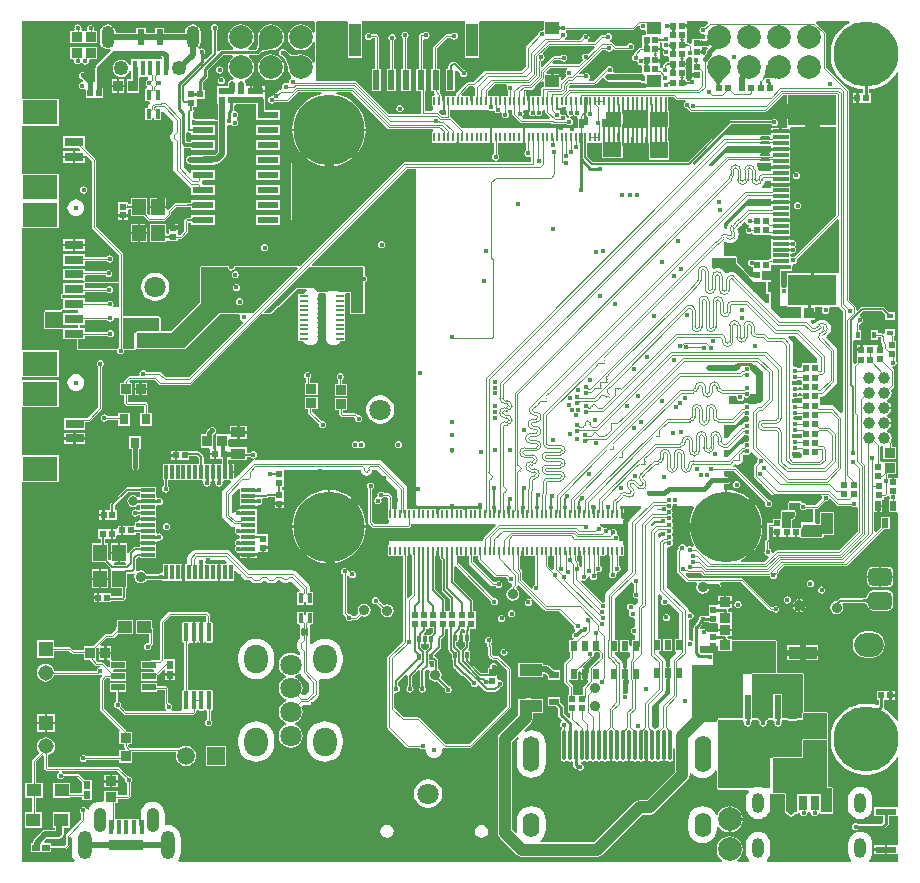
<source format=gbr>
%TF.GenerationSoftware,Altium Limited,Altium Designer,23.11.1 (41)*%
G04 Layer_Physical_Order=1*
G04 Layer_Color=255*
%FSLAX45Y45*%
%MOMM*%
%TF.SameCoordinates,D78E9C2B-A710-42EA-B38E-4640A2B68151*%
%TF.FilePolarity,Positive*%
%TF.FileFunction,Copper,L1,Top,Signal*%
%TF.Part,Single*%
G01*
G75*
%TA.AperFunction,Conductor*%
%ADD10C,0.25400*%
%ADD11C,0.11416*%
%ADD12C,0.10160*%
%TA.AperFunction,SMDPad,CuDef*%
%ADD13R,0.80606X0.85822*%
%ADD14R,0.80000X0.90000*%
G04:AMPARAMS|DCode=15|XSize=1.56mm|YSize=0.4mm|CornerRadius=0.05mm|HoleSize=0mm|Usage=FLASHONLY|Rotation=90.000|XOffset=0mm|YOffset=0mm|HoleType=Round|Shape=RoundedRectangle|*
%AMROUNDEDRECTD15*
21,1,1.56000,0.30000,0,0,90.0*
21,1,1.46000,0.40000,0,0,90.0*
1,1,0.10000,0.15000,0.73000*
1,1,0.10000,0.15000,-0.73000*
1,1,0.10000,-0.15000,-0.73000*
1,1,0.10000,-0.15000,0.73000*
%
%ADD15ROUNDEDRECTD15*%
%ADD16R,1.15814X1.01213*%
%ADD17R,0.57247X0.68106*%
%ADD18R,0.68106X0.57247*%
%ADD19R,1.00000X2.80000*%
%ADD20R,0.60000X1.70000*%
%ADD21R,0.85822X0.80606*%
%ADD22R,0.81280X0.93980*%
%ADD23R,3.00000X2.10000*%
%ADD24R,1.60000X0.80000*%
%ADD25R,1.20000X0.55000*%
%ADD26R,0.40000X1.20000*%
%ADD27R,3.00000X0.90000*%
%ADD28R,1.25000X1.10000*%
%ADD29R,0.93980X0.81280*%
%ADD30R,0.91213X0.85872*%
%ADD31R,0.20000X0.70000*%
%ADD32R,0.70000X0.20000*%
%TA.AperFunction,TestPad*%
%ADD33C,0.88900*%
%TA.AperFunction,SMDPad,CuDef*%
%ADD34R,0.55880X0.60960*%
%ADD35R,0.40000X0.85000*%
%ADD36R,0.60960X0.55880*%
%ADD37R,1.15000X1.40000*%
%ADD38R,1.20000X0.30000*%
%ADD39R,0.30000X1.20000*%
%ADD40R,1.30000X0.90000*%
%ADD41R,1.80000X0.55000*%
%ADD42R,0.90000X1.15000*%
%ADD43R,0.80000X1.15000*%
%ADD44R,0.70000X1.15000*%
%ADD45R,0.60960X2.03200*%
%ADD46R,1.45000X1.15000*%
%ADD47R,2.41140X1.11280*%
%TA.AperFunction,TestPad*%
%ADD48O,0.50800X0.25400*%
%ADD49O,0.88900X0.25400*%
%ADD50C,0.80000*%
%ADD51C,0.40000*%
%TA.AperFunction,ConnectorPad*%
%ADD52R,0.60000X1.35000*%
%ADD53R,0.40000X1.25000*%
%TA.AperFunction,SMDPad,CuDef*%
%ADD54R,0.30000X0.55000*%
%ADD55O,0.28000X2.60000*%
%ADD56R,1.80000X0.60000*%
%ADD57R,1.20000X1.00000*%
%ADD58R,1.40000X0.30000*%
%ADD59R,4.10000X2.65000*%
%ADD60R,1.90500X0.99060*%
%ADD61R,0.60000X0.40000*%
G04:AMPARAMS|DCode=62|XSize=0.8mm|YSize=0.55mm|CornerRadius=0mm|HoleSize=0mm|Usage=FLASHONLY|Rotation=90.000|XOffset=0mm|YOffset=0mm|HoleType=Round|Shape=RoundedRectangle|*
%AMROUNDEDRECTD62*
21,1,0.80000,0.55000,0,0,90.0*
21,1,0.80000,0.55000,0,0,90.0*
1,1,0.00000,0.27500,0.40000*
1,1,0.00000,0.27500,-0.40000*
1,1,0.00000,-0.27500,-0.40000*
1,1,0.00000,-0.27500,0.40000*
%
%ADD62ROUNDEDRECTD62*%
%ADD63R,0.52000X0.83000*%
%TA.AperFunction,TestPad*%
%ADD64O,0.25400X0.76200*%
%TA.AperFunction,SMDPad,CuDef*%
%ADD65R,0.40000X0.60000*%
%TA.AperFunction,FiducialPad,Global*%
%ADD66C,1.80000*%
%TA.AperFunction,SMDPad,CuDef*%
%ADD67R,0.83000X0.63000*%
%TA.AperFunction,Conductor*%
%ADD68C,0.20320*%
%ADD69C,0.12700*%
%ADD70C,0.11684*%
%ADD71C,0.38100*%
%ADD72C,0.50800*%
%ADD73C,0.15240*%
%ADD74C,0.15000*%
%ADD75C,1.00000*%
%ADD76C,0.30480*%
%ADD77C,0.15534*%
%ADD78C,1.27000*%
%ADD79C,0.40000*%
%ADD80C,0.76200*%
%ADD81R,3.22580X2.38760*%
%TA.AperFunction,ComponentPad*%
%ADD82O,1.20000X2.40000*%
%ADD83O,1.05000X2.10000*%
%ADD84C,1.50000*%
%ADD85R,1.50000X1.50000*%
%ADD86R,1.30800X1.30800*%
%ADD87C,1.30800*%
%ADD88O,2.00000X2.40000*%
%ADD89C,2.00000*%
%ADD90O,1.00000X1.70000*%
%ADD91C,6.00000*%
%ADD92C,5.50000*%
%ADD93O,1.10000X1.90000*%
%ADD94C,1.25000*%
%ADD95C,1.00000*%
%ADD96O,1.40000X3.00000*%
%ADD97O,1.40000X3.10000*%
%ADD98O,1.40000X2.10000*%
%ADD99C,1.80000*%
G04:AMPARAMS|DCode=100|XSize=1.5mm|YSize=2mm|CornerRadius=0.375mm|HoleSize=0mm|Usage=FLASHONLY|Rotation=90.000|XOffset=0mm|YOffset=0mm|HoleType=Round|Shape=RoundedRectangle|*
%AMROUNDEDRECTD100*
21,1,1.50000,1.25000,0,0,90.0*
21,1,0.75000,2.00000,0,0,90.0*
1,1,0.75000,0.62500,0.37500*
1,1,0.75000,0.62500,-0.37500*
1,1,0.75000,-0.62500,-0.37500*
1,1,0.75000,-0.62500,0.37500*
%
%ADD100ROUNDEDRECTD100*%
%ADD101O,2.50000X2.00000*%
%TA.AperFunction,ViaPad*%
%ADD102C,0.40000*%
G36*
X5846442Y7145915D02*
X5810778Y7110250D01*
X5804587Y7111481D01*
X5792819Y7109140D01*
X5782842Y7102475D01*
X5776177Y7092498D01*
X5773836Y7080731D01*
X5776177Y7068963D01*
X5782842Y7058986D01*
X5792819Y7052321D01*
X5804587Y7049980D01*
X5813298Y7051713D01*
X5822958Y7045674D01*
X5827299Y7041305D01*
X5824889Y7023000D01*
X5825562Y7017888D01*
X5811955Y7004487D01*
X5806607Y7004827D01*
X5800872Y7005523D01*
X5796462Y7006322D01*
X5795223Y7006664D01*
X5795222Y7011549D01*
X5784757Y7012081D01*
X5783473Y7011549D01*
X5779982Y7011548D01*
X5713942D01*
Y6973038D01*
X5698702Y6966725D01*
X5697858Y6967569D01*
X5686194Y6972401D01*
X5675705D01*
X5672182Y6972793D01*
X5669049Y6973356D01*
X5666800Y6973970D01*
X5666081Y6974264D01*
Y6998656D01*
X5666418D01*
Y7079936D01*
Y7108702D01*
X5655953Y7108559D01*
Y7110416D01*
X5628318D01*
Y7130736D01*
X5666418D01*
Y7161155D01*
X5840800D01*
X5846442Y7145915D01*
D02*
G37*
G36*
X5526007Y7106898D02*
X5525764Y7108215D01*
X5525034Y7109393D01*
X5523817Y7110433D01*
X5522114Y7111334D01*
X5519925Y7112097D01*
X5517249Y7112721D01*
X5514086Y7113206D01*
X5510436Y7113552D01*
X5501678Y7113830D01*
Y7123990D01*
X5506300Y7124059D01*
X5514086Y7124614D01*
X5517249Y7125099D01*
X5519925Y7125723D01*
X5522114Y7126485D01*
X5523817Y7127387D01*
X5525034Y7128426D01*
X5525764Y7129605D01*
X5526007Y7130922D01*
Y7106898D01*
D02*
G37*
G36*
X4589111Y7116886D02*
X4590132Y7114882D01*
X4591834Y7113115D01*
X4594216Y7111583D01*
X4597279Y7110286D01*
X4601023Y7109226D01*
X4605448Y7108401D01*
X4610553Y7107811D01*
X4616339Y7107458D01*
X4622806Y7107340D01*
Y7097180D01*
X4616339Y7097062D01*
X4605448Y7096119D01*
X4601023Y7095294D01*
X4597279Y7094233D01*
X4594216Y7092937D01*
X4591834Y7091405D01*
X4590132Y7089637D01*
X4589111Y7087634D01*
X4588770Y7085395D01*
Y7119125D01*
X4589111Y7116886D01*
D02*
G37*
G36*
X2518513Y7151138D02*
Y7064762D01*
X2503273Y7061731D01*
X2496304Y7078555D01*
X2478647Y7101567D01*
X2455635Y7119225D01*
X2428837Y7130325D01*
X2400080Y7134111D01*
X2371322Y7130325D01*
X2344524Y7119225D01*
X2321513Y7101567D01*
X2303855Y7078555D01*
X2292755Y7051758D01*
X2288969Y7023000D01*
X2292755Y6994243D01*
X2303855Y6967445D01*
X2321513Y6944433D01*
X2344524Y6926776D01*
X2371322Y6915676D01*
X2400080Y6911890D01*
X2428837Y6915676D01*
X2455635Y6926776D01*
X2478647Y6944433D01*
X2496304Y6967445D01*
X2503273Y6984270D01*
X2518513Y6981238D01*
Y6810762D01*
X2503273Y6807731D01*
X2496304Y6824555D01*
X2478647Y6847567D01*
X2455635Y6865225D01*
X2428837Y6876325D01*
X2400080Y6880111D01*
X2381818Y6877706D01*
X2379942Y6878152D01*
X2367552Y6876160D01*
X2356259Y6874997D01*
X2345815Y6874603D01*
X2336220Y6874956D01*
X2327490Y6876028D01*
X2319612Y6877785D01*
X2312570Y6880188D01*
X2306315Y6883208D01*
X2300786Y6886834D01*
X2295336Y6891581D01*
X2294827Y6891752D01*
X2294616Y6891963D01*
X2294386Y6892321D01*
X2294222Y6892357D01*
X2274211Y6912368D01*
X2264549Y6918824D01*
X2253152Y6921091D01*
X2251549Y6920772D01*
X2245077Y6922059D01*
X2233309Y6919718D01*
X2223333Y6913053D01*
X2216667Y6903076D01*
X2214327Y6891309D01*
X2216667Y6879541D01*
X2223333Y6869564D01*
X2233309Y6862899D01*
X2240967Y6861375D01*
X2257579Y6844763D01*
X2257753Y6844249D01*
X2261782Y6839644D01*
X2265374Y6834440D01*
X2268960Y6828036D01*
X2272478Y6820448D01*
X2275891Y6811678D01*
X2279099Y6801955D01*
X2288034Y6765015D01*
X2290613Y6750635D01*
X2291587Y6749117D01*
X2292755Y6740243D01*
X2303855Y6713445D01*
X2320024Y6692374D01*
X2318524Y6682032D01*
X2316145Y6675342D01*
X2307706Y6669704D01*
X2301040Y6659727D01*
X2298699Y6647960D01*
X2300052Y6641157D01*
X2287376Y6631298D01*
X2284301Y6633352D01*
X2272533Y6635693D01*
X2260766Y6633352D01*
X2250789Y6626687D01*
X2244124Y6616710D01*
X2241783Y6604942D01*
X2243989Y6593851D01*
X2244051Y6593052D01*
X2235525Y6578611D01*
X2232952D01*
X2231329Y6577939D01*
X2229706Y6578611D01*
X2218042Y6573779D01*
X2197120Y6552857D01*
X2190929Y6554088D01*
X2179161Y6551747D01*
X2169184Y6545082D01*
X2162519Y6535105D01*
X2160178Y6523338D01*
X2153008Y6522309D01*
X2151949Y6522519D01*
X2140181Y6520178D01*
X2130205Y6513513D01*
X2123539Y6503536D01*
X2121198Y6491769D01*
X2123539Y6480001D01*
X2130205Y6470024D01*
X2140181Y6463359D01*
X2151949Y6461018D01*
X2163717Y6463359D01*
X2173693Y6470024D01*
X2174747Y6471602D01*
X2279040D01*
X2290704Y6476433D01*
X2372957Y6558686D01*
X2573007D01*
X2574811Y6543446D01*
X2541770Y6535514D01*
X2496666Y6516831D01*
X2455040Y6491323D01*
X2417916Y6459616D01*
X2386210Y6422493D01*
X2360702Y6380867D01*
X2342019Y6335763D01*
X2330622Y6288292D01*
X2327591Y6249782D01*
X2637910D01*
X2948230D01*
X2945199Y6288292D01*
X2933802Y6335763D01*
X2915120Y6380867D01*
X2889611Y6422493D01*
X2857905Y6459616D01*
X2820782Y6491323D01*
X2779156Y6516831D01*
X2734052Y6535514D01*
X2701010Y6543446D01*
X2702814Y6558686D01*
X2828462D01*
X3138090Y6249058D01*
X3149755Y6244226D01*
X3517311D01*
Y6220822D01*
X3507751D01*
Y6130502D01*
X3717751D01*
Y6175662D01*
X3738071D01*
Y6130502D01*
X3997750D01*
Y6175662D01*
X4018070D01*
Y6130502D01*
X4031840D01*
Y6034607D01*
X4027016Y6031384D01*
X4020350Y6021408D01*
X4018009Y6009640D01*
X4020350Y5997872D01*
X4027016Y5987896D01*
X4036992Y5981230D01*
X4048760Y5978889D01*
X4060528Y5981230D01*
X4070504Y5987896D01*
X4077170Y5997872D01*
X4079511Y6009640D01*
X4077170Y6021408D01*
X4070504Y6031384D01*
X4064831Y6035175D01*
Y6130502D01*
X4277751D01*
Y6175662D01*
X4298071D01*
Y6130502D01*
X4309000D01*
Y6066985D01*
X4301336Y6061864D01*
X4294670Y6051888D01*
X4292329Y6040120D01*
X4294670Y6028352D01*
X4301336Y6018376D01*
X4311312Y6011710D01*
X4323080Y6009369D01*
X4334848Y6011710D01*
X4337064Y6013191D01*
X4352304Y6005045D01*
Y5963039D01*
X3274463D01*
X3262799Y5958207D01*
X2391226Y5086634D01*
X2384436Y5085884D01*
X2374948Y5086950D01*
X2374881Y5086978D01*
X2371877Y5088838D01*
X2371381Y5089334D01*
X2369193D01*
X2367172Y5090171D01*
X2258911D01*
X1842055Y5090172D01*
X1841526Y5089952D01*
X1840977Y5090120D01*
X1840969Y5090115D01*
X1837705Y5088370D01*
X1834279Y5086951D01*
X1834060Y5086421D01*
X1833554Y5086151D01*
X1832209Y5084512D01*
X1832207Y5084510D01*
X1831423Y5081925D01*
X1829923Y5079679D01*
X1828009Y5070057D01*
X1823774Y5063718D01*
X1817435Y5059483D01*
X1809958Y5057996D01*
X1802481Y5059483D01*
X1796142Y5063718D01*
X1791907Y5070057D01*
X1789993Y5079679D01*
X1788493Y5081925D01*
X1787709Y5084510D01*
X1786362Y5086151D01*
X1785856Y5086421D01*
X1785637Y5086951D01*
X1782210Y5088370D01*
X1778939Y5090119D01*
X1778391Y5089952D01*
X1777861Y5090172D01*
X1558451D01*
X1550675Y5086951D01*
X1547454Y5079174D01*
X1547454Y4780255D01*
D01*
X1415899Y4648700D01*
X1299896Y4532697D01*
X1213848D01*
X1213849Y4648699D01*
X1210628Y4656476D01*
X1202852Y4659697D01*
X892156D01*
Y5189220D01*
X887324Y5200884D01*
X663556Y5424653D01*
Y5982453D01*
X658724Y5994117D01*
X580078Y6072763D01*
X570020Y6082940D01*
X570020D01*
X570020Y6082941D01*
Y6183260D01*
X389700D01*
Y6082940D01*
X523244D01*
X533844Y6072340D01*
X528012Y6058260D01*
X490020D01*
Y6018259D01*
X574865D01*
X584100Y6022084D01*
X630564Y5975620D01*
Y5417820D01*
X635396Y5406156D01*
X859164Y5182387D01*
Y4951797D01*
X582215Y4951797D01*
X571595Y4961403D01*
X570020Y4965948D01*
X570020Y4996848D01*
X580796Y5007624D01*
X746269D01*
X749776Y5002376D01*
X759752Y4995710D01*
X771520Y4993369D01*
X783288Y4995710D01*
X793264Y5002376D01*
X799930Y5012352D01*
X802271Y5024120D01*
X799930Y5035888D01*
X793264Y5045864D01*
X783288Y5052530D01*
X771520Y5054871D01*
X759752Y5052530D01*
X749776Y5045864D01*
X746269Y5040616D01*
X570020D01*
Y5064580D01*
X389700D01*
Y4964260D01*
X555479D01*
X555815Y4964260D01*
X555816Y4964260D01*
X557665Y4964260D01*
X559018Y4963982D01*
X563309Y4949020D01*
X555163Y4939580D01*
X389700D01*
Y4864396D01*
X388946Y4850231D01*
X376598Y4849383D01*
X373142Y4847665D01*
X369575Y4846188D01*
X369421Y4845816D01*
X369060Y4845637D01*
X367831Y4841978D01*
X366354Y4838412D01*
Y4815428D01*
X367831Y4811863D01*
X369060Y4808203D01*
X369421Y4808024D01*
X369575Y4807652D01*
X373142Y4806175D01*
X376598Y4804457D01*
X388946Y4803609D01*
X389700Y4789444D01*
Y4739396D01*
X388947Y4725231D01*
X376598Y4724383D01*
X373142Y4722665D01*
X369575Y4721188D01*
X369421Y4720816D01*
X369060Y4720637D01*
X367831Y4716978D01*
X366354Y4713412D01*
Y4710497D01*
X237652Y4710497D01*
X229875Y4707276D01*
X226654Y4699500D01*
Y4559799D01*
X229875Y4552023D01*
X237652Y4548802D01*
X389700Y4548802D01*
Y4464260D01*
X506054D01*
Y4382000D01*
X509275Y4374223D01*
X517052Y4371002D01*
X840562Y4371002D01*
X842369Y4368800D01*
X844710Y4357032D01*
X851376Y4347056D01*
X861352Y4340390D01*
X873120Y4338049D01*
X884888Y4340390D01*
X894864Y4347056D01*
X901530Y4357032D01*
X903871Y4368800D01*
X905678Y4371002D01*
X986952D01*
X994728Y4374223D01*
X995500Y4376086D01*
X1000710Y4382308D01*
X1013189Y4383702D01*
X1418751D01*
X1426528Y4386923D01*
X1715407Y4675802D01*
X1878884D01*
X1886454Y4665147D01*
X1887943Y4660562D01*
X1885989Y4650740D01*
X1888330Y4638972D01*
X1894996Y4628996D01*
X1904972Y4622330D01*
X1905303Y4622264D01*
X1910319Y4605728D01*
X1448587Y4143996D01*
X1253973D01*
X1210544Y4187424D01*
X1198880Y4192256D01*
X1089511D01*
X1086004Y4197504D01*
X1076028Y4204170D01*
X1064260Y4206511D01*
X1052492Y4204170D01*
X1042516Y4197504D01*
X1035850Y4187528D01*
X1033509Y4175760D01*
X1034711Y4169716D01*
X1025275Y4154476D01*
X947740D01*
X936076Y4149644D01*
X911208Y4124776D01*
X906376Y4113112D01*
Y4096751D01*
X872409D01*
Y3990609D01*
X906376D01*
Y3925172D01*
X911208Y3913508D01*
X917159Y3907556D01*
X928824Y3902724D01*
X1073164D01*
Y3844840D01*
X1039500D01*
Y3734520D01*
X1139820D01*
Y3844840D01*
X1106156D01*
Y3913268D01*
X1101324Y3924932D01*
X1095372Y3930884D01*
X1083708Y3935716D01*
X939368D01*
Y3990609D01*
X973335D01*
Y4096751D01*
X951392D01*
X945987Y4109801D01*
X955498Y4121484D01*
X1158665D01*
X1197334Y4082816D01*
X1208998Y4077984D01*
X1457960D01*
X1469624Y4082816D01*
X2067508Y4680700D01*
X2082426Y4679023D01*
X2084446Y4678186D01*
X2085993Y4676640D01*
X2088180D01*
X2090202Y4675802D01*
X2142652D01*
X2150428Y4679023D01*
X2213928Y4742523D01*
X2363107Y4891702D01*
X2447425D01*
X2448926Y4876462D01*
X2444034Y4875489D01*
X2431431Y4867068D01*
X2423010Y4854466D01*
X2422074Y4849760D01*
X2378740D01*
Y4809440D01*
Y4689440D01*
Y4569440D01*
Y4449440D01*
X2422074D01*
X2423010Y4444734D01*
X2431431Y4432132D01*
X2444034Y4423711D01*
X2458900Y4420754D01*
X2502900D01*
X2517766Y4423711D01*
X2530368Y4432132D01*
X2538789Y4444734D01*
X2541746Y4459600D01*
Y4479600D01*
X2539757Y4489600D01*
X2541746Y4499600D01*
Y4519600D01*
X2539757Y4529600D01*
X2541746Y4539600D01*
Y4559600D01*
X2539757Y4569600D01*
X2541746Y4579600D01*
Y4599600D01*
X2539757Y4609600D01*
X2541746Y4619600D01*
Y4639600D01*
X2539757Y4649600D01*
X2541746Y4659600D01*
Y4679600D01*
X2539757Y4689600D01*
X2541746Y4699600D01*
Y4719600D01*
X2539757Y4729600D01*
X2541746Y4739600D01*
Y4759600D01*
X2539757Y4769600D01*
X2541746Y4779600D01*
Y4799600D01*
X2539757Y4809600D01*
X2541746Y4819600D01*
Y4839600D01*
X2541631Y4840180D01*
X2543446Y4843464D01*
X2554500Y4853602D01*
X2604827D01*
X2614495Y4841822D01*
X2614053Y4839600D01*
Y4819600D01*
X2616043Y4809600D01*
X2614053Y4799600D01*
Y4779600D01*
X2616043Y4769600D01*
X2614053Y4759600D01*
Y4739600D01*
X2616043Y4729600D01*
X2614053Y4719600D01*
Y4699600D01*
X2616043Y4689600D01*
X2614053Y4679600D01*
Y4659600D01*
X2616043Y4649600D01*
X2614053Y4639600D01*
Y4619600D01*
X2616043Y4609600D01*
X2614053Y4599600D01*
Y4579600D01*
X2616043Y4569600D01*
X2614053Y4559600D01*
Y4539600D01*
X2616043Y4529600D01*
X2614053Y4519600D01*
Y4499600D01*
X2616043Y4489600D01*
X2614053Y4479600D01*
Y4459600D01*
X2617011Y4444734D01*
X2625431Y4432132D01*
X2638034Y4423711D01*
X2652900Y4420754D01*
X2696900D01*
X2711766Y4423711D01*
X2724368Y4432132D01*
X2732789Y4444734D01*
X2733725Y4449440D01*
X2777060D01*
Y4489440D01*
Y4609440D01*
Y4729440D01*
Y4849760D01*
X2790708Y4853602D01*
X2817454D01*
Y4686799D01*
X2820675Y4679023D01*
X2828452Y4675802D01*
X2930051D01*
X2937827Y4679023D01*
X2941048Y4686799D01*
X2941049Y4949238D01*
X2944828Y4949990D01*
X2954804Y4956656D01*
X2961470Y4966632D01*
X2963811Y4978400D01*
X2961470Y4990168D01*
X2954804Y5000144D01*
X2944828Y5006810D01*
X2941049Y5007562D01*
Y5079174D01*
X2937828Y5086950D01*
X2930052Y5090171D01*
X2496892Y5090171D01*
X2491060Y5104251D01*
X3296536Y5909727D01*
X3376183D01*
Y3050193D01*
X3934674D01*
Y3028822D01*
X3928071D01*
Y2998707D01*
X3926828Y2992462D01*
Y2983662D01*
X3907751D01*
Y3028822D01*
X3808071D01*
Y2983662D01*
X3787751D01*
Y3028822D01*
X3688071D01*
Y2983662D01*
X3667751D01*
Y3028822D01*
X3568071D01*
Y2983662D01*
X3547751D01*
Y3028822D01*
X3408071D01*
Y2983662D01*
X3387751D01*
Y3028822D01*
X3300416D01*
Y3207662D01*
X3298002Y3219800D01*
X3291126Y3230090D01*
X3087542Y3433674D01*
X3077252Y3440549D01*
X3065115Y3442963D01*
X2007554D01*
X2006053Y3458203D01*
X2010108Y3459010D01*
X2020084Y3465676D01*
X2026750Y3475652D01*
X2029091Y3487420D01*
X2026750Y3499188D01*
X2020084Y3509164D01*
X2010108Y3515830D01*
X1998340Y3518171D01*
X1986572Y3515830D01*
X1976596Y3509164D01*
X1974180Y3505548D01*
X1946500D01*
Y3551640D01*
X1797985D01*
X1796180Y3551640D01*
X1784726Y3560780D01*
Y3612180D01*
X1796180Y3621320D01*
X1799966Y3621320D01*
X1861180D01*
Y3666320D01*
X1791197D01*
X1784726Y3661156D01*
X1780940Y3661156D01*
X1683126D01*
Y3546856D01*
X1682008Y3545751D01*
Y3495523D01*
Y3454883D01*
X1729333D01*
Y3412462D01*
X1665631D01*
Y3342302D01*
Y3272142D01*
X1667328D01*
X1670954Y3268097D01*
X1677129Y3256902D01*
X1675489Y3248660D01*
X1677830Y3236892D01*
X1684496Y3226916D01*
X1694472Y3220250D01*
X1706240Y3217909D01*
X1718008Y3220250D01*
X1727984Y3226916D01*
X1734650Y3236892D01*
X1736991Y3248660D01*
X1735351Y3256902D01*
X1741526Y3268097D01*
X1745152Y3272142D01*
X1802082D01*
X1807914Y3258062D01*
X1740977Y3191124D01*
X1734101Y3180835D01*
X1731687Y3168697D01*
Y2973023D01*
X1734101Y2960885D01*
X1740977Y2950596D01*
X1807486Y2884087D01*
X1817775Y2877211D01*
X1829913Y2874797D01*
X1837800D01*
X1839853Y2872248D01*
X1844551Y2859557D01*
X1840390Y2853330D01*
X1838049Y2841562D01*
X1840390Y2829794D01*
X1847056Y2819818D01*
X1857032Y2813152D01*
X1868800Y2810811D01*
X1870071Y2811064D01*
X1885311Y2799387D01*
Y2784677D01*
X1870071Y2773000D01*
X1868800Y2773253D01*
X1857032Y2770912D01*
X1847056Y2764246D01*
X1840390Y2754270D01*
X1838049Y2742502D01*
X1840390Y2730734D01*
X1847056Y2720758D01*
Y2711604D01*
X1840390Y2701628D01*
X1838049Y2689860D01*
X1840390Y2678092D01*
X1847056Y2668116D01*
X1857032Y2661450D01*
X1868800Y2659109D01*
X1870071Y2659362D01*
X1879077Y2652462D01*
X1955471D01*
X2025631D01*
Y2653763D01*
X2036440Y2664460D01*
X2066920D01*
Y2702560D01*
X2077080D01*
Y2712720D01*
X2117720D01*
Y2739441D01*
Y2815641D01*
X2036440D01*
X2025631Y2826338D01*
Y2867142D01*
Y2967142D01*
Y3032142D01*
X1955470D01*
X1883413D01*
X1870071Y3021920D01*
X1868800Y3022173D01*
X1857032Y3019832D01*
X1847056Y3013166D01*
X1840390Y3003190D01*
X1839774Y3000092D01*
X1838740Y2999264D01*
X1824406Y2994307D01*
X1816697Y3001256D01*
Y3146622D01*
X1871231Y3201156D01*
X1885311Y3195324D01*
Y3117142D01*
Y3052462D01*
X1955470D01*
X2026101D01*
X2040871Y3062906D01*
X2044060Y3062271D01*
X2055828Y3064612D01*
X2065804Y3071278D01*
X2072470Y3081254D01*
X2074811Y3093022D01*
X2072470Y3104790D01*
X2069701Y3108934D01*
X2077068Y3124174D01*
X2107882D01*
X2114819Y3125554D01*
X2120701Y3129483D01*
X2122638Y3131421D01*
X2178197D01*
Y3084728D01*
X2218837D01*
X2259477D01*
Y3111449D01*
Y3187649D01*
X2236966D01*
Y3211728D01*
X2259477D01*
Y3286709D01*
Y3357953D01*
X2905720D01*
X2909264Y3340137D01*
X2920208Y3323758D01*
X2936587Y3312815D01*
X2955906Y3308971D01*
X2955906D01*
X2955907D01*
Y3308971D01*
X2975227Y3312815D01*
X2991606Y3323758D01*
X3002550Y3340137D01*
X3006094Y3357953D01*
X3043040D01*
X3215405Y3185587D01*
Y3028822D01*
X3208071D01*
Y3001927D01*
X3206188Y2992462D01*
Y2983662D01*
X3187751D01*
Y3028822D01*
X3172721D01*
Y3128031D01*
X3171489Y3134223D01*
X3167982Y3139471D01*
X3147922Y3159532D01*
X3142673Y3163039D01*
X3136482Y3164270D01*
X3104731D01*
X3101012Y3169836D01*
X3091036Y3176501D01*
X3079268Y3178842D01*
X3067500Y3176501D01*
X3057524Y3169836D01*
X3050858Y3159859D01*
X3048517Y3148091D01*
X3049212Y3144602D01*
X3050824Y3136299D01*
X3040129Y3128439D01*
X3030152Y3121774D01*
X3023487Y3111797D01*
X3021146Y3100029D01*
X3023487Y3088262D01*
X3030152Y3078285D01*
X3040129Y3071619D01*
X3051897Y3069279D01*
X3063664Y3071619D01*
X3073641Y3078285D01*
X3080307Y3088262D01*
X3082647Y3100029D01*
X3081953Y3103519D01*
X3080340Y3111822D01*
X3091036Y3119682D01*
X3101012Y3126347D01*
X3104731Y3131913D01*
X3129780D01*
X3140363Y3121330D01*
Y3028822D01*
X3137751D01*
Y2938502D01*
X3147359D01*
X3147359Y2917503D01*
X3133126Y2902263D01*
X3019582D01*
X2997977Y2923868D01*
Y3194664D01*
X3003875Y3195837D01*
X3013851Y3202503D01*
X3020517Y3212479D01*
X3022858Y3224247D01*
X3020517Y3236015D01*
X3013851Y3245991D01*
X3003875Y3252657D01*
X2992107Y3254998D01*
X2980339Y3252657D01*
X2970363Y3245991D01*
X2963697Y3236015D01*
X2961357Y3224247D01*
X2963697Y3212479D01*
X2966141Y3208822D01*
X2965620Y3206203D01*
Y2917166D01*
X2966851Y2910975D01*
X2970358Y2905726D01*
X3001441Y2874644D01*
X3006690Y2871137D01*
X3012881Y2869905D01*
X3310819D01*
X3317010Y2871137D01*
X3322259Y2874644D01*
X3329351Y2881735D01*
X3332858Y2886984D01*
X3334089Y2893176D01*
Y2904692D01*
X4044534D01*
X4050847Y2889452D01*
X3946246Y2784851D01*
X3941415Y2773187D01*
Y2754633D01*
X3147327D01*
X3147311Y2754616D01*
Y2720822D01*
X3137751D01*
Y2630502D01*
X3261415D01*
Y1911243D01*
X3137296Y1787124D01*
X3132464Y1775460D01*
Y1180754D01*
X3137296Y1169089D01*
X3292666Y1013719D01*
X3304330Y1008887D01*
X3405611D01*
X3409118Y1003639D01*
X3419094Y996973D01*
X3430862Y994632D01*
X3441421Y996733D01*
X3443391Y996451D01*
X3455651Y988060D01*
X3458084Y969577D01*
X3465218Y952355D01*
X3476567Y937565D01*
X3491356Y926216D01*
X3508579Y919082D01*
X3527062Y916649D01*
X3545544Y919082D01*
X3562767Y926216D01*
X3577557Y937565D01*
X3588905Y952355D01*
X3596039Y969577D01*
X3598473Y988060D01*
X3596904Y999976D01*
X3603012Y1004837D01*
X3611099Y1008619D01*
X3620569Y1004696D01*
X3830994D01*
X3842658Y1009528D01*
X4172305Y1339174D01*
X4177136Y1350839D01*
Y1672364D01*
X4172305Y1684029D01*
X4075661Y1780673D01*
X4063997Y1785504D01*
X4031182D01*
X4019378Y1797308D01*
Y1863002D01*
X4014547Y1874666D01*
X4009895Y1879317D01*
X4010969Y1895508D01*
X4012763Y1896706D01*
X4019428Y1906682D01*
X4021769Y1918450D01*
X4019428Y1930218D01*
X4012763Y1940194D01*
X4002786Y1946860D01*
X3991018Y1949201D01*
X3979251Y1946860D01*
X3969274Y1940194D01*
X3962609Y1930218D01*
X3960268Y1918450D01*
X3962609Y1906682D01*
X3969274Y1896706D01*
X3974523Y1893199D01*
Y1874866D01*
X3979354Y1863202D01*
X3986387Y1856169D01*
Y1790476D01*
X3991218Y1778812D01*
X4012686Y1757344D01*
X4024350Y1752513D01*
X4057164D01*
X4144145Y1665532D01*
Y1357671D01*
X3824162Y1037688D01*
X3627401D01*
X3403185Y1261904D01*
X3391521Y1266736D01*
X3269088D01*
X3189995Y1345828D01*
Y1463710D01*
X3205235Y1474339D01*
X3208739Y1473642D01*
X3220507Y1475983D01*
X3230483Y1482648D01*
X3237149Y1492625D01*
X3239490Y1504392D01*
X3237149Y1516160D01*
X3230483Y1526137D01*
X3226028Y1529113D01*
Y1565291D01*
X3286914Y1626177D01*
X3290770Y1625787D01*
X3304911Y1618759D01*
Y1536309D01*
X3304428Y1535243D01*
X3304376Y1533667D01*
X3304264Y1532567D01*
X3304089Y1531576D01*
X3303861Y1530690D01*
X3303583Y1529888D01*
X3303258Y1529154D01*
X3302880Y1528466D01*
X3302445Y1527813D01*
X3301932Y1527169D01*
X3301032Y1526213D01*
X3300620Y1525126D01*
X3294629Y1516160D01*
X3292288Y1504392D01*
X3294629Y1492625D01*
X3301295Y1482648D01*
X3311271Y1475983D01*
X3323039Y1473642D01*
X3334807Y1475983D01*
X3344783Y1482648D01*
X3351449Y1492625D01*
X3353790Y1504392D01*
X3351449Y1516160D01*
X3345459Y1525125D01*
X3345046Y1526213D01*
X3344148Y1527167D01*
X3343634Y1527812D01*
X3343198Y1528467D01*
X3342820Y1529154D01*
X3342495Y1529889D01*
X3342217Y1530690D01*
X3341989Y1531576D01*
X3341814Y1532566D01*
X3341702Y1533667D01*
X3341650Y1535243D01*
X3341167Y1536309D01*
Y1611250D01*
X3396809Y1666892D01*
X3399696Y1666473D01*
X3411591Y1660121D01*
Y1536309D01*
X3411108Y1535243D01*
X3411056Y1533667D01*
X3410944Y1532567D01*
X3410769Y1531576D01*
X3410541Y1530690D01*
X3410263Y1529888D01*
X3409938Y1529154D01*
X3409560Y1528466D01*
X3409125Y1527813D01*
X3408612Y1527169D01*
X3407712Y1526213D01*
X3407300Y1525126D01*
X3401309Y1516160D01*
X3398968Y1504392D01*
X3401309Y1492625D01*
X3407975Y1482648D01*
X3417951Y1475983D01*
X3429719Y1473642D01*
X3441487Y1475983D01*
X3451463Y1482648D01*
X3458129Y1492625D01*
X3460470Y1504392D01*
X3458129Y1516160D01*
X3452139Y1525125D01*
X3451726Y1526213D01*
X3450828Y1527167D01*
X3450314Y1527812D01*
X3449878Y1528467D01*
X3449500Y1529154D01*
X3449175Y1529889D01*
X3448897Y1530690D01*
X3448669Y1531576D01*
X3448494Y1532566D01*
X3448382Y1533667D01*
X3448330Y1535243D01*
X3447847Y1536309D01*
Y1657241D01*
X3463703Y1673097D01*
X3477783Y1667265D01*
Y1665893D01*
X3482456D01*
X3490602Y1650653D01*
X3485629Y1643210D01*
X3481391Y1621902D01*
X3485629Y1600594D01*
X3497699Y1582530D01*
X3515763Y1570460D01*
X3537070Y1566222D01*
X3556396Y1570066D01*
X3612739Y1513724D01*
X3612764Y1513533D01*
X3613471Y1512992D01*
X3613822Y1512641D01*
X3614225Y1511557D01*
X3615277Y1510424D01*
X3615870Y1509674D01*
X3616287Y1509036D01*
X3616561Y1508511D01*
X3616727Y1508089D01*
X3616820Y1507745D01*
X3616865Y1507437D01*
X3616874Y1507114D01*
X3616841Y1506730D01*
X3616632Y1505680D01*
X3617044Y1503604D01*
X3616049Y1498600D01*
X3618390Y1486832D01*
X3625055Y1476856D01*
X3635032Y1470190D01*
X3646800Y1467849D01*
X3658567Y1470190D01*
X3668544Y1476856D01*
X3675210Y1486832D01*
X3677550Y1498600D01*
X3675210Y1510368D01*
X3668544Y1520344D01*
X3658567Y1527010D01*
X3655611Y1527598D01*
X3654153Y1528709D01*
X3652777Y1529073D01*
X3651737Y1529415D01*
X3650718Y1529818D01*
X3649709Y1530287D01*
X3648709Y1530825D01*
X3647711Y1531437D01*
X3646832Y1532047D01*
X3644610Y1533865D01*
X3643520Y1534904D01*
X3642400Y1535337D01*
X3583958Y1593779D01*
X3588512Y1600594D01*
X3592750Y1621902D01*
X3588512Y1643210D01*
X3576442Y1661273D01*
X3562164Y1670814D01*
Y1744265D01*
X3560784Y1751202D01*
X3556854Y1757083D01*
X3540443Y1773494D01*
X3534562Y1777424D01*
X3534261Y1777484D01*
X3529213Y1793476D01*
X3584626Y1848889D01*
X3588556Y1854770D01*
X3589936Y1861708D01*
X3589583Y1863480D01*
Y1925081D01*
X3614327Y1949825D01*
X3618257Y1955706D01*
X3619637Y1962643D01*
Y2015735D01*
X3648992D01*
Y1838680D01*
X3650372Y1831743D01*
X3654301Y1825861D01*
X3678840Y1801323D01*
Y1751640D01*
X3685072D01*
Y1703970D01*
X3686452Y1697032D01*
X3690381Y1691151D01*
X3764141Y1617391D01*
X3770022Y1613462D01*
X3776960Y1612082D01*
X3783132D01*
X3839237Y1555978D01*
X3838388Y1551712D01*
X3840729Y1539945D01*
X3847395Y1529968D01*
X3857371Y1523303D01*
X3869139Y1520962D01*
X3880907Y1523303D01*
X3890883Y1529968D01*
X3893382Y1533708D01*
X3911373Y1537270D01*
X3960669Y1487974D01*
X3966550Y1484044D01*
X3973488Y1482664D01*
X4044944D01*
X4051881Y1484044D01*
X4057763Y1487974D01*
X4086478Y1516690D01*
X4089401Y1521063D01*
X4093801Y1521939D01*
X4103777Y1528604D01*
X4110443Y1538581D01*
X4112783Y1550348D01*
X4110443Y1562116D01*
X4103777Y1572093D01*
X4093801Y1578758D01*
X4082033Y1581099D01*
X4077273Y1580152D01*
X4062033Y1590192D01*
Y1682460D01*
X4062033D01*
X4062524Y1693310D01*
X4061716Y1697368D01*
X4060182Y1705078D01*
X4053517Y1715054D01*
X4043540Y1721720D01*
X4031772Y1724061D01*
X4020005Y1721720D01*
X4010028Y1715054D01*
X4003363Y1705078D01*
X4001022Y1693310D01*
X3989910Y1682460D01*
X3980753D01*
Y1643476D01*
X3924656D01*
X3830979Y1737153D01*
X3829160Y1751640D01*
X3829160D01*
Y1826960D01*
X3819565D01*
X3813733Y1841040D01*
X3817618Y1844926D01*
X3821548Y1850807D01*
X3822928Y1857744D01*
Y1901640D01*
X3829160D01*
Y1976959D01*
X3829160Y1976960D01*
X3829775Y1991945D01*
X3831360Y1994316D01*
X3832740Y2001254D01*
Y2015735D01*
X3880651D01*
Y2090716D01*
Y2166916D01*
X3858140D01*
Y2248189D01*
X3856760Y2255126D01*
X3852830Y2261007D01*
X3696039Y2417798D01*
Y2540320D01*
X3711279Y2546633D01*
X4008960Y2248951D01*
X4007729Y2242760D01*
X4010070Y2230992D01*
X4016736Y2221016D01*
X4026712Y2214350D01*
X4038480Y2212009D01*
X4050248Y2214350D01*
X4060224Y2221016D01*
X4066890Y2230992D01*
X4069231Y2242760D01*
X4066890Y2254528D01*
X4060224Y2264504D01*
X4050248Y2271170D01*
X4038480Y2273511D01*
X4032289Y2272279D01*
X3734406Y2570162D01*
Y2630502D01*
X3787751D01*
Y2675662D01*
X3808071D01*
Y2630502D01*
X3821415D01*
Y2576674D01*
X3826246Y2565010D01*
X4013019Y2378237D01*
X4024683Y2373406D01*
X4050394D01*
X4053901Y2368158D01*
X4063877Y2361492D01*
X4075645Y2359151D01*
X4087413Y2361492D01*
X4097389Y2368158D01*
X4104055Y2378134D01*
X4106396Y2389902D01*
X4104055Y2401670D01*
X4097389Y2411646D01*
X4087413Y2418312D01*
X4075645Y2420653D01*
X4063877Y2418312D01*
X4053901Y2411646D01*
X4050394Y2406398D01*
X4031516D01*
X3854406Y2583507D01*
Y2630502D01*
X3901415D01*
Y2603354D01*
X3906246Y2591690D01*
X4042261Y2455675D01*
X4053926Y2450843D01*
X4139857D01*
X4151013Y2439687D01*
X4149731Y2433241D01*
X4152072Y2421473D01*
X4158738Y2411497D01*
X4168714Y2404831D01*
X4180482Y2402490D01*
X4188063Y2388978D01*
X4188743Y2381289D01*
X4184255Y2376801D01*
X4179424Y2365137D01*
Y2358033D01*
X4173673Y2356889D01*
X4155609Y2344819D01*
X4143539Y2326755D01*
X4139301Y2305447D01*
X4143539Y2284139D01*
X4155609Y2266076D01*
X4173673Y2254006D01*
X4194980Y2249767D01*
X4216288Y2254006D01*
X4234352Y2266076D01*
X4246422Y2284139D01*
X4250660Y2305447D01*
X4246422Y2326755D01*
X4234352Y2344819D01*
X4226038Y2350374D01*
X4223851Y2369740D01*
X4227386Y2373275D01*
X4229575Y2378560D01*
X4246298Y2383391D01*
X4355335Y2274353D01*
X4346198Y2263219D01*
X4337402Y2268007D01*
X4337394Y2268012D01*
X4337103Y2268070D01*
X4325626Y2270353D01*
X4313858Y2268012D01*
X4303882Y2261346D01*
X4297216Y2251370D01*
X4294875Y2239602D01*
X4297216Y2227834D01*
X4303882Y2217858D01*
X4313858Y2211192D01*
X4325626Y2208851D01*
X4337394Y2211192D01*
X4347370Y2217858D01*
X4354036Y2227834D01*
X4356377Y2239602D01*
X4354094Y2251079D01*
X4354036Y2251370D01*
X4354031Y2251378D01*
X4349243Y2260174D01*
X4360377Y2269311D01*
X4460190Y2169498D01*
X4471855Y2164666D01*
X4586923D01*
X4713422Y2038167D01*
X4712916Y2035627D01*
X4715257Y2023859D01*
X4721923Y2013883D01*
X4724556Y1997033D01*
X4717271Y1986732D01*
X4715823Y1986444D01*
X4705847Y1979779D01*
X4699181Y1969802D01*
X4696840Y1958034D01*
X4699181Y1946267D01*
X4705847Y1936290D01*
X4708254Y1934682D01*
X4703631Y1919442D01*
X4674151D01*
Y1819122D01*
X4679970D01*
Y1776535D01*
X4634002Y1730566D01*
X4629170Y1718902D01*
Y1566502D01*
X4634002Y1554838D01*
X4672350Y1516489D01*
Y1453867D01*
X4658347D01*
Y1377667D01*
Y1302686D01*
X4682492D01*
Y1261296D01*
X4667252Y1254984D01*
X4626029Y1296206D01*
Y1348831D01*
X4624255Y1357751D01*
X4619202Y1365312D01*
X4594571Y1389944D01*
Y1440302D01*
X4491251D01*
Y1356982D01*
X4561608D01*
X4579413Y1339177D01*
Y1286552D01*
X4581188Y1277632D01*
X4586240Y1270071D01*
X4610140Y1246170D01*
X4606611Y1228147D01*
X4602956Y1225704D01*
X4596290Y1215728D01*
X4593949Y1203960D01*
X4596290Y1192192D01*
X4602956Y1182216D01*
X4608204Y1178709D01*
Y1163502D01*
X4603433Y1156361D01*
X4601558Y1146934D01*
Y1121481D01*
X4601454Y1121231D01*
X4601558Y1120982D01*
Y914934D01*
X4603433Y905508D01*
X4608773Y897516D01*
X4616764Y892176D01*
X4626191Y890301D01*
X4635618Y892176D01*
X4643609Y897516D01*
X4658773D01*
X4666764Y892176D01*
X4676191Y890301D01*
X4685618Y892176D01*
X4687643Y893530D01*
X4702883Y886052D01*
Y864740D01*
X4704657Y855821D01*
X4709710Y848259D01*
X4728351Y829618D01*
X4735913Y824566D01*
X4742175Y823320D01*
X4743350Y821561D01*
X4753326Y814896D01*
X4765094Y812555D01*
X4776862Y814896D01*
X4786838Y821561D01*
X4793504Y831538D01*
X4795845Y843306D01*
X4793504Y855073D01*
X4786838Y865050D01*
X4776862Y871716D01*
X4765094Y874056D01*
X4763552Y881212D01*
X4776191Y890301D01*
X4785618Y892176D01*
X4793609Y897516D01*
X4808773D01*
X4816764Y892176D01*
X4826191Y890301D01*
X4835618Y892176D01*
X4843609Y897516D01*
X4858773D01*
X4866764Y892176D01*
X4876191Y890301D01*
X4885618Y892176D01*
X4893609Y897516D01*
X4908773D01*
X4916764Y892176D01*
X4926191Y890301D01*
X4935618Y892176D01*
X4943609Y897516D01*
X4958773D01*
X4966764Y892176D01*
X4976191Y890301D01*
X4985617Y892176D01*
X4993609Y897516D01*
X5008773D01*
X5016031Y892666D01*
Y1030934D01*
X5036351D01*
Y892666D01*
X5043609Y897516D01*
X5058773D01*
X5066764Y892176D01*
X5076191Y890301D01*
X5085617Y892176D01*
X5093609Y897516D01*
X5108773D01*
X5116764Y892176D01*
X5126191Y890301D01*
X5135618Y892176D01*
X5143609Y897516D01*
X5158773D01*
X5166031Y892666D01*
Y1030934D01*
X5186351D01*
Y892666D01*
X5193609Y897516D01*
X5208773D01*
X5216764Y892176D01*
X5226191Y890301D01*
X5235617Y892176D01*
X5243609Y897516D01*
X5258773D01*
X5266764Y892176D01*
X5276191Y890301D01*
X5285618Y892176D01*
X5293609Y897516D01*
X5308773D01*
X5316031Y892666D01*
Y1030934D01*
X5336351D01*
Y892666D01*
X5343609Y897516D01*
X5358773D01*
X5366764Y892176D01*
X5376191Y890301D01*
X5385618Y892176D01*
X5393609Y897516D01*
X5408773D01*
X5416764Y892176D01*
X5426191Y890301D01*
X5435618Y892176D01*
X5443609Y897516D01*
X5458773D01*
X5466031Y892666D01*
Y1030934D01*
X5486351D01*
Y892666D01*
X5493609Y897516D01*
X5508773D01*
X5516764Y892176D01*
X5526191Y890301D01*
X5535618Y892176D01*
X5543609Y897516D01*
X5548949Y905508D01*
X5550824Y914934D01*
Y1003309D01*
X5556609Y1007032D01*
X5569061Y1000546D01*
Y801534D01*
X5332169Y564642D01*
X5267704D01*
X5244230Y559973D01*
X5224331Y546677D01*
X4883773Y206118D01*
X4426257D01*
X4421083Y221358D01*
X4437355Y233844D01*
X4456718Y259079D01*
X4468890Y288465D01*
X4473042Y320000D01*
Y390000D01*
X4468890Y421535D01*
X4456718Y450921D01*
X4437355Y476156D01*
X4412121Y495519D01*
X4382735Y507691D01*
X4351200Y511843D01*
X4319664Y507691D01*
X4290278Y495519D01*
X4265044Y476156D01*
X4245681Y450921D01*
X4233509Y421535D01*
X4229357Y390000D01*
Y320000D01*
X4232708Y294551D01*
X4218273Y287432D01*
X4190738Y314967D01*
Y1059173D01*
X4230386Y1098821D01*
X4243306Y1090188D01*
X4233509Y1066535D01*
X4229357Y1035000D01*
Y875000D01*
X4233509Y843465D01*
X4245681Y814079D01*
X4265044Y788844D01*
X4290278Y769482D01*
X4319664Y757309D01*
X4351200Y753158D01*
X4382735Y757309D01*
X4412121Y769482D01*
X4437355Y788844D01*
X4456718Y814079D01*
X4468890Y843465D01*
X4473042Y875000D01*
Y1035000D01*
X4468890Y1066535D01*
X4456718Y1095921D01*
X4437355Y1121156D01*
X4412121Y1140519D01*
X4382735Y1152691D01*
X4351200Y1156842D01*
X4319664Y1152691D01*
X4296012Y1142894D01*
X4287379Y1155814D01*
X4345454Y1213888D01*
X4358750Y1233788D01*
X4363419Y1257261D01*
Y1303132D01*
X4452741D01*
Y1422512D01*
X4355618D01*
X4347331Y1424160D01*
X4302551D01*
X4294263Y1422512D01*
X4241921D01*
Y1368276D01*
X4240742Y1362352D01*
Y1282668D01*
X4086027Y1127953D01*
X4072730Y1108053D01*
X4068061Y1084580D01*
Y289560D01*
X4072730Y266087D01*
X4086027Y246187D01*
X4230807Y101407D01*
X4250707Y88111D01*
X4274180Y83442D01*
X4909180D01*
X4932653Y88111D01*
X4952553Y101407D01*
X5293111Y441965D01*
X5357576D01*
X5381049Y446634D01*
X5400949Y459931D01*
X5673772Y732754D01*
X5687069Y752654D01*
X5691738Y776127D01*
Y789183D01*
X5706978Y794356D01*
X5715044Y783845D01*
X5740278Y764482D01*
X5769664Y752309D01*
X5801199Y748158D01*
X5832735Y752309D01*
X5862121Y764482D01*
X5887355Y783845D01*
X5906718Y809079D01*
X5909103Y814836D01*
X5924343Y811805D01*
Y662593D01*
X5927564Y654816D01*
X5935340Y651595D01*
X6183509D01*
X6191024Y636355D01*
X6182952Y625835D01*
X6172795Y601314D01*
X6169330Y575000D01*
Y505000D01*
X6172795Y478686D01*
X6182952Y454165D01*
X6199109Y433109D01*
X6220165Y416952D01*
X6244686Y406795D01*
X6271000Y403330D01*
X6297314Y406795D01*
X6321835Y416952D01*
X6342891Y433109D01*
X6359048Y454165D01*
X6362106Y461546D01*
X6372220Y471716D01*
Y611793D01*
X6500383D01*
X6500383Y459392D01*
X6503604Y451616D01*
X6511380Y448395D01*
X6517114D01*
X6517686Y445518D01*
X6525546Y433755D01*
X6537308Y425896D01*
X6551183Y423136D01*
X6565058Y425896D01*
X6576821Y433755D01*
X6584680Y445518D01*
X6585253Y448395D01*
X6601983D01*
X6609759Y451616D01*
X6611993Y457008D01*
X6614821Y456939D01*
X6627043Y453518D01*
X6628759Y444890D01*
X6635425Y434913D01*
X6645401Y428248D01*
X6657169Y425907D01*
X6668937Y428248D01*
X6678913Y434913D01*
X6685579Y444890D01*
X6687920Y456657D01*
X6698149Y467002D01*
X6707719Y466984D01*
X6717960Y456657D01*
X6720301Y444890D01*
X6726966Y434913D01*
X6736943Y428248D01*
X6748711Y425907D01*
X6760478Y428248D01*
X6770455Y434913D01*
X6777120Y444889D01*
X6794231Y454580D01*
X6796398Y454052D01*
X6797407Y451616D01*
X6805183Y448395D01*
X6895786D01*
X6903562Y451616D01*
X6906783Y459393D01*
Y662593D01*
X6903562Y670369D01*
X6895786Y673590D01*
X6866980D01*
Y1068993D01*
X6864703Y1074491D01*
X6866980Y1079990D01*
Y1297593D01*
X6863759Y1305369D01*
X6855983Y1308590D01*
X6663780D01*
Y1627793D01*
X6660559Y1635569D01*
X6652783Y1638790D01*
X6435180D01*
Y1907193D01*
X6431959Y1914969D01*
X6424183Y1918190D01*
X6049279D01*
Y1927055D01*
X6028077D01*
X6015580Y1932571D01*
X6013514Y1936902D01*
X6013440Y1937270D01*
X6013084Y1937803D01*
X6011689Y1940727D01*
X6017835Y1955453D01*
X6049279D01*
Y1996093D01*
X5992129D01*
X5934787D01*
X5933480Y1983342D01*
X5856571D01*
X5850599Y1984516D01*
X5840510Y1991912D01*
X5839290Y1998048D01*
X5832624Y2008024D01*
X5822648Y2014690D01*
X5810880Y2017031D01*
X5799112Y2014690D01*
X5794681Y2011729D01*
X5779081Y2015731D01*
X5777332Y2017071D01*
X5775913Y2022091D01*
X5808312Y2068278D01*
X5815139Y2069636D01*
X5822943Y2074850D01*
X5852201D01*
Y2060761D01*
X5921275D01*
X5933829Y2057364D01*
X5934979Y2046141D01*
Y2016413D01*
X5992129D01*
X6049279D01*
Y2057052D01*
X6049279D01*
X6049280Y2057307D01*
X6049279D01*
Y2158907D01*
X6017083D01*
X6015966Y2174147D01*
X6027815Y2187304D01*
X6049279D01*
Y2227944D01*
X5992129D01*
X5934979D01*
Y2226561D01*
X5933480Y2211942D01*
X5852201D01*
Y2121465D01*
X5822608D01*
X5815139Y2126456D01*
X5803372Y2128797D01*
X5791604Y2126456D01*
X5781628Y2119790D01*
X5774962Y2109814D01*
X5772766Y2098778D01*
X5732852Y2041879D01*
X5731835Y2039574D01*
X5727267Y2032737D01*
X5723521Y2013906D01*
X5724019D01*
Y1922680D01*
X5708779Y1914534D01*
X5707933Y1915099D01*
X5696165Y1917440D01*
X5684042Y1930567D01*
Y2085379D01*
X5693738Y2093336D01*
X5705506Y2095677D01*
X5715482Y2102343D01*
X5722148Y2112319D01*
X5724489Y2124087D01*
X5722148Y2135855D01*
X5715482Y2145831D01*
X5705506Y2152497D01*
X5693738Y2154838D01*
X5684042Y2162795D01*
Y2169562D01*
X5681677Y2181455D01*
X5674940Y2191537D01*
X5533197Y2333280D01*
X5533197Y2333280D01*
X5499703Y2366774D01*
Y2695765D01*
X5511776Y2708903D01*
X5519407D01*
X5531300Y2711268D01*
X5541382Y2718005D01*
X5548119Y2728087D01*
X5550484Y2739980D01*
X5548119Y2751873D01*
X5546685Y2754019D01*
X5542611Y2765380D01*
X5546685Y2776741D01*
X5548119Y2778887D01*
X5550484Y2790780D01*
X5548119Y2802673D01*
X5545915Y2805971D01*
X5542644Y2817013D01*
X5545915Y2828055D01*
X5548119Y2831354D01*
X5550484Y2843247D01*
X5548119Y2855140D01*
X5541382Y2865221D01*
Y2872972D01*
X5548119Y2883054D01*
X5550484Y2894947D01*
X5548119Y2906840D01*
X5541382Y2916922D01*
X5538842Y2918619D01*
Y2926285D01*
X5545579Y2936367D01*
X5547944Y2948260D01*
X5545579Y2960153D01*
X5538842Y2970234D01*
Y2977085D01*
X5545579Y2987167D01*
X5547944Y2999060D01*
X5545579Y3010953D01*
X5538842Y3021035D01*
X5537204Y3022129D01*
Y3028853D01*
X5543941Y3038935D01*
X5546180Y3050193D01*
X5723013D01*
X5730459Y3036896D01*
X5720662Y3020907D01*
X5701979Y2975803D01*
X5690582Y2928332D01*
X5687551Y2889822D01*
X5987710D01*
Y3193454D01*
X5979985Y3200610D01*
X5980069Y3242424D01*
X5999589D01*
X6004458Y3241455D01*
X6016226Y3243796D01*
X6026202Y3250462D01*
X6032868Y3260438D01*
X6035209Y3272206D01*
X6032868Y3283974D01*
X6026202Y3293950D01*
X6016226Y3300616D01*
X6004458Y3302957D01*
X5999589Y3301988D01*
X5990975D01*
X5980210Y3312775D01*
X5980279Y3347451D01*
X6071244D01*
X6332461Y3086234D01*
X6330911Y3083915D01*
X6328570Y3072147D01*
X6330911Y3060379D01*
X6337577Y3050403D01*
X6347553Y3043737D01*
X6359321Y3041396D01*
X6371089Y3043737D01*
X6381065Y3050403D01*
X6387731Y3060379D01*
X6390072Y3072147D01*
X6387731Y3083915D01*
X6381065Y3093891D01*
X6371089Y3100557D01*
X6363233Y3102120D01*
X6089741Y3375611D01*
X6078077Y3380443D01*
X6066030D01*
X6059717Y3395683D01*
X6074738Y3410703D01*
X6079430Y3407568D01*
X6098260Y3403822D01*
X6117090Y3407568D01*
X6133053Y3418233D01*
X6133053Y3418233D01*
X6133055Y3418234D01*
X6133054Y3418234D01*
X6143720Y3434198D01*
X6147466Y3453028D01*
X6143720Y3471858D01*
X6140585Y3476550D01*
X6154751Y3490717D01*
X6162191Y3488419D01*
X6174083Y3486054D01*
X6185976Y3488419D01*
X6196058Y3495156D01*
X6202795Y3505238D01*
X6219330Y3510248D01*
X6271417Y3458161D01*
X6270889Y3452802D01*
X6264223Y3442826D01*
X6261883Y3431058D01*
X6263114Y3424867D01*
X6239009Y3400762D01*
X6234177Y3389097D01*
Y3311758D01*
X6239009Y3300094D01*
X6391006Y3148096D01*
X6402671Y3143264D01*
X6801651D01*
X6812130Y3128024D01*
X6811369Y3124200D01*
X6812601Y3118009D01*
X6759087Y3064496D01*
X6679411D01*
X6675904Y3069744D01*
X6665928Y3076410D01*
X6654160Y3078751D01*
X6642624Y3076456D01*
X6639712Y3086054D01*
X6637999Y3088142D01*
X6636965Y3090638D01*
X6635428Y3091275D01*
X6634373Y3092560D01*
X6631684Y3092825D01*
X6629189Y3093859D01*
X6572443D01*
X6571948Y3094190D01*
X6560180Y3096531D01*
X6548412Y3094190D01*
X6547917Y3093859D01*
X6536811D01*
X6529034Y3090638D01*
X6525813Y3082862D01*
Y3019362D01*
X6524676Y3017659D01*
X6473311D01*
X6465534Y3014438D01*
X6462313Y3006662D01*
Y2944847D01*
X6393167D01*
Y2912096D01*
X6359520D01*
X6347856Y2907264D01*
X6343024Y2895600D01*
Y2771740D01*
X6337507Y2766223D01*
X6332675Y2754559D01*
Y2686173D01*
X6326030Y2676228D01*
X6323689Y2664460D01*
X6326030Y2652692D01*
X6332696Y2642716D01*
X6342672Y2636050D01*
X6354440Y2633709D01*
X6358927Y2634602D01*
X6366434Y2620557D01*
X6326796Y2580918D01*
X6126949D01*
X6123917Y2596158D01*
X6139116Y2602453D01*
X6180742Y2627961D01*
X6217865Y2659668D01*
X6249571Y2696791D01*
X6275080Y2738417D01*
X6293762Y2783521D01*
X6305159Y2830992D01*
X6308190Y2869502D01*
X5997870D01*
X5687551D01*
X5690582Y2830992D01*
X5701979Y2783521D01*
X5720662Y2738417D01*
X5729981Y2723208D01*
X5722396Y2707120D01*
X5717976Y2706300D01*
X5712668Y2706867D01*
X5704508Y2712319D01*
X5692740Y2714660D01*
X5680972Y2712319D01*
X5673190Y2707119D01*
X5663186Y2708985D01*
X5656732Y2711737D01*
X5656372Y2713551D01*
X5649706Y2723527D01*
X5639730Y2730193D01*
X5627962Y2732534D01*
X5616194Y2730193D01*
X5606218Y2723527D01*
X5599552Y2713551D01*
X5597211Y2701783D01*
X5598442Y2695592D01*
X5588430Y2685580D01*
X5583598Y2673915D01*
Y2504116D01*
X5588430Y2492452D01*
X5666254Y2414628D01*
X5677919Y2409796D01*
X5748759D01*
X5756905Y2394556D01*
X5752464Y2387910D01*
X5748226Y2366602D01*
X5752464Y2345294D01*
X5764534Y2327230D01*
X5782598Y2315160D01*
X5803906Y2310922D01*
X5825214Y2315160D01*
X5843277Y2327230D01*
X5855347Y2345294D01*
X5855881Y2347979D01*
X5860041Y2348806D01*
X5861109Y2349520D01*
X5918399D01*
X5923267Y2348551D01*
X5935035Y2350892D01*
X5945011Y2357558D01*
X5951677Y2367534D01*
X5954018Y2379302D01*
X5951677Y2391070D01*
X5949348Y2394556D01*
X5957259Y2409796D01*
X6125220D01*
X6365598Y2169419D01*
X6377262Y2164587D01*
X6395191D01*
X6398698Y2159339D01*
X6408674Y2152673D01*
X6420442Y2150332D01*
X6432210Y2152673D01*
X6442186Y2159339D01*
X6448852Y2169315D01*
X6451193Y2181083D01*
X6448852Y2192851D01*
X6442186Y2202827D01*
X6432210Y2209493D01*
X6420442Y2211834D01*
X6408674Y2209493D01*
X6398698Y2202827D01*
X6397749Y2201407D01*
X6381376Y2200297D01*
X6143717Y2437956D01*
X6132053Y2442788D01*
X5684751D01*
X5657829Y2469710D01*
X5661633Y2487458D01*
X5667434Y2489662D01*
X5668597Y2489424D01*
X5679405Y2484947D01*
X5789148D01*
X5804957Y2469139D01*
X5816621Y2464307D01*
X6365068D01*
X6371157Y2461053D01*
X6372377Y2454918D01*
X6379043Y2444941D01*
X6389019Y2438276D01*
X6400787Y2435935D01*
X6412555Y2438276D01*
X6422531Y2444941D01*
X6429197Y2454918D01*
X6431538Y2466685D01*
X6430307Y2472876D01*
X6440877Y2483447D01*
X6445709Y2495111D01*
Y2501538D01*
X6489266Y2545094D01*
X7017678D01*
X7029342Y2549926D01*
X7335376Y2855960D01*
X7384367D01*
Y2959280D01*
X7312047D01*
Y2879288D01*
X7268183Y2835424D01*
X7252943Y2841737D01*
Y3003280D01*
X7274548D01*
Y3054940D01*
X7284708D01*
Y3065100D01*
X7320867D01*
Y3106600D01*
X7335987Y3106891D01*
X7336563D01*
Y3128024D01*
X7347580D01*
X7359244Y3132856D01*
X7361453Y3135065D01*
X7371250Y3139938D01*
X7384302Y3131638D01*
X7386251Y3121840D01*
X7386161Y3120223D01*
X7378087Y3106600D01*
X7378087D01*
Y3003280D01*
X7450407D01*
X7459858Y2991954D01*
Y1233634D01*
X7444618Y1229551D01*
X7434527Y1247028D01*
X7410587Y1278228D01*
X7382779Y1306035D01*
X7351580Y1329975D01*
X7338608Y1337465D01*
X7337078Y1344029D01*
X7338852Y1352948D01*
Y1410348D01*
X7380365D01*
Y1450988D01*
Y1491628D01*
X7277444D01*
Y1410348D01*
X7292236D01*
Y1376608D01*
X7287372Y1371358D01*
X7276996Y1365812D01*
X7243204Y1374866D01*
X7204214Y1380000D01*
X7164888D01*
X7125899Y1374866D01*
X7087913Y1364688D01*
X7051580Y1349639D01*
X7017523Y1329975D01*
X6986323Y1306035D01*
X6958516Y1278228D01*
X6934575Y1247028D01*
X6914912Y1212971D01*
X6899863Y1176638D01*
X6889684Y1138652D01*
X6884552Y1099663D01*
Y1060336D01*
X6889684Y1021347D01*
X6899863Y983361D01*
X6914912Y947028D01*
X6934575Y912971D01*
X6958516Y881771D01*
X6986323Y853964D01*
X7017523Y830023D01*
X7051580Y810360D01*
X7087913Y795311D01*
X7125899Y785133D01*
X7164888Y780000D01*
X7204214D01*
X7243204Y785133D01*
X7281190Y795311D01*
X7317523Y810360D01*
X7351580Y830023D01*
X7382779Y853964D01*
X7410587Y881771D01*
X7434527Y912971D01*
X7444618Y930448D01*
X7459858Y926365D01*
Y515836D01*
X7455359Y502460D01*
X7444618Y502459D01*
X7255040D01*
Y427140D01*
X7331892D01*
Y377954D01*
X7317606Y363668D01*
X7118064D01*
X7110428Y368770D01*
X7098660Y371111D01*
X7086892Y368770D01*
X7076916Y362104D01*
X7070250Y352128D01*
X7067909Y340360D01*
X7070250Y328592D01*
X7076916Y318616D01*
X7086892Y311950D01*
X7098660Y309609D01*
X7110428Y311950D01*
X7118064Y317052D01*
X7327260D01*
X7336179Y318826D01*
X7343741Y323879D01*
X7371681Y351819D01*
X7376733Y359380D01*
X7378507Y368300D01*
Y427140D01*
X7455359Y427140D01*
X7459858Y413763D01*
Y195837D01*
X7455359Y182460D01*
X7444618Y182460D01*
X7365360D01*
Y144800D01*
Y107141D01*
X7444618D01*
X7455359Y107140D01*
X7459858Y93764D01*
Y40141D01*
X7212591D01*
X7208635Y55382D01*
X7223048Y74165D01*
X7233205Y98686D01*
X7236669Y125000D01*
Y195000D01*
X7233205Y221314D01*
X7223048Y245835D01*
X7206891Y266891D01*
X7185834Y283048D01*
X7161314Y293205D01*
X7135000Y296669D01*
X7108686Y293205D01*
X7084165Y283048D01*
X7063109Y266891D01*
X7046951Y245835D01*
X7036794Y221314D01*
X7033330Y195000D01*
Y125000D01*
X7036794Y98686D01*
X7046951Y74165D01*
X7061365Y55382D01*
X7057409Y40141D01*
X6349457D01*
X6345019Y55382D01*
X6359048Y73665D01*
X6369205Y98186D01*
X6372669Y124500D01*
Y194500D01*
X6369205Y220814D01*
X6359048Y245335D01*
X6342891Y266391D01*
X6321835Y282548D01*
X6297314Y292705D01*
X6271000Y296169D01*
X6244686Y292705D01*
X6220165Y282548D01*
X6199109Y266391D01*
X6182952Y245335D01*
X6172795Y220814D01*
X6169330Y194500D01*
Y124500D01*
X6172795Y98186D01*
X6182952Y73665D01*
X6196981Y55382D01*
X6192543Y40142D01*
X6098196D01*
X6093023Y55382D01*
X6109609Y68109D01*
X6127267Y91120D01*
X6138366Y117918D01*
X6142153Y146676D01*
X6138366Y175433D01*
X6127267Y202231D01*
X6109609Y225243D01*
X6086597Y242900D01*
X6059800Y254000D01*
X6031042Y257786D01*
X6002284Y254000D01*
X5975487Y242900D01*
X5952475Y225243D01*
X5934817Y202231D01*
X5923718Y175433D01*
X5919932Y146676D01*
X5923718Y117918D01*
X5934817Y91120D01*
X5952475Y68109D01*
X5969061Y55382D01*
X5963888Y40142D01*
X1366763Y40142D01*
X1359247Y55382D01*
X1368163Y67002D01*
X1379328Y93955D01*
X1383136Y122880D01*
Y242880D01*
X1379328Y271805D01*
X1368163Y298758D01*
X1350403Y321904D01*
X1327258Y339664D01*
X1300304Y350828D01*
X1271380Y354636D01*
X1259529Y353076D01*
X1248071Y363124D01*
Y445380D01*
X1244521Y472347D01*
X1234112Y497476D01*
X1217554Y519054D01*
X1195976Y535612D01*
X1170847Y546021D01*
X1143880Y549571D01*
X1116913Y546021D01*
X1091784Y535612D01*
X1070205Y519054D01*
X1053648Y497476D01*
X1043239Y472347D01*
X1039689Y445380D01*
Y408040D01*
X1021220D01*
Y408040D01*
X1016539D01*
Y408040D01*
X956221D01*
Y408040D01*
X951539D01*
Y408040D01*
X891220D01*
Y408040D01*
X886540D01*
Y408040D01*
X826220D01*
X823756Y422259D01*
Y541274D01*
X848736D01*
Y575578D01*
X934334D01*
X945998Y580410D01*
X953364Y587776D01*
X958196Y599440D01*
Y708809D01*
X963444Y712316D01*
X970110Y722292D01*
X972451Y734060D01*
X970110Y745828D01*
X963444Y755804D01*
X953468Y762470D01*
X941700Y764811D01*
X939746Y764422D01*
X861924Y842244D01*
X850260Y847076D01*
X257156D01*
Y944500D01*
X260385Y944925D01*
X278766Y952539D01*
X294550Y964650D01*
X306661Y980434D01*
X314275Y998815D01*
X316872Y1018540D01*
X314275Y1038265D01*
X306661Y1056646D01*
X294550Y1072430D01*
X278766Y1084541D01*
X260385Y1092155D01*
X240660Y1094752D01*
X220935Y1092155D01*
X202554Y1084541D01*
X186770Y1072430D01*
X174659Y1056646D01*
X167045Y1038265D01*
X164448Y1018540D01*
X167045Y998815D01*
X174659Y980434D01*
X185770Y965953D01*
X129276Y909458D01*
X124444Y897794D01*
Y712860D01*
X68280D01*
Y582540D01*
X124444D01*
Y461400D01*
X63200D01*
Y331080D01*
X208520D01*
Y461400D01*
X157436D01*
Y582540D01*
X213600D01*
Y712860D01*
X157436D01*
Y890962D01*
X208924Y942450D01*
X224164Y936137D01*
Y836532D01*
X228996Y824868D01*
X234947Y818916D01*
X246612Y814084D01*
X348554D01*
X349796Y810805D01*
X351089Y798844D01*
X343696Y793904D01*
X337030Y783928D01*
X334689Y772160D01*
X337030Y760392D01*
X343696Y750416D01*
X353672Y743750D01*
X365440Y741409D01*
X377208Y743750D01*
X387184Y750416D01*
X390691Y755664D01*
X502081D01*
X548643Y709102D01*
X550496Y708335D01*
Y621016D01*
X448600D01*
Y712860D01*
X303280D01*
Y582540D01*
X448600D01*
Y588024D01*
X550496D01*
Y564474D01*
X628064D01*
Y647581D01*
Y736006D01*
X568768D01*
X568132Y736270D01*
X520578Y783824D01*
X508914Y788656D01*
X390691D01*
X387184Y793904D01*
X379791Y798844D01*
X381084Y810805D01*
X382326Y814084D01*
X843427D01*
X913024Y744488D01*
X910949Y734060D01*
X913290Y722292D01*
X919956Y712316D01*
X925204Y708809D01*
Y608570D01*
X848736D01*
Y642874D01*
X734436D01*
Y557320D01*
X719196Y546897D01*
X698880Y549571D01*
X671913Y546021D01*
X646784Y535612D01*
X625206Y519054D01*
X608648Y497476D01*
X603083Y484042D01*
X587234Y485603D01*
X586250Y490553D01*
X579584Y500529D01*
X569608Y507195D01*
X557840Y509536D01*
X546072Y507195D01*
X536096Y500529D01*
X529430Y490553D01*
X527089Y478785D01*
X529430Y467017D01*
X536096Y457041D01*
X541344Y453534D01*
Y402998D01*
X412516Y274169D01*
X407684Y262505D01*
Y194793D01*
X391947Y179056D01*
X283886D01*
Y201344D01*
X233790D01*
X227958Y215423D01*
X250598Y238063D01*
X354960D01*
X368835Y240823D01*
X380597Y248683D01*
X388457Y260445D01*
X391217Y274320D01*
Y331080D01*
X443520D01*
Y461400D01*
X298200D01*
Y331080D01*
X318703D01*
Y310577D01*
X235581D01*
X235580Y310577D01*
X221705Y307817D01*
X209942Y299957D01*
X209942Y299957D01*
X139582Y229597D01*
X131723Y217834D01*
X128962Y203960D01*
X114086Y201344D01*
X112354D01*
Y123776D01*
X283886D01*
Y146064D01*
X398780D01*
X410444Y150896D01*
X435844Y176296D01*
X440676Y187960D01*
Y247726D01*
X445307Y250891D01*
X458109Y243727D01*
X459624Y242215D01*
Y122880D01*
X463432Y93955D01*
X474596Y67002D01*
X483512Y55382D01*
X475997Y40142D01*
X38205D01*
Y3255420D01*
X355100D01*
Y3485740D01*
X38205D01*
Y3890420D01*
X355100D01*
Y4120740D01*
X38205D01*
Y4144260D01*
X350020D01*
Y4374580D01*
X38205D01*
Y5404260D01*
X350020D01*
Y5634580D01*
X350020D01*
Y5637940D01*
X350020D01*
Y5868260D01*
X38205D01*
Y6272940D01*
X350020D01*
Y6503260D01*
X38205D01*
Y7161155D01*
X2507422D01*
X2518513Y7151138D01*
D02*
G37*
G36*
X5560262Y7109459D02*
X5561833Y7093541D01*
X5562436Y7090706D01*
X5580386D01*
X5576525Y7090195D01*
X5573071Y7088662D01*
X5570023Y7086106D01*
X5567381Y7082529D01*
X5565950Y7079584D01*
X5567136Y7077126D01*
X5569689Y7073644D01*
X5572635Y7071157D01*
X5575974Y7069664D01*
X5579705Y7069167D01*
X5562644D01*
X5561895Y7065665D01*
X5560879Y7057999D01*
X5560269Y7049311D01*
X5560066Y7039601D01*
X5549906D01*
X5549703Y7049311D01*
X5548077Y7065665D01*
X5547327Y7069167D01*
X5530267D01*
X5533998Y7069664D01*
X5537337Y7071157D01*
X5540283Y7073644D01*
X5542836Y7077126D01*
X5544022Y7079584D01*
X5542591Y7082529D01*
X5539949Y7086106D01*
X5536901Y7088662D01*
X5533447Y7090195D01*
X5529586Y7090706D01*
X5547536D01*
X5548138Y7093541D01*
X5549120Y7101002D01*
X5549709Y7109459D01*
X5549906Y7118910D01*
X5560066D01*
X5560262Y7109459D01*
D02*
G37*
G36*
X5430035Y7022668D02*
X5431473Y7019674D01*
X5433869Y7017032D01*
X5437224Y7014743D01*
X5441536Y7012806D01*
X5446808Y7011221D01*
X5453038Y7009988D01*
X5460226Y7009107D01*
X5468373Y7008579D01*
X5477478Y7008403D01*
Y6995703D01*
X5468373Y6995527D01*
X5453038Y6994118D01*
X5446808Y6992885D01*
X5441536Y6991300D01*
X5437224Y6989363D01*
X5433869Y6987073D01*
X5431473Y6984432D01*
X5430035Y6981438D01*
X5429556Y6978092D01*
Y7026014D01*
X5430035Y7022668D01*
D02*
G37*
G36*
X5633262Y7029337D02*
X5634869Y7013131D01*
X5635660Y7009426D01*
X5653319D01*
X5649470Y7008916D01*
X5646026Y7007387D01*
X5642987Y7004838D01*
X5640354Y7001269D01*
X5639146Y6998783D01*
X5640293Y6996418D01*
X5642905Y6992873D01*
X5645918Y6990341D01*
X5649333Y6988822D01*
X5653150Y6988315D01*
X5635712D01*
X5634884Y6984445D01*
X5633871Y6976798D01*
X5633264Y6968131D01*
X5633061Y6958445D01*
X5622901D01*
X5622698Y6968131D01*
X5621078Y6984445D01*
X5620250Y6988315D01*
X5602812D01*
X5606628Y6988822D01*
X5610044Y6990341D01*
X5613057Y6992873D01*
X5615669Y6996418D01*
X5616815Y6998783D01*
X5615608Y7001269D01*
X5612975Y7004838D01*
X5609936Y7007387D01*
X5606492Y7008916D01*
X5602643Y7009426D01*
X5620301D01*
X5621093Y7013131D01*
X5622097Y7020727D01*
X5622700Y7029337D01*
X5622901Y7038959D01*
X5633061D01*
X5633262Y7029337D01*
D02*
G37*
G36*
X5785336Y6999452D02*
X5787073Y6997993D01*
X5789967Y6996705D01*
X5794018Y6995589D01*
X5799227Y6994644D01*
X5805594Y6993872D01*
X5821801Y6992841D01*
X5842638Y6992498D01*
Y6954398D01*
X5831641Y6954312D01*
X5799227Y6952252D01*
X5794018Y6951307D01*
X5789967Y6950191D01*
X5787073Y6948904D01*
X5785336Y6947444D01*
X5784757Y6945813D01*
Y7001083D01*
X5785336Y6999452D01*
D02*
G37*
G36*
X5655922Y6969254D02*
X5656839Y6967519D01*
X5658368Y6965988D01*
X5660509Y6964660D01*
X5663260Y6963537D01*
X5666624Y6962619D01*
X5670599Y6961904D01*
X5675186Y6961393D01*
X5686194Y6960985D01*
Y6950825D01*
X5680384Y6950723D01*
X5670599Y6949906D01*
X5666624Y6949192D01*
X5663260Y6948273D01*
X5660509Y6947150D01*
X5658368Y6945823D01*
X5656839Y6944291D01*
X5655922Y6942556D01*
X5655616Y6940616D01*
Y6971194D01*
X5655922Y6969254D01*
D02*
G37*
G36*
X5525670Y6936984D02*
X5525313Y6939382D01*
X5524241Y6941527D01*
X5522456Y6943420D01*
X5519957Y6945061D01*
X5516744Y6946449D01*
X5512816Y6947584D01*
X5508174Y6948468D01*
X5502819Y6949099D01*
X5496749Y6949477D01*
X5489965Y6949604D01*
Y6959764D01*
X5496749Y6959890D01*
X5508174Y6960899D01*
X5512816Y6961783D01*
X5516744Y6962919D01*
X5519957Y6964307D01*
X5522456Y6965947D01*
X5524241Y6967840D01*
X5525313Y6969986D01*
X5525670Y6972383D01*
Y6936984D01*
D02*
G37*
G36*
X5332219Y6992503D02*
X5333811Y6976419D01*
X5334714Y6972182D01*
X5352340D01*
X5348479Y6971671D01*
X5345025Y6970138D01*
X5341977Y6967583D01*
X5339335Y6964006D01*
X5338247Y6961767D01*
X5339184Y6959832D01*
X5341771Y6956314D01*
X5344755Y6953801D01*
X5348138Y6952293D01*
X5351919Y6951790D01*
X5334844D01*
X5333849Y6947141D01*
X5332833Y6939475D01*
X5332223Y6930788D01*
X5332020Y6921078D01*
X5321860D01*
X5321657Y6930788D01*
X5320031Y6947141D01*
X5319036Y6951790D01*
X5301961D01*
X5305742Y6952293D01*
X5309125Y6953801D01*
X5312110Y6956314D01*
X5314697Y6959832D01*
X5315633Y6961767D01*
X5314545Y6964006D01*
X5311903Y6967583D01*
X5308855Y6970138D01*
X5305401Y6971671D01*
X5301540Y6972182D01*
X5319166D01*
X5320069Y6976419D01*
X5321064Y6983958D01*
X5321661Y6992503D01*
X5321860Y7002053D01*
X5332020D01*
X5332219Y6992503D01*
D02*
G37*
G36*
X5265799Y7117317D02*
X5267783Y7115957D01*
X5270036Y7104634D01*
X5276702Y7094658D01*
X5286678Y7087992D01*
X5298446Y7085651D01*
X5303980Y7086752D01*
X5319220Y7077076D01*
Y7042693D01*
X5288840D01*
Y6936751D01*
X5287801Y6936494D01*
X5285353Y6936094D01*
X5282472Y6935876D01*
X5273494D01*
X5261830Y6931044D01*
X5223391Y6892605D01*
X5218560Y6880941D01*
Y6874241D01*
X5213311Y6870734D01*
X5206646Y6860758D01*
X5204305Y6848990D01*
X5206646Y6837222D01*
X5213311Y6827246D01*
X5223288Y6820580D01*
X5235056Y6818239D01*
X5247123Y6819500D01*
X5250361Y6807826D01*
X5257027Y6797850D01*
X5267003Y6791185D01*
X5278771Y6788844D01*
X5288840Y6780580D01*
Y6722262D01*
X5284283Y6718522D01*
X5284282Y6718521D01*
X5048932D01*
X5040786Y6733761D01*
X5042056Y6735662D01*
X5044397Y6747429D01*
X5042056Y6759197D01*
X5035390Y6769174D01*
X5025414Y6775839D01*
X5013646Y6778180D01*
X5001878Y6775839D01*
X4991902Y6769174D01*
X4985236Y6759197D01*
X4984588Y6755943D01*
X4978412Y6753384D01*
X4878964Y6653936D01*
X4840571D01*
X4835948Y6669176D01*
X4839540Y6671576D01*
X4846206Y6681552D01*
X4848547Y6693320D01*
X4846206Y6705088D01*
X4839540Y6715064D01*
X4829564Y6721730D01*
X4817796Y6724071D01*
X4806028Y6721730D01*
X4796052Y6715064D01*
X4792545Y6709816D01*
X4761729D01*
X4755897Y6723896D01*
X4947680Y6915678D01*
X4979767D01*
X4983274Y6910430D01*
X4993250Y6903764D01*
X5005018Y6901423D01*
X5016786Y6903764D01*
X5026762Y6910430D01*
X5031536Y6917575D01*
X5041244Y6921556D01*
X5049435Y6922760D01*
X5058485Y6919011D01*
X5173379D01*
X5179688Y6914796D01*
X5191456Y6912455D01*
X5203224Y6914796D01*
X5213200Y6921461D01*
X5219866Y6931438D01*
X5222207Y6943206D01*
X5219866Y6954973D01*
X5213200Y6964950D01*
X5203224Y6971615D01*
X5191456Y6973956D01*
X5179688Y6971615D01*
X5169712Y6964950D01*
X5163046Y6954973D01*
X5162455Y6952003D01*
X5065318D01*
X5037770Y6979551D01*
X5026106Y6984383D01*
X5018381D01*
X5016170Y6990941D01*
X5015846Y6999623D01*
X5023697Y7004868D01*
X5030363Y7014845D01*
X5032704Y7026613D01*
X5030363Y7038380D01*
X5023697Y7048357D01*
X5013721Y7055022D01*
X5001953Y7057363D01*
X4990185Y7055022D01*
X4980209Y7048357D01*
X4977708Y7044613D01*
X4950406D01*
X4938742Y7039781D01*
X4881998Y6983038D01*
X4833293D01*
X4828756Y6998278D01*
X4834925Y7002400D01*
X4841591Y7012376D01*
X4843932Y7024144D01*
X4841591Y7035912D01*
X4834925Y7045888D01*
X4824949Y7052554D01*
X4813181Y7054894D01*
X4801413Y7052554D01*
X4791437Y7045888D01*
X4784771Y7035912D01*
X4782430Y7024144D01*
X4782694Y7022819D01*
X4763232Y7003358D01*
X4639409D01*
X4636908Y7011204D01*
X4636874Y7018598D01*
X4644935Y7023984D01*
X4651601Y7033961D01*
X4653942Y7045728D01*
X4651601Y7057496D01*
X4644935Y7067473D01*
X4644909Y7068463D01*
X4646445Y7084793D01*
X4647093Y7085764D01*
X5209205D01*
X5220869Y7090596D01*
X5253517Y7123244D01*
X5265799Y7117317D01*
D02*
G37*
G36*
X5842861Y6928169D02*
X5836694Y6922002D01*
X5830238Y6912340D01*
X5827971Y6900943D01*
Y6890485D01*
X5810462Y6872977D01*
X5795222Y6879289D01*
Y6888307D01*
X5754582D01*
Y6908627D01*
X5784452D01*
Y6913100D01*
X5784693Y6911806D01*
X5785416Y6910648D01*
X5786621Y6909626D01*
X5788307Y6908740D01*
X5788633Y6908627D01*
X5795222D01*
Y6940232D01*
X5796462Y6940574D01*
X5800562Y6941317D01*
X5832032Y6943318D01*
X5836491Y6943352D01*
X5842861Y6928169D01*
D02*
G37*
G36*
X5299305Y6906474D02*
X5299047Y6907961D01*
X5298272Y6909292D01*
X5296982Y6910465D01*
X5295175Y6911483D01*
X5292852Y6912344D01*
X5290013Y6913048D01*
X5286658Y6913596D01*
X5282786Y6913987D01*
X5273494Y6914300D01*
Y6924460D01*
X5278398Y6924538D01*
X5286658Y6925164D01*
X5290013Y6925712D01*
X5292852Y6926416D01*
X5295175Y6927277D01*
X5296982Y6928294D01*
X5298272Y6929468D01*
X5299047Y6930798D01*
X5299305Y6932285D01*
Y6906474D01*
D02*
G37*
G36*
X5559577Y6945930D02*
X5561001Y6931186D01*
X5561544Y6928575D01*
X5578503D01*
X5574873Y6928088D01*
X5571625Y6926628D01*
X5568760Y6924194D01*
X5566276Y6920787D01*
X5564897Y6917912D01*
X5565808Y6915982D01*
X5568123Y6912757D01*
X5570793Y6910453D01*
X5573820Y6909071D01*
X5577203Y6908610D01*
X5561939D01*
X5561118Y6904725D01*
X5560163Y6897424D01*
X5559590Y6889149D01*
X5559399Y6879901D01*
X5549239D01*
X5549048Y6889149D01*
X5547519Y6904725D01*
X5546698Y6908610D01*
X5531434D01*
X5534817Y6909071D01*
X5537844Y6910453D01*
X5540514Y6912757D01*
X5542829Y6915982D01*
X5543740Y6917912D01*
X5542361Y6920787D01*
X5539877Y6924194D01*
X5537012Y6926628D01*
X5533764Y6928088D01*
X5530134Y6928575D01*
X5547093D01*
X5547636Y6931186D01*
X5548526Y6938097D01*
X5549061Y6945930D01*
X5549239Y6954684D01*
X5559399D01*
X5559577Y6945930D01*
D02*
G37*
G36*
X4891739Y6939107D02*
X4892574Y6935966D01*
X4834091Y6877483D01*
X4832924Y6877598D01*
X4822947Y6884264D01*
X4811180Y6886604D01*
X4799412Y6884264D01*
X4789435Y6877598D01*
X4782770Y6867622D01*
X4780429Y6855854D01*
X4782770Y6844086D01*
X4789435Y6834110D01*
X4789550Y6832942D01*
X4751575Y6794968D01*
X4535036D01*
X4529204Y6809048D01*
X4551142Y6830986D01*
X4599895D01*
X4603402Y6825738D01*
X4613378Y6819072D01*
X4625146Y6816731D01*
X4636914Y6819072D01*
X4646890Y6825738D01*
X4653556Y6835714D01*
X4655896Y6847482D01*
X4653556Y6859250D01*
X4646890Y6869226D01*
X4636914Y6875892D01*
X4625146Y6878233D01*
X4613378Y6875892D01*
X4603402Y6869226D01*
X4599895Y6863978D01*
X4544309D01*
X4532645Y6859146D01*
X4444076Y6770577D01*
X4429996Y6776409D01*
Y6817168D01*
X4433673Y6820845D01*
X4444626Y6823024D01*
X4454603Y6829689D01*
X4461268Y6839666D01*
X4463609Y6851434D01*
X4461268Y6863201D01*
X4454603Y6873178D01*
X4451632Y6875163D01*
X4448371Y6893455D01*
X4504963Y6950046D01*
X4885101D01*
X4891739Y6939107D01*
D02*
G37*
G36*
X4459220Y7087745D02*
X4443980Y7078082D01*
X4438419Y7079188D01*
X4426651Y7076847D01*
X4416675Y7070181D01*
X4410009Y7060205D01*
X4407668Y7048437D01*
X4408189Y7045818D01*
X4308236Y6945864D01*
X4303404Y6934200D01*
Y6775933D01*
X4267347Y6739876D01*
X3967629D01*
X3955964Y6735044D01*
X3860738Y6639818D01*
X3815982D01*
X3804318Y6634986D01*
X3716246Y6546915D01*
X3711415Y6535251D01*
Y6528822D01*
X3618070D01*
Y6483662D01*
X3597750D01*
Y6528822D01*
X3584406D01*
Y6536209D01*
X3579575Y6547874D01*
X3573989Y6553460D01*
X3579821Y6567540D01*
X3580460D01*
Y6757860D01*
X3552176D01*
Y6932447D01*
X3636493Y7016764D01*
X3672989D01*
X3676496Y7011516D01*
X3686472Y7004850D01*
X3698240Y7002509D01*
X3710008Y7004850D01*
X3719984Y7011516D01*
X3726650Y7021492D01*
X3728991Y7033260D01*
X3726650Y7045028D01*
X3719984Y7055004D01*
X3710008Y7061670D01*
X3698240Y7064011D01*
X3686472Y7061670D01*
X3676496Y7055004D01*
X3672989Y7049756D01*
X3629660D01*
X3617996Y7044924D01*
X3524016Y6950944D01*
X3519184Y6939280D01*
Y6757860D01*
X3500140D01*
Y6567540D01*
X3523804D01*
Y6563820D01*
X3528636Y6552156D01*
X3536730Y6544062D01*
X3530417Y6528822D01*
X3507751D01*
Y6438502D01*
X3517359D01*
X3517359Y6417296D01*
X3503211Y6402056D01*
X3453116D01*
Y6567540D01*
X3455460D01*
Y6757860D01*
X3431796D01*
Y7002236D01*
X3447036Y7010382D01*
X3447712Y7009930D01*
X3459480Y7007589D01*
X3471248Y7009930D01*
X3481224Y7016596D01*
X3487890Y7026572D01*
X3490231Y7038340D01*
X3487890Y7050108D01*
X3481224Y7060084D01*
X3471248Y7066750D01*
X3459480Y7069091D01*
X3447712Y7066750D01*
X3437736Y7060084D01*
X3434229Y7054836D01*
X3421252D01*
X3409588Y7050004D01*
X3403636Y7044052D01*
X3398804Y7032388D01*
Y6757860D01*
X3375140D01*
Y6567540D01*
X3420124D01*
Y6385560D01*
X3409247Y6371996D01*
X3148020D01*
X2872209Y6647806D01*
X2860545Y6652638D01*
X2531214D01*
Y7151138D01*
X2542305Y7161155D01*
X2790443D01*
X2795140Y7147860D01*
X2795140Y7145914D01*
Y6847540D01*
X2915460D01*
Y7145914D01*
X2915460Y7147860D01*
X2920157Y7161155D01*
X3785443D01*
X3790140Y7147860D01*
X3790140Y7145914D01*
Y6847540D01*
X3910460D01*
Y7145914D01*
X3910460Y7147860D01*
X3915157Y7161155D01*
X4459220D01*
Y7087745D01*
D02*
G37*
G36*
X5748119Y6825628D02*
X5748854Y6816502D01*
X5749496Y6812794D01*
X5750322Y6809657D01*
X5751332Y6807091D01*
X5752525Y6805094D01*
X5753902Y6803668D01*
X5755463Y6802813D01*
X5757207Y6802527D01*
X5728688D01*
X5730432Y6802813D01*
X5731992Y6803668D01*
X5733369Y6805094D01*
X5734563Y6807091D01*
X5735572Y6809657D01*
X5736399Y6812794D01*
X5737041Y6816502D01*
X5737500Y6820780D01*
X5737867Y6831047D01*
X5748027D01*
X5748119Y6825628D01*
D02*
G37*
G36*
X5524044Y6783729D02*
X5523777Y6785304D01*
X5522974Y6786713D01*
X5521637Y6787957D01*
X5519765Y6789035D01*
X5517359Y6789947D01*
X5514417Y6790693D01*
X5510941Y6791273D01*
X5506930Y6791687D01*
X5497303Y6792019D01*
Y6802179D01*
X5502384Y6802262D01*
X5510941Y6802925D01*
X5514417Y6803506D01*
X5517359Y6804252D01*
X5519765Y6805164D01*
X5521637Y6806241D01*
X5522974Y6807485D01*
X5523777Y6808894D01*
X5524044Y6810469D01*
Y6783729D01*
D02*
G37*
G36*
X5453391Y6977858D02*
X5461308Y6965208D01*
X5459214Y6954684D01*
X5461555Y6942916D01*
X5468221Y6932939D01*
X5469035Y6932395D01*
X5472327Y6916472D01*
X5470954Y6914179D01*
X5465699Y6906315D01*
X5463358Y6894547D01*
X5465699Y6882779D01*
X5472365Y6872803D01*
X5482341Y6866137D01*
X5494109Y6863796D01*
X5499817Y6864931D01*
X5515057Y6855337D01*
Y6838100D01*
X5513579Y6837739D01*
Y6814638D01*
X5512157Y6814277D01*
X5509608Y6813852D01*
X5506291Y6813595D01*
X5497303D01*
X5485639Y6808763D01*
X5474742Y6797866D01*
X5469910Y6786202D01*
Y6768273D01*
X5464662Y6764766D01*
X5445994Y6760740D01*
X5440021Y6765128D01*
Y6814935D01*
X5439532Y6814785D01*
X5435831Y6813099D01*
X5432953Y6811106D01*
X5430896Y6808807D01*
X5429662Y6806201D01*
X5429251Y6803288D01*
Y6821503D01*
X5401921D01*
Y6840945D01*
X5395611D01*
X5395408Y6850655D01*
X5394327Y6861533D01*
X5375291D01*
X5379152Y6862044D01*
X5382606Y6863577D01*
X5385654Y6866132D01*
X5388296Y6869709D01*
X5390531Y6874309D01*
X5391338Y6876791D01*
X5390531Y6879273D01*
X5388296Y6883873D01*
X5385654Y6887450D01*
X5382606Y6890005D01*
X5379152Y6891538D01*
X5375291Y6892049D01*
X5394508D01*
X5394798Y6894240D01*
X5395408Y6902928D01*
X5395611Y6912637D01*
X5401922D01*
Y6932080D01*
X5440021D01*
Y6975821D01*
X5440442Y6976533D01*
X5440682Y6978204D01*
X5440694Y6978229D01*
X5441142Y6978723D01*
X5441149Y6978727D01*
X5452756Y6978745D01*
X5453391Y6977858D01*
D02*
G37*
G36*
X2294129Y6878048D02*
X2300887Y6873617D01*
X2308388Y6869995D01*
X2316632Y6867183D01*
X2325618Y6865179D01*
X2335347Y6863984D01*
X2345818Y6863598D01*
X2357032Y6864021D01*
X2368988Y6865253D01*
X2381687Y6867294D01*
X2301438Y6752577D01*
X2298800Y6767281D01*
X2289684Y6804974D01*
X2286243Y6815400D01*
X2282602Y6824757D01*
X2278760Y6833044D01*
X2274717Y6840262D01*
X2270474Y6846411D01*
X2266030Y6851490D01*
X2288113Y6883288D01*
X2294129Y6878048D01*
D02*
G37*
G36*
X5332216Y6822218D02*
X5333786Y6806311D01*
X5334747Y6801792D01*
X5351642D01*
X5347914Y6801295D01*
X5344578Y6799804D01*
X5341634Y6797318D01*
X5339084Y6793839D01*
X5338136Y6791873D01*
X5339084Y6789908D01*
X5341634Y6786428D01*
X5344578Y6783943D01*
X5347913Y6782452D01*
X5351642Y6781954D01*
X5334747D01*
X5333786Y6777435D01*
X5332805Y6769979D01*
X5332216Y6761529D01*
X5332020Y6752084D01*
X5321860D01*
X5321664Y6761529D01*
X5320094Y6777435D01*
X5319134Y6781954D01*
X5302239D01*
X5305967Y6782452D01*
X5309302Y6783943D01*
X5312246Y6786428D01*
X5314796Y6789908D01*
X5315745Y6791873D01*
X5314796Y6793839D01*
X5312246Y6797318D01*
X5309302Y6799804D01*
X5305967Y6801295D01*
X5302239Y6801792D01*
X5319134D01*
X5320094Y6806311D01*
X5321075Y6813767D01*
X5321664Y6822218D01*
X5321860Y6831662D01*
X5332020D01*
X5332216Y6822218D01*
D02*
G37*
G36*
X5556962Y6787400D02*
X5558586Y6771064D01*
X5559406Y6767229D01*
X5577051D01*
X5573196Y6766718D01*
X5569746Y6765187D01*
X5566702Y6762634D01*
X5564065Y6759061D01*
X5562888Y6756639D01*
X5564065Y6754218D01*
X5566702Y6750644D01*
X5569746Y6748092D01*
X5573196Y6746561D01*
X5577051Y6746050D01*
X5559406D01*
X5558586Y6742215D01*
X5557571Y6734557D01*
X5556962Y6725879D01*
X5556759Y6716180D01*
X5546599D01*
X5546396Y6725879D01*
X5544773Y6742215D01*
X5543952Y6746050D01*
X5526307D01*
X5530163Y6746561D01*
X5533612Y6748092D01*
X5536656Y6750644D01*
X5539294Y6754218D01*
X5540471Y6756639D01*
X5539294Y6759061D01*
X5536656Y6762634D01*
X5533612Y6765187D01*
X5530163Y6766718D01*
X5526307Y6767229D01*
X5543952D01*
X5544773Y6771064D01*
X5545787Y6778722D01*
X5546396Y6787400D01*
X5546599Y6797099D01*
X5556759D01*
X5556962Y6787400D01*
D02*
G37*
G36*
X6418794Y6672229D02*
X6403704Y6675883D01*
X6376905Y6680655D01*
X6365198Y6681773D01*
X6354617Y6682044D01*
X6345164Y6681471D01*
X6336838Y6680051D01*
X6329640Y6677786D01*
X6323570Y6674675D01*
X6318626Y6670718D01*
X6313240Y6679700D01*
X6315131Y6682381D01*
X6317346Y6686969D01*
X6319886Y6693461D01*
X6325938Y6712163D01*
X6341934Y6772434D01*
X6346744Y6792265D01*
X6418794Y6672229D01*
D02*
G37*
G36*
X4654592Y6746736D02*
X4647782Y6742186D01*
X4641116Y6732210D01*
X4638775Y6720442D01*
X4641116Y6708674D01*
X4647781Y6698698D01*
X4648380Y6692626D01*
X4613620Y6657867D01*
X4599540Y6663699D01*
Y6703842D01*
X4594582Y6698108D01*
X4591769Y6694074D01*
X4589714Y6690527D01*
X4588418Y6687467D01*
X4587879Y6684894D01*
X4588098Y6682808D01*
X4589075Y6681208D01*
X4568328Y6701955D01*
X4569928Y6700978D01*
X4572014Y6700758D01*
X4574587Y6701297D01*
X4577647Y6702594D01*
X4581194Y6704649D01*
X4585228Y6707462D01*
X4589748Y6711033D01*
X4591295Y6712420D01*
X4539541D01*
Y6652260D01*
X4519221D01*
Y6712420D01*
X4482865D01*
X4476552Y6727660D01*
X4510869Y6761976D01*
X4651567D01*
X4654592Y6746736D01*
D02*
G37*
G36*
X5631939Y6867707D02*
X5633532Y6851613D01*
X5634117Y6848869D01*
X5652060D01*
X5648199Y6848358D01*
X5644745Y6846825D01*
X5641697Y6844270D01*
X5639055Y6840693D01*
X5637606Y6837710D01*
X5638909Y6835016D01*
X5641498Y6831496D01*
X5644485Y6828981D01*
X5647870Y6827473D01*
X5651654Y6826970D01*
X5634241D01*
X5633569Y6823828D01*
X5632553Y6816162D01*
X5631943Y6807475D01*
X5631939Y6807259D01*
X5664760D01*
Y6837739D01*
X5666238Y6838100D01*
Y6847971D01*
X5679886Y6856543D01*
X5681478Y6856633D01*
X5692146Y6854511D01*
X5702356Y6856542D01*
X5705117Y6854734D01*
X5714537Y6842814D01*
X5712197Y6831047D01*
X5712847Y6827779D01*
X5713942Y6812992D01*
X5713942Y6812992D01*
X5713942Y6812992D01*
Y6736792D01*
Y6717096D01*
X5716085Y6717707D01*
X5719190Y6719029D01*
X5721606Y6720592D01*
X5723331Y6722395D01*
X5724367Y6724439D01*
X5724712Y6726723D01*
Y6710071D01*
X5754582D01*
Y6689751D01*
X5713942D01*
Y6670803D01*
X5702444Y6668516D01*
X5692468Y6661850D01*
X5687242Y6654030D01*
X5683158Y6654554D01*
X5676926Y6655846D01*
X5672082Y6657373D01*
X5668678Y6658975D01*
X5666682Y6660403D01*
X5666241Y6660913D01*
X5664760Y6675540D01*
X5664761Y6675540D01*
X5664760Y6675540D01*
Y6756459D01*
Y6786939D01*
X5626661D01*
Y6797765D01*
X5621580D01*
X5621377Y6807475D01*
X5619751Y6823828D01*
X5619079Y6826970D01*
X5601666D01*
X5605450Y6827473D01*
X5608835Y6828981D01*
X5611822Y6831496D01*
X5614411Y6835016D01*
X5615714Y6837710D01*
X5614265Y6840693D01*
X5611623Y6844270D01*
X5608575Y6846825D01*
X5605121Y6848358D01*
X5601260Y6848869D01*
X5619203D01*
X5619788Y6851613D01*
X5620784Y6859157D01*
X5621381Y6867707D01*
X5621580Y6877262D01*
X5631740D01*
X5631939Y6867707D01*
D02*
G37*
G36*
X5633200Y6706503D02*
X5634716Y6690207D01*
X5635498Y6686309D01*
X5651946D01*
X5648348Y6685800D01*
X5645129Y6684274D01*
X5642288Y6681730D01*
X5639827Y6678169D01*
X5638747Y6675795D01*
X5639836Y6673401D01*
X5642301Y6669836D01*
X5645145Y6667290D01*
X5648368Y6665762D01*
X5651971Y6665253D01*
X5635490D01*
X5634714Y6661380D01*
X5633767Y6653749D01*
X5633199Y6645100D01*
X5633010Y6635433D01*
X5620310D01*
X5620121Y6645100D01*
X5618606Y6661380D01*
X5617830Y6665253D01*
X5601349D01*
X5604952Y6665762D01*
X5608175Y6667290D01*
X5611019Y6669836D01*
X5613484Y6673401D01*
X5614573Y6675795D01*
X5613493Y6678169D01*
X5611032Y6681730D01*
X5608191Y6684274D01*
X5604972Y6685800D01*
X5601374Y6686309D01*
X5617822D01*
X5618604Y6690207D01*
X5619552Y6697846D01*
X5620121Y6706503D01*
X5620310Y6716180D01*
X5633010D01*
X5633200Y6706503D01*
D02*
G37*
G36*
X5524298Y6627727D02*
X5524142Y6628216D01*
X5523673Y6628654D01*
X5522893Y6629040D01*
X5521799Y6629375D01*
X5520394Y6629659D01*
X5518676Y6629890D01*
X5514304Y6630199D01*
X5508682Y6630302D01*
Y6640462D01*
X5511649Y6640488D01*
X5520394Y6641106D01*
X5521799Y6641390D01*
X5522893Y6641725D01*
X5523673Y6642111D01*
X5524142Y6642549D01*
X5524298Y6643038D01*
Y6627727D01*
D02*
G37*
G36*
X6301229Y6648814D02*
X6302177Y6637880D01*
X6303007Y6633438D01*
X6304074Y6629679D01*
X6305378Y6626604D01*
X6306918Y6624212D01*
X6308696Y6622503D01*
X6310711Y6621478D01*
X6312963Y6621137D01*
X6279098D01*
X6281350Y6621478D01*
X6283365Y6622503D01*
X6285143Y6624212D01*
X6286684Y6626604D01*
X6287987Y6629679D01*
X6289054Y6633438D01*
X6289884Y6637880D01*
X6290476Y6643005D01*
X6290832Y6648814D01*
X6290951Y6655306D01*
X6301111D01*
X6301229Y6648814D01*
D02*
G37*
G36*
X6004607Y6696246D02*
X5992169Y6684263D01*
X5962713Y6652665D01*
X5955512Y6643583D01*
X5949621Y6635226D01*
X5945039Y6627594D01*
X5941766Y6620687D01*
X5939802Y6614506D01*
X5939147Y6609049D01*
X5928987Y6609246D01*
X5928344Y6614488D01*
X5926413Y6620559D01*
X5923195Y6627458D01*
X5918691Y6635186D01*
X5912899Y6643742D01*
X5897454Y6663340D01*
X5876860Y6686253D01*
X5864633Y6698952D01*
X6004607Y6696246D01*
D02*
G37*
G36*
X5654797Y6659034D02*
X5656456Y6655414D01*
X5659221Y6652219D01*
X5663092Y6649450D01*
X5668068Y6647108D01*
X5674151Y6645191D01*
X5681339Y6643700D01*
X5689633Y6642635D01*
X5699033Y6641996D01*
X5709539Y6641783D01*
Y6629083D01*
X5699033Y6628870D01*
X5681339Y6627167D01*
X5674151Y6625676D01*
X5668068Y6623759D01*
X5663092Y6621416D01*
X5659221Y6618647D01*
X5656456Y6615453D01*
X5654797Y6611832D01*
X5654244Y6607786D01*
Y6663081D01*
X5654797Y6659034D01*
D02*
G37*
G36*
X4967448Y6675885D02*
X4968280Y6675042D01*
X4975628Y6664044D01*
X4983045Y6656628D01*
X4983045Y6656627D01*
X4994808Y6648768D01*
X5008683Y6646008D01*
X5270793D01*
X5277951Y6641225D01*
X5291826Y6638465D01*
X5296989Y6639492D01*
X5299220Y6639048D01*
X5303980Y6639995D01*
X5319220Y6629956D01*
Y6621699D01*
X5321458Y6622333D01*
X5324509Y6623620D01*
X5326888Y6625142D01*
X5328595Y6626898D01*
X5329629Y6628888D01*
X5329990Y6631113D01*
X5329685Y6602565D01*
X5329349Y6603834D01*
X5328342Y6604970D01*
X5326663Y6605972D01*
X5324313Y6606841D01*
X5321292Y6607576D01*
X5319220Y6607913D01*
Y6592558D01*
X4673994D01*
X4668227Y6601210D01*
X4666522Y6606638D01*
X4680828Y6620944D01*
X4885796D01*
X4897461Y6625776D01*
X4951444Y6679759D01*
X4967448Y6675885D01*
D02*
G37*
G36*
X4459220Y6643048D02*
Y6603515D01*
X4454278D01*
X4442614Y6598684D01*
X4436662Y6592732D01*
X4431830Y6581068D01*
Y6528822D01*
X4338071D01*
Y6483662D01*
X4317751D01*
Y6528822D01*
X4304382D01*
Y6563626D01*
X4353054D01*
X4364718Y6568458D01*
X4445140Y6648880D01*
X4459220Y6643048D01*
D02*
G37*
G36*
X4146144Y6609346D02*
X4143558Y6605475D01*
X4141217Y6593707D01*
X4143558Y6581939D01*
X4150223Y6571963D01*
X4151792Y6570914D01*
Y6528822D01*
X4098071D01*
Y6483662D01*
X4077751D01*
Y6528822D01*
X3984406D01*
Y6567911D01*
X4041082Y6624586D01*
X4138552D01*
X4146144Y6609346D01*
D02*
G37*
G36*
X3868857Y6602325D02*
X3871595Y6592746D01*
Y6528822D01*
X3858071D01*
Y6483662D01*
X3837751D01*
Y6528822D01*
X3764722D01*
X3758890Y6542902D01*
X3822814Y6606826D01*
X3857162D01*
X3868857Y6602325D01*
D02*
G37*
G36*
X4827751Y6449042D02*
X4793802D01*
Y6518927D01*
X4827751D01*
Y6449042D01*
D02*
G37*
G36*
X6515729Y6413979D02*
X6730888D01*
Y6403819D01*
X6741048D01*
Y6261160D01*
X6934633D01*
Y5520807D01*
X6576115Y5162289D01*
X6569924Y5163520D01*
X6558156Y5161179D01*
X6556307Y5159944D01*
X6541067Y5168090D01*
Y5186343D01*
X6546098Y5190402D01*
X6556308Y5195810D01*
X6565260Y5194029D01*
X6577028Y5196370D01*
X6587004Y5203036D01*
X6593670Y5213012D01*
X6596011Y5224780D01*
X6593670Y5236548D01*
X6587004Y5246524D01*
Y5253836D01*
X6593670Y5263812D01*
X6596011Y5275580D01*
X6593670Y5287348D01*
X6587004Y5297324D01*
X6577028Y5303990D01*
X6565260Y5306331D01*
X6556308Y5304550D01*
X6546098Y5309958D01*
X6541067Y5314017D01*
Y5315499D01*
X6460907D01*
X6380748D01*
Y5250500D01*
Y5142155D01*
X6366069D01*
X6356574Y5138222D01*
X6233255D01*
X6229517Y5140720D01*
X6217749Y5143061D01*
X6205981Y5140720D01*
X6196005Y5134055D01*
X6189339Y5124078D01*
X6186998Y5112310D01*
X6189339Y5100543D01*
X6196005Y5090566D01*
X6205981Y5083900D01*
X6217749Y5081560D01*
X6227451Y5073598D01*
Y5056943D01*
X6227450Y5056943D01*
Y5046946D01*
X6227450D01*
X6227451Y5041702D01*
Y5016467D01*
X6265551D01*
Y4996147D01*
X6221495D01*
X6213371Y4992781D01*
X6202691Y5003461D01*
X6201651Y5003892D01*
X6201025Y5004828D01*
X6200441Y5005219D01*
X6114752Y5090908D01*
X6113711Y5091339D01*
X6113085Y5092276D01*
X6110775Y5093819D01*
X6108241Y5097612D01*
X6107304Y5098238D01*
X6106873Y5099279D01*
X6096197Y5109955D01*
Y5156200D01*
X6092976Y5163976D01*
X6085200Y5167197D01*
X5983544D01*
X5982956Y5283845D01*
X5994390Y5293460D01*
X5997609Y5290989D01*
X6015265Y5283676D01*
X6034212Y5281182D01*
X6053159Y5283676D01*
X6070814Y5290989D01*
X6085976Y5302623D01*
X6097609Y5317784D01*
X6104922Y5335440D01*
X6107417Y5354387D01*
X6104922Y5373334D01*
X6097609Y5390989D01*
X6094138Y5395513D01*
X6123085Y5424460D01*
X6133773Y5434847D01*
X6133777D01*
X6133778Y5434848D01*
X6133875Y5434912D01*
X6133939Y5435009D01*
X6144512Y5445887D01*
X6145896Y5447271D01*
X6145897Y5447272D01*
X6155702Y5457077D01*
X6172239Y5452061D01*
X6172451Y5450994D01*
X6179117Y5441018D01*
X6189093Y5434352D01*
X6193136Y5433548D01*
Y5418009D01*
X6186527Y5416695D01*
X6176551Y5410029D01*
X6169885Y5400053D01*
X6167544Y5388285D01*
X6169885Y5376517D01*
X6176551Y5366541D01*
X6186527Y5359875D01*
X6198295Y5357534D01*
X6210063Y5359875D01*
X6212211Y5361310D01*
X6227451Y5353164D01*
Y5346666D01*
X6378631D01*
X6380230Y5335819D01*
X6460907D01*
X6541067D01*
Y5450500D01*
Y5465500D01*
X6460907D01*
Y5485820D01*
X6541067D01*
Y5550500D01*
Y5615499D01*
X6460907D01*
X6380748D01*
Y5594450D01*
X6380194Y5593896D01*
X6183102D01*
X6171209Y5591531D01*
X6161127Y5584794D01*
X6083177Y5506844D01*
X6072494Y5496460D01*
X6072488D01*
X6072487Y5496459D01*
X6072392Y5496396D01*
X6072326Y5496298D01*
X6061750Y5485417D01*
X6024904Y5448571D01*
X6024896Y5448579D01*
X6024786Y5448494D01*
X6013152Y5433333D01*
X6005839Y5415677D01*
X6003653Y5399074D01*
X6002640Y5397170D01*
X5995550Y5395123D01*
X5982349Y5404294D01*
X5982107Y5452333D01*
X6187197Y5657423D01*
X6380195D01*
X6380748Y5656870D01*
Y5635819D01*
X6460907D01*
X6541067D01*
Y5650500D01*
Y5750500D01*
Y5765499D01*
X6460908D01*
X6380748D01*
Y5744450D01*
X6380195Y5743896D01*
X6307618D01*
X6302445Y5759136D01*
X6311164Y5765826D01*
X6322797Y5780988D01*
X6330111Y5798643D01*
X6331266Y5807423D01*
X6358168D01*
X6358169Y5807422D01*
X6380445D01*
X6380748Y5793006D01*
Y5785819D01*
X6460908D01*
X6541067D01*
Y5850500D01*
Y5915499D01*
X6460908D01*
X6380748D01*
Y5894449D01*
X6380195Y5893896D01*
X6358169D01*
X6358168Y5893896D01*
X6319279D01*
Y5893925D01*
X6300332Y5891431D01*
X6287937Y5886297D01*
X6283540Y5888534D01*
X6272726Y5899221D01*
X6270232Y5918168D01*
X6262918Y5935824D01*
X6258039Y5942183D01*
X6265554Y5957423D01*
X6380195D01*
X6380748Y5956870D01*
Y5935819D01*
X6460908D01*
X6541067D01*
Y5950500D01*
Y6050500D01*
Y6065499D01*
X6460907D01*
X6380748D01*
Y6056907D01*
X6378396Y6053708D01*
X6369897Y6047189D01*
X6365507Y6045849D01*
X6362793Y6046389D01*
X6299293D01*
X6290374Y6044615D01*
X6289298Y6043896D01*
X6004482D01*
X5992589Y6041531D01*
X5982507Y6034794D01*
X5880805Y5933093D01*
X5857395D01*
X5851563Y5947173D01*
X6008892Y6104502D01*
X6380748D01*
Y6085819D01*
X6460907D01*
X6541067D01*
Y6150500D01*
Y6215500D01*
X6460907D01*
X6380748D01*
Y6203014D01*
X6378265Y6199733D01*
X6376058Y6197745D01*
X6366475Y6192115D01*
X6362793Y6192847D01*
X6299293D01*
X6290374Y6191073D01*
X6290229Y6190976D01*
X5985947D01*
X5974054Y6188610D01*
X5963972Y6181874D01*
X5726272Y5944173D01*
X5725584Y5944310D01*
X5720567Y5960847D01*
X6044015Y6284294D01*
X6385386D01*
X6387884Y6280556D01*
X6397860Y6273890D01*
X6409628Y6271549D01*
X6421396Y6273890D01*
X6431372Y6280556D01*
X6438038Y6290532D01*
X6440379Y6302300D01*
X6438038Y6314068D01*
X6431372Y6324044D01*
X6421396Y6330710D01*
X6409628Y6333051D01*
X6397860Y6330710D01*
X6387884Y6324044D01*
X6385386Y6320306D01*
X6036556D01*
X6029666Y6318935D01*
X6023824Y6315032D01*
X5675173Y5966380D01*
X4873140D01*
X4825916Y6013604D01*
Y6130502D01*
X4948709D01*
Y6117800D01*
X4950287Y6109872D01*
X4950629Y6109360D01*
Y6009242D01*
X4953850Y6001466D01*
X4961626Y5998245D01*
X5114026D01*
X5121802Y6001466D01*
X5125023Y6009242D01*
Y6103792D01*
X5124592Y6104833D01*
X5124812Y6105938D01*
X5123029Y6108604D01*
X5122519Y6109837D01*
X5122405Y6110412D01*
X5122079Y6110900D01*
X5121802Y6111568D01*
X5125311Y6125745D01*
X5126726Y6128133D01*
Y6130502D01*
X5157750D01*
Y6175663D01*
X5178070D01*
Y6130502D01*
X5197750D01*
Y6175663D01*
X5218070D01*
Y6130502D01*
X5237749D01*
Y6175663D01*
X5258069D01*
Y6130502D01*
X5277749D01*
Y6175663D01*
X5298069D01*
Y6130502D01*
X5317751D01*
Y6175663D01*
X5338071D01*
Y6130502D01*
X5344329D01*
Y5996542D01*
X5347550Y5988766D01*
X5355326Y5985545D01*
X5437439D01*
X5438856Y5985263D01*
X5440273Y5985545D01*
X5507726D01*
X5515502Y5988766D01*
X5518723Y5996542D01*
Y6136242D01*
X5515502Y6144018D01*
X5509218Y6146621D01*
Y6252863D01*
X5515502Y6255466D01*
X5518723Y6263242D01*
Y6390242D01*
X5515502Y6398018D01*
X5510145Y6400237D01*
Y6460920D01*
X5508568Y6468848D01*
X5508071Y6469593D01*
Y6518927D01*
X5556021D01*
X5576625Y6498322D01*
X5588290Y6493490D01*
X5655577D01*
X5657832Y6486755D01*
X5658112Y6478250D01*
X5650233Y6472986D01*
X5643567Y6463010D01*
X5641226Y6451242D01*
X5643567Y6439474D01*
X5650233Y6429498D01*
X5660209Y6422832D01*
X5671163Y6420653D01*
X5672818Y6418998D01*
X5674309Y6415399D01*
X5694952Y6394755D01*
X5706616Y6389924D01*
X6331349D01*
X6343013Y6394755D01*
X6483322Y6535064D01*
X6515729D01*
Y6413979D01*
D02*
G37*
G36*
X3632919Y6366496D02*
X3593379D01*
X3570423Y6389452D01*
X3576736Y6404692D01*
X3632919D01*
Y6366496D01*
D02*
G37*
G36*
X4471006Y6388286D02*
X4475838Y6376622D01*
X4505902Y6346558D01*
X4500070Y6332478D01*
X4285519D01*
X4280752Y6338170D01*
X4276321Y6353039D01*
X4282987Y6363015D01*
X4285328Y6374783D01*
X4282987Y6386551D01*
X4281049Y6389452D01*
X4289195Y6404692D01*
X4325095D01*
X4334493Y6389452D01*
X4333275Y6383326D01*
X4335616Y6371558D01*
X4342281Y6361581D01*
X4352258Y6354916D01*
X4364026Y6352575D01*
X4375793Y6354916D01*
X4385770Y6361581D01*
X4385909Y6361789D01*
X4392441D01*
X4402417Y6355124D01*
X4414185Y6352783D01*
X4425953Y6355124D01*
X4435929Y6361789D01*
X4442595Y6371766D01*
X4444936Y6383534D01*
X4443759Y6389452D01*
X4453255Y6404692D01*
X4471006D01*
Y6388286D01*
D02*
G37*
G36*
X4654313Y6389452D02*
X4653050Y6383101D01*
X4655391Y6371333D01*
X4662056Y6361357D01*
X4667787Y6357528D01*
X4666240Y6341487D01*
X4661753Y6340413D01*
X4648233Y6349618D01*
X4647992Y6350831D01*
X4641326Y6360807D01*
X4631350Y6367473D01*
X4619582Y6369814D01*
X4607814Y6367473D01*
X4595021Y6377254D01*
X4590652Y6383793D01*
X4590725Y6402073D01*
X4592676Y6404692D01*
X4645020D01*
X4654313Y6389452D01*
D02*
G37*
G36*
X4191606Y6371422D02*
X4196438Y6359758D01*
X4251878Y6304317D01*
X4263542Y6299486D01*
X4521566D01*
X4528893Y6292159D01*
X4540557Y6287327D01*
X4651334D01*
X4651467Y6287128D01*
X4661443Y6280462D01*
X4673211Y6278121D01*
X4684979Y6280462D01*
X4694955Y6287128D01*
X4701621Y6297104D01*
X4703962Y6308872D01*
X4701621Y6320640D01*
X4694955Y6330616D01*
X4684979Y6337282D01*
X4682599Y6337755D01*
X4683801Y6352350D01*
X4695568Y6354691D01*
X4705545Y6361357D01*
X4721438Y6357712D01*
X4723488Y6356342D01*
X4735256Y6354001D01*
X4736174Y6354184D01*
X4740006Y6351207D01*
X4747926Y6339214D01*
X4744705Y6331438D01*
Y6254632D01*
X3762509D01*
X3675797Y6341344D01*
X3664133Y6346176D01*
X3662731Y6348275D01*
X3665911Y6355952D01*
Y6404692D01*
X3990386D01*
X3997821Y6399724D01*
X4009588Y6397383D01*
X4021356Y6399724D01*
X4022429Y6400441D01*
X4029671Y6399332D01*
X4039850Y6395900D01*
X4045122Y6388010D01*
X4055098Y6381344D01*
X4066866Y6379003D01*
X4078634Y6381344D01*
X4088610Y6388010D01*
X4091500Y6392335D01*
X4093986Y6392023D01*
X4099809Y6385454D01*
X4102190Y6379967D01*
X4099849Y6368200D01*
X4102190Y6356432D01*
X4108856Y6346456D01*
X4118832Y6339790D01*
X4130600Y6337449D01*
X4142368Y6339790D01*
X4152344Y6346456D01*
X4159010Y6356432D01*
X4161351Y6368200D01*
X4159010Y6379968D01*
X4152673Y6389452D01*
X4153249Y6392434D01*
X4157704Y6404692D01*
X4191606D01*
Y6371422D01*
D02*
G37*
G36*
X5507726Y6263242D02*
X5353623D01*
X5353623Y6390242D01*
X5507726D01*
Y6263242D01*
D02*
G37*
G36*
X5108709Y6382622D02*
X5110286Y6374693D01*
X5114026Y6369097D01*
Y6291532D01*
X5113261Y6291021D01*
X5108770Y6284299D01*
X5107192Y6276371D01*
Y6263242D01*
X4948926D01*
Y6326742D01*
X4987026D01*
Y6390242D01*
X5108709D01*
Y6382622D01*
D02*
G37*
G36*
X5332609Y6404692D02*
X5342505Y6390415D01*
X5342527Y6390242D01*
X5342626D01*
X5342626Y6263241D01*
X5342625D01*
X5329696Y6254632D01*
X5131119D01*
X5118190Y6263241D01*
X5118190D01*
X5118190Y6263242D01*
D01*
D01*
Y6275288D01*
X5119129Y6280008D01*
X5121568Y6283659D01*
X5121802Y6283756D01*
X5122079Y6284423D01*
X5122405Y6284911D01*
X5122519Y6285487D01*
X5123029Y6286719D01*
X5124812Y6289386D01*
X5124592Y6290491D01*
X5125023Y6291532D01*
Y6369097D01*
X5123795Y6372060D01*
X5123170Y6375206D01*
X5120646Y6378984D01*
X5119707Y6383705D01*
Y6390241D01*
X5129724Y6404692D01*
X5332609D01*
D02*
G37*
G36*
X4820587Y6399277D02*
X4822671Y6391992D01*
X4817232Y6383851D01*
X4814891Y6372083D01*
X4817232Y6360315D01*
X4823898Y6350339D01*
X4831902Y6344991D01*
Y6280638D01*
X4793802D01*
Y6254632D01*
X4755702D01*
Y6331438D01*
X4793802D01*
Y6404692D01*
X4817298D01*
X4820587Y6399277D01*
D02*
G37*
G36*
X4787751Y6130502D02*
X4775988Y6128238D01*
X4755702D01*
Y6210282D01*
X4787751D01*
Y6130502D01*
D02*
G37*
G36*
X5107192Y6118953D02*
X5108770Y6111025D01*
X5113261Y6104303D01*
X5114026Y6103792D01*
Y6009242D01*
X4961626D01*
Y6136242D01*
X5107192D01*
Y6118953D01*
D02*
G37*
G36*
X5507726Y5996542D02*
X5355326D01*
Y6136242D01*
X5507726D01*
Y5996542D01*
D02*
G37*
G36*
X6954953Y5474558D02*
Y5038934D01*
X6946048Y5027383D01*
X6741048D01*
Y4884723D01*
X6720728D01*
Y5027383D01*
X6515729D01*
Y4912740D01*
X6510799Y4908723D01*
X6500488Y4903243D01*
X6491600Y4905011D01*
X6483739Y4903447D01*
X6472115Y4909994D01*
X6468499Y4913427D01*
Y5045445D01*
X6546402D01*
X6554178Y5048666D01*
X6557399Y5056442D01*
Y5088971D01*
X6565352Y5098510D01*
X6569879Y5102027D01*
X6569924Y5102018D01*
X6581692Y5104359D01*
X6591668Y5111025D01*
X6598334Y5121001D01*
X6600675Y5132769D01*
X6599443Y5138960D01*
X6940873Y5480390D01*
X6954953Y5474558D01*
D02*
G37*
G36*
X859164Y4737600D02*
X819129D01*
X812341Y4750300D01*
X812630Y4750732D01*
X814971Y4762500D01*
X812630Y4774268D01*
X805964Y4784244D01*
X795988Y4790910D01*
X784220Y4793251D01*
X772452Y4790910D01*
X762476Y4784244D01*
X758969Y4778996D01*
X570020D01*
Y4814580D01*
X389700D01*
Y4814580D01*
X377351Y4815428D01*
Y4838412D01*
X389700Y4839260D01*
X390052Y4839260D01*
X570020D01*
Y4867924D01*
X753889D01*
X757396Y4862676D01*
X767372Y4856010D01*
X779140Y4853669D01*
X790908Y4856010D01*
X800884Y4862676D01*
X807550Y4872652D01*
X809891Y4884420D01*
X807550Y4896188D01*
X800884Y4906164D01*
X790908Y4912830D01*
X779140Y4915171D01*
X767372Y4912830D01*
X757396Y4906164D01*
X753889Y4900916D01*
X579000D01*
X570020Y4909896D01*
X570020Y4939580D01*
X582215Y4940799D01*
X859164Y4940800D01*
Y4737600D01*
D02*
G37*
G36*
X6085200Y5105400D02*
X6099097Y5091503D01*
X6102847Y5085890D01*
X6106975Y5083132D01*
X6193430Y4996677D01*
X6194915Y4995684D01*
X6237600Y4953000D01*
X6339200D01*
Y4851400D01*
X6348212D01*
Y4846938D01*
X6364600D01*
Y4775200D01*
X6332669D01*
X6212200Y4895670D01*
Y4902200D01*
X6085200Y5029200D01*
X6078032D01*
X6069871Y5034653D01*
X6057978Y5037019D01*
X6044351D01*
Y5037048D01*
X6025404Y5034554D01*
X6012479Y5029200D01*
X5989757D01*
X5987990Y5033465D01*
X5976357Y5048627D01*
X5961195Y5060260D01*
X5943540Y5067574D01*
X5924593Y5070068D01*
X5905646Y5067574D01*
X5894700Y5063040D01*
X5882000Y5070864D01*
Y5156200D01*
X6085200D01*
Y5105400D01*
D02*
G37*
G36*
X517052Y4689580D02*
X389700D01*
Y4589260D01*
X517052D01*
Y4564580D01*
X389700D01*
Y4559799D01*
X237652Y4559799D01*
Y4699500D01*
X377351Y4699499D01*
Y4713412D01*
X389700Y4714260D01*
Y4714260D01*
X517052D01*
Y4689580D01*
D02*
G37*
G36*
X2930052Y5079174D02*
X2930051Y4686799D01*
X2828452D01*
Y4864600D01*
X2726018D01*
X2724368Y4867068D01*
X2711766Y4875489D01*
X2696900Y4878446D01*
X2652900D01*
X2638034Y4875489D01*
X2625431Y4867068D01*
X2623782Y4864600D01*
X2549052D01*
X2510952Y4902700D01*
X2358552D01*
X2206151Y4750299D01*
X2142652Y4686800D01*
X2090202D01*
X2085342Y4698533D01*
X2465983Y5079174D01*
X2930052Y5079174D01*
D02*
G37*
G36*
X6946048Y4742063D02*
Y4742062D01*
X6959380Y4736783D01*
X6959784Y4735807D01*
X6988329Y4707262D01*
Y3846113D01*
X6974249Y3840281D01*
X6916252Y3898277D01*
X6906170Y3905014D01*
X6894278Y3907380D01*
X6793671D01*
Y3979382D01*
X6808824D01*
X6820717Y3981747D01*
X6830799Y3988484D01*
X6930746Y4088431D01*
X6937483Y4098513D01*
X6939849Y4110406D01*
Y4377212D01*
X6937483Y4389105D01*
X6930747Y4399187D01*
X6922409Y4407524D01*
X6922407Y4407526D01*
X6844929Y4485003D01*
X6854909Y4496576D01*
X6865330Y4506981D01*
X6865440Y4507066D01*
X6877074Y4522227D01*
X6884387Y4539883D01*
X6886882Y4558830D01*
X6884387Y4577777D01*
X6877074Y4595433D01*
X6865441Y4610594D01*
X6850279Y4622227D01*
X6832623Y4629540D01*
X6813676Y4632035D01*
X6794730Y4629540D01*
X6777074Y4622227D01*
X6761912Y4610594D01*
X6761912Y4610593D01*
X6761932Y4610572D01*
X6750758Y4599398D01*
X6737858Y4592075D01*
X6716700Y4613233D01*
X6722532Y4627313D01*
X6753891D01*
Y4674303D01*
X6703091D01*
Y4694623D01*
X6753891D01*
Y4741613D01*
X6768945Y4742063D01*
X6809680D01*
X6817447Y4726823D01*
X6815001Y4723162D01*
X6812660Y4711394D01*
X6815001Y4699627D01*
X6821667Y4689650D01*
X6831643Y4682985D01*
X6843411Y4680644D01*
X6855179Y4682985D01*
X6865155Y4689650D01*
X6871821Y4699627D01*
X6874162Y4711394D01*
X6871821Y4723162D01*
X6869375Y4726823D01*
X6877142Y4742063D01*
X6946048D01*
X6946048Y4742063D01*
D02*
G37*
G36*
X6546402Y5056442D02*
X6457502D01*
Y4743938D01*
X6515729D01*
Y4742063D01*
X6635302D01*
Y4643056D01*
X6464813D01*
X6381302Y4726567D01*
X6381302Y4970082D01*
X6305102D01*
Y5041202D01*
X6381302D01*
Y5092333D01*
X6546402D01*
Y5056442D01*
D02*
G37*
G36*
X7045130Y7145915D02*
X7017523Y7129976D01*
X6986323Y7106035D01*
X6958516Y7078228D01*
X6934575Y7047028D01*
X6914912Y7012971D01*
X6899863Y6976638D01*
X6889684Y6938652D01*
X6884552Y6899663D01*
Y6860337D01*
X6889684Y6821347D01*
X6899863Y6783361D01*
X6914912Y6747028D01*
X6934575Y6712971D01*
X6958516Y6681771D01*
X6986323Y6653964D01*
X7017523Y6630024D01*
X7051580Y6610360D01*
X7087913Y6595311D01*
X7125899Y6585133D01*
X7162072Y6580371D01*
Y6550343D01*
X7121387D01*
Y6509703D01*
Y6469063D01*
X7224307D01*
Y6550343D01*
X7208687D01*
Y6580589D01*
X7243204Y6585133D01*
X7281190Y6595311D01*
X7317523Y6610360D01*
X7351580Y6630024D01*
X7382779Y6653964D01*
X7410587Y6681771D01*
X7434527Y6712971D01*
X7444618Y6730448D01*
X7459858Y6726365D01*
Y3305912D01*
X7455370Y3292531D01*
X7424890D01*
Y3254431D01*
X7404570D01*
Y3292531D01*
X7374090D01*
X7370586Y3306320D01*
Y3324823D01*
X7441490D01*
Y3426423D01*
X7327191D01*
X7327190Y3426423D01*
Y3426423D01*
X7317462Y3425013D01*
X7302222Y3434423D01*
Y3555419D01*
X7316928Y3565015D01*
X7326197Y3561306D01*
X7327190Y3556420D01*
X7327190D01*
Y3454820D01*
X7441490D01*
Y3556420D01*
X7400836D01*
Y3585160D01*
X7396005Y3596824D01*
X7393717Y3599112D01*
X7397669Y3605027D01*
X7402338Y3628500D01*
X7397669Y3651973D01*
X7384373Y3671873D01*
X7366638Y3683723D01*
X7365452Y3692000D01*
X7366638Y3700277D01*
X7384373Y3712127D01*
X7397669Y3732027D01*
X7400317Y3745339D01*
X7341000D01*
Y3765659D01*
X7400317D01*
X7397669Y3778973D01*
X7384373Y3798873D01*
X7366638Y3810723D01*
X7365452Y3819000D01*
X7366638Y3827277D01*
X7384373Y3839127D01*
X7397669Y3859027D01*
X7400317Y3872339D01*
X7341000D01*
Y3892659D01*
X7400317D01*
X7397669Y3905973D01*
X7384373Y3925873D01*
X7366638Y3937723D01*
X7365452Y3946000D01*
X7366638Y3954277D01*
X7384373Y3966127D01*
X7397669Y3986027D01*
X7402338Y4009500D01*
X7397669Y4032973D01*
X7393717Y4038889D01*
X7417904Y4063076D01*
X7422736Y4074740D01*
Y4198146D01*
X7417904Y4209810D01*
X7404503Y4223212D01*
X7412010Y4237257D01*
X7413960Y4236869D01*
X7425727Y4239210D01*
X7435704Y4245876D01*
X7442369Y4255852D01*
X7444710Y4267620D01*
X7442369Y4279388D01*
X7437572Y4286568D01*
X7442278Y4301809D01*
X7442277D01*
Y4376789D01*
Y4452989D01*
X7418133D01*
Y4492580D01*
X7427040D01*
Y4552900D01*
X7346720D01*
Y4514934D01*
X7331480Y4508621D01*
X7325715Y4514386D01*
X7314051Y4519218D01*
X7283840D01*
Y4544000D01*
X7223520D01*
Y4463680D01*
X7283840D01*
Y4486226D01*
X7307218D01*
X7309424Y4484020D01*
Y4448890D01*
X7314256Y4437226D01*
X7321353Y4430129D01*
X7315040Y4414889D01*
X7310196D01*
Y4376789D01*
X7289876D01*
Y4414889D01*
X7259398D01*
X7258712Y4419537D01*
X7155792D01*
Y4378898D01*
X7145632D01*
Y4368738D01*
X7107531D01*
Y4338258D01*
X7107530D01*
Y4330637D01*
X7107531D01*
Y4272686D01*
X7093928Y4259083D01*
X7078688Y4265396D01*
Y4450441D01*
X7083520Y4463680D01*
X7093928Y4463680D01*
X7143840D01*
Y4544000D01*
X7125316D01*
Y4582856D01*
X7131680Y4597129D01*
X7143448Y4599470D01*
X7153424Y4606136D01*
X7160090Y4616112D01*
X7162431Y4627880D01*
X7160090Y4639648D01*
X7153424Y4649624D01*
X7143448Y4656290D01*
X7137369Y4657499D01*
X7131379Y4672472D01*
X7131366Y4673049D01*
X7162049Y4703732D01*
X7320251D01*
X7346720Y4677263D01*
Y4632580D01*
X7427040D01*
Y4692900D01*
X7382357D01*
X7340579Y4734679D01*
X7334698Y4738608D01*
X7327760Y4739988D01*
X7154540D01*
X7147602Y4738608D01*
X7141721Y4734679D01*
X7114257Y4707215D01*
X7100177Y4713047D01*
Y4736658D01*
X7098935Y4742902D01*
X7095399Y4748195D01*
X7042222Y4801371D01*
Y6564593D01*
X7040980Y6570836D01*
X7037443Y6576130D01*
X6843708Y6769865D01*
Y6829405D01*
X6843889Y6829840D01*
Y7056581D01*
X6839057Y7068245D01*
X6761388Y7145915D01*
X6767030Y7161155D01*
X7041046D01*
X7045130Y7145915D01*
D02*
G37*
G36*
X859164Y4648700D02*
Y4395748D01*
X851376Y4390544D01*
X845667Y4381999D01*
X517052Y4382000D01*
Y4464260D01*
X570020D01*
Y4497084D01*
X761509D01*
X765016Y4491836D01*
X774992Y4485170D01*
X786760Y4482829D01*
X798528Y4485170D01*
X808504Y4491836D01*
X815170Y4501812D01*
X817511Y4513580D01*
X815170Y4525348D01*
X808504Y4535324D01*
X798528Y4541990D01*
X786760Y4544331D01*
X774992Y4541990D01*
X765016Y4535324D01*
X761509Y4530076D01*
X570020D01*
Y4564580D01*
X528049D01*
Y4589260D01*
X570020D01*
Y4629164D01*
X761509D01*
X765016Y4623916D01*
X774992Y4617250D01*
X786760Y4614909D01*
X798528Y4617250D01*
X808504Y4623916D01*
X815170Y4633892D01*
X817511Y4645660D01*
X820005Y4648700D01*
X859164D01*
D02*
G37*
G36*
X1202852Y4648699D02*
X1202851Y4564580D01*
Y4532697D01*
X1012352D01*
X1004575Y4529476D01*
X1001354Y4521700D01*
Y4521699D01*
X986951D01*
X986952Y4381999D01*
X900573D01*
X894864Y4390544D01*
X892156Y4392354D01*
Y4648699D01*
X1202852D01*
D02*
G37*
G36*
X1777861Y5079174D02*
X1779207Y5077534D01*
X1781548Y5065766D01*
X1788214Y5055790D01*
X1798190Y5049124D01*
X1809958Y5046783D01*
X1821726Y5049124D01*
X1831702Y5055790D01*
X1838368Y5065766D01*
X1840709Y5077534D01*
X1842055Y5079174D01*
X2258911Y5079174D01*
X2367172D01*
X2372032Y5067441D01*
X1991391Y4686800D01*
X1710852D01*
X1418751Y4394699D01*
X1012351D01*
X1012352Y4521700D01*
X1304452D01*
X1558452Y4775700D01*
X1558451Y5079174D01*
X1777861D01*
D02*
G37*
G36*
X6773626Y4301935D02*
Y4261353D01*
X6642490D01*
Y4228857D01*
X6586847D01*
X6581216Y4227737D01*
X6565976Y4237426D01*
Y4425809D01*
X6563611Y4437701D01*
X6556874Y4447783D01*
X6528195Y4476462D01*
X6534027Y4490542D01*
X6585019D01*
X6773626Y4301935D01*
D02*
G37*
G36*
X6586847Y4116543D02*
X6642490D01*
Y4078997D01*
X6587007D01*
X6586808Y4079037D01*
X6581216Y4077924D01*
X6565976Y4087632D01*
Y4107973D01*
X6581216Y4117663D01*
X6586847Y4116543D01*
D02*
G37*
G36*
X6314427Y4188671D02*
Y3955202D01*
X6283638Y3924413D01*
X6271111D01*
X6259218Y3922048D01*
X6249452Y3915522D01*
X6196348D01*
X6196058Y3915956D01*
X6185976Y3922693D01*
X6174083Y3925058D01*
X6166132D01*
X6154239Y3922693D01*
X6144157Y3915956D01*
X6143723Y3915522D01*
X6033847D01*
X6024867Y3924502D01*
X6024868Y3983681D01*
X6045917D01*
X6045918Y3983681D01*
X6083883D01*
X6090568Y3975536D01*
X6092909Y3963769D01*
X6099574Y3953792D01*
X6109551Y3947126D01*
X6121318Y3944786D01*
X6133086Y3947126D01*
X6143063Y3953792D01*
X6149728Y3963769D01*
X6149884Y3964550D01*
X6154240Y3973126D01*
X6166132Y3970761D01*
X6174083D01*
X6185976Y3973126D01*
X6196058Y3979863D01*
X6202795Y3989945D01*
X6204759Y3999820D01*
X6250590D01*
Y4164582D01*
X6204510Y4210662D01*
X6205161Y4213935D01*
X6202795Y4225828D01*
X6196058Y4235910D01*
X6192090Y4238562D01*
X6195943Y4251262D01*
X6251837D01*
X6314427Y4188671D01*
D02*
G37*
G36*
X6642490Y3926597D02*
X6586847D01*
X6581216Y3925477D01*
X6565976Y3935166D01*
Y3956155D01*
X6568975Y3959300D01*
X6581216Y3966443D01*
X6588544Y3964986D01*
X6597074Y3966683D01*
X6642490D01*
Y3926597D01*
D02*
G37*
G36*
X6133956Y3970008D02*
X6131312Y3959167D01*
X6128795Y3957486D01*
X6121318Y3955998D01*
X6113841Y3957486D01*
X6113087Y3957990D01*
X6109984Y3970318D01*
X6120320Y3983681D01*
X6123523D01*
X6133956Y3970008D01*
D02*
G37*
G36*
X6586847Y3814283D02*
X6642490D01*
Y3779277D01*
X6586847D01*
X6581216Y3778157D01*
X6565976Y3787846D01*
Y3805713D01*
X6581216Y3815403D01*
X6586847Y3814283D01*
D02*
G37*
G36*
X6162191Y3815110D02*
X6174083Y3812744D01*
X6179953Y3813912D01*
X6195193Y3804335D01*
Y3772912D01*
X6179953Y3763334D01*
X6174083Y3764502D01*
X6166132D01*
X6154239Y3762136D01*
X6144157Y3755400D01*
X6134998Y3746241D01*
X6134722D01*
X6122829Y3743875D01*
X6112747Y3737138D01*
X6031428Y3655819D01*
X6031428Y3655819D01*
X6009153Y3633544D01*
X6009152Y3633543D01*
X6002091Y3626482D01*
X5987421Y3631408D01*
X5984370Y3642359D01*
X5984370D01*
X5981875Y3661306D01*
X5980913Y3663628D01*
X5981062Y3738103D01*
X6020421D01*
X6020422Y3738103D01*
X6062574D01*
X6074467Y3740468D01*
X6084549Y3747205D01*
X6155798Y3818454D01*
X6157186D01*
X6162191Y3815110D01*
D02*
G37*
G36*
X6586847Y3666963D02*
X6636973D01*
X6640871Y3664358D01*
X6642490Y3662738D01*
Y3626877D01*
X6586847D01*
X6581216Y3625757D01*
X6565976Y3635446D01*
Y3658393D01*
X6581216Y3668083D01*
X6586847Y3666963D01*
D02*
G37*
G36*
X6162191Y3654553D02*
X6174083Y3652188D01*
X6179953Y3653355D01*
X6195193Y3643778D01*
Y3606778D01*
X6179953Y3597201D01*
X6174083Y3598368D01*
X6166132D01*
X6154239Y3596003D01*
X6144157Y3589266D01*
X6134998Y3580107D01*
X6134722D01*
X6122829Y3577741D01*
X6112747Y3571005D01*
X6009860Y3468117D01*
X5991308D01*
X5980543Y3478904D01*
X5980636Y3525323D01*
X6010352D01*
X6022244Y3527689D01*
X6032327Y3534426D01*
X6070298Y3572397D01*
X6070299Y3572398D01*
X6155798Y3657897D01*
X6157186D01*
X6162191Y3654553D01*
D02*
G37*
G36*
X6591397Y3510013D02*
X6629632D01*
X6642490Y3498004D01*
Y3466933D01*
X6629650Y3461138D01*
X6574612D01*
X6565976Y3469773D01*
Y3503089D01*
X6577739Y3511166D01*
X6581216Y3512038D01*
X6591397Y3510013D01*
D02*
G37*
G36*
X1976596Y3465676D02*
X1986572Y3459010D01*
X1998340Y3456669D01*
X2000513Y3441881D01*
X1993816Y3440549D01*
X1983526Y3433674D01*
X1844711Y3294859D01*
X1830631Y3300691D01*
Y3332142D01*
X1805471D01*
Y3342302D01*
X1795311D01*
Y3412462D01*
X1781128D01*
Y3440865D01*
X1796180Y3441320D01*
Y3441320D01*
X1946500D01*
Y3469292D01*
X1974180D01*
X1976596Y3465676D01*
D02*
G37*
G36*
X6938021Y3060851D02*
X6949685Y3056019D01*
X7059180D01*
X7062686Y3050771D01*
X7072663Y3044105D01*
X7084431Y3041764D01*
X7096198Y3044105D01*
X7097549Y3045007D01*
X7112789Y3036861D01*
Y2839513D01*
X6952962Y2679686D01*
X6432396D01*
X6420732Y2674854D01*
X6398344Y2652466D01*
X6384298Y2659973D01*
X6385191Y2664460D01*
X6382850Y2676228D01*
X6376184Y2686204D01*
X6366208Y2692870D01*
X6365666Y2692978D01*
Y2747726D01*
X6371184Y2753244D01*
X6376016Y2764908D01*
Y2879104D01*
X6393167D01*
Y2841926D01*
X6433807D01*
Y2831766D01*
X6443967D01*
Y2793666D01*
X6504008D01*
Y2831766D01*
X6524328D01*
Y2793666D01*
X6584368D01*
Y2831766D01*
X6604688D01*
Y2793666D01*
X6627413D01*
Y2790762D01*
X6630634Y2782986D01*
X6638411Y2779765D01*
X6813527D01*
X6816491Y2780993D01*
X6819637Y2781618D01*
X6820262Y2782555D01*
X6821303Y2782986D01*
X6822531Y2785949D01*
X6824313Y2788616D01*
X6824715Y2790639D01*
X6825355Y2791596D01*
X6825980Y2794742D01*
X6827208Y2797706D01*
Y2805165D01*
X6905111D01*
X6912887Y2808386D01*
X6916108Y2816162D01*
Y2993962D01*
X6912887Y3001738D01*
X6905111Y3004959D01*
X6803511D01*
X6795734Y3001738D01*
X6792513Y2993962D01*
Y2903359D01*
X6761072D01*
X6751008Y2917762D01*
Y3031504D01*
X6765920D01*
X6777584Y3036336D01*
X6835929Y3094681D01*
X6842120Y3093449D01*
X6853888Y3095790D01*
X6863864Y3102456D01*
X6868269Y3109049D01*
X6881235Y3112644D01*
X6886130Y3112741D01*
X6938021Y3060851D01*
D02*
G37*
G36*
X5466341Y3031156D02*
X5459854Y3016896D01*
X5422961D01*
X5414815Y3032136D01*
X5415170Y3032667D01*
X5465225D01*
X5466341Y3031156D01*
D02*
G37*
G36*
X4534674Y3028822D02*
X4528070D01*
Y2998706D01*
X4526828Y2992462D01*
Y2983662D01*
X4508993D01*
Y2992462D01*
X4507750Y2998707D01*
Y3028822D01*
X4501147D01*
Y3050193D01*
X4534674D01*
Y3028822D01*
D02*
G37*
G36*
X4414674D02*
X4408070D01*
Y2998706D01*
X4406828Y2992462D01*
Y2983662D01*
X4388993D01*
Y2992462D01*
X4387750Y2998707D01*
Y3028822D01*
X4381147D01*
Y3050193D01*
X4414674D01*
Y3028822D01*
D02*
G37*
G36*
X4294674D02*
X4288070D01*
Y2998706D01*
X4286828Y2992462D01*
Y2983662D01*
X4268992D01*
X4267750Y2989907D01*
Y3028822D01*
X4264944D01*
Y3050193D01*
X4294674D01*
Y3028822D01*
D02*
G37*
G36*
X4178470Y3033172D02*
X4175936Y3030637D01*
X4174723Y3028822D01*
X4168070D01*
Y3014906D01*
X4166828Y3008662D01*
Y2983662D01*
X4148993D01*
Y2992462D01*
X4147750Y2998707D01*
Y3028822D01*
X4141147D01*
Y3050193D01*
X4178470D01*
Y3033172D01*
D02*
G37*
G36*
X4054674Y3028822D02*
X4048070D01*
Y2998706D01*
X4046828Y2992462D01*
Y2983662D01*
X4028993D01*
Y2992462D01*
X4027750Y2998707D01*
Y3028822D01*
X4021147D01*
Y3050193D01*
X4054674D01*
Y3028822D01*
D02*
G37*
G36*
X5014673D02*
X5008072D01*
Y2998707D01*
X5006829Y2992462D01*
Y2983662D01*
X4988994D01*
Y2992462D01*
X4987752Y2998707D01*
Y3028822D01*
X4981147D01*
Y3050193D01*
X5014673D01*
Y3028822D01*
D02*
G37*
G36*
X4654674D02*
X4648071D01*
Y2998705D01*
X4646829Y2992462D01*
Y2983662D01*
X4628993D01*
Y2992462D01*
X4627751Y2998707D01*
Y3028822D01*
X4621147D01*
Y3050193D01*
X4654674D01*
Y3028822D01*
D02*
G37*
G36*
X4774674D02*
X4768070D01*
Y2998707D01*
X4766828Y2992462D01*
Y2983662D01*
X4748993D01*
Y2992462D01*
X4747750Y2998707D01*
Y3028822D01*
X4741147D01*
Y3050193D01*
X4774674D01*
Y3028822D01*
D02*
G37*
G36*
X4894673D02*
X4888070D01*
Y2998707D01*
X4886828Y2992462D01*
Y2983662D01*
X4868992D01*
Y2992462D01*
X4867750Y2998707D01*
Y3028822D01*
X4861147D01*
Y3050193D01*
X4894673D01*
Y3028822D01*
D02*
G37*
G36*
X5476102Y2927915D02*
X5476290Y2927574D01*
X5467283Y2912334D01*
X5410293D01*
X5398400Y2909968D01*
X5388318Y2903231D01*
X5371861Y2886774D01*
X5355324Y2891791D01*
X5355100Y2892919D01*
X5392604Y2930423D01*
X5472658D01*
X5476102Y2927915D01*
D02*
G37*
G36*
X6633041Y3070162D02*
X6632416Y3069744D01*
X6625750Y3059768D01*
X6623409Y3048000D01*
X6625750Y3036232D01*
X6632416Y3026256D01*
X6642392Y3019590D01*
X6654160Y3017249D01*
X6665928Y3019590D01*
X6675904Y3026256D01*
X6679411Y3031504D01*
X6740011D01*
Y2917762D01*
X6638411D01*
Y2887554D01*
X6635483D01*
Y2882436D01*
X6635168Y2869866D01*
X6560508D01*
Y2932908D01*
X6563833Y2936234D01*
X6565854Y2937071D01*
X6566691Y2939091D01*
X6568238Y2940638D01*
X6569283Y2943162D01*
X6587611D01*
Y2965550D01*
X6588357Y2967351D01*
X6589217Y2968639D01*
X6589519Y2970158D01*
X6590549Y2972643D01*
Y2975332D01*
X6591558Y2980407D01*
X6590549Y2985481D01*
Y3006662D01*
X6587611Y3013755D01*
Y3019362D01*
X6536811D01*
Y3082862D01*
X6629189D01*
X6633041Y3070162D01*
D02*
G37*
G36*
X6579551Y2972643D02*
X6562548Y2955639D01*
X6558078Y2944847D01*
X6553888D01*
Y2943162D01*
X6549511D01*
Y2869866D01*
X6474447D01*
Y2944847D01*
X6473311D01*
Y2955862D01*
Y3006662D01*
X6579551D01*
Y2972643D01*
D02*
G37*
G36*
X6905111Y2816162D02*
X6816211D01*
Y2797706D01*
X6814356Y2794930D01*
X6813527Y2790762D01*
X6638411D01*
Y2860212D01*
X6638934Y2860429D01*
X6642747Y2861897D01*
X6642807Y2862033D01*
X6642944Y2862090D01*
X6644506Y2865860D01*
X6646162Y2869590D01*
X6646432Y2880369D01*
X6649408Y2887554D01*
Y2892362D01*
X6803511D01*
Y2993962D01*
X6905111D01*
Y2816162D01*
D02*
G37*
G36*
X5474488Y2817223D02*
X5474750Y2816324D01*
X5470061Y2807814D01*
X5462201Y2806251D01*
X5452119Y2799514D01*
X5437583Y2784978D01*
X5423503Y2790810D01*
Y2816125D01*
X5433239Y2825860D01*
X5468005D01*
X5474488Y2817223D01*
D02*
G37*
G36*
X4768070Y2630502D02*
X4781415D01*
Y2540382D01*
X4779850Y2539759D01*
X4766175Y2537847D01*
X4761371Y2545036D01*
X4756123Y2548542D01*
Y2572055D01*
X4751291Y2583719D01*
X4734406Y2600605D01*
Y2630502D01*
X4747750D01*
Y2675663D01*
X4768070D01*
Y2630502D01*
D02*
G37*
G36*
X4528070D02*
X4541415D01*
Y2523537D01*
X4531717Y2517344D01*
X4527335Y2516064D01*
X4494406Y2548993D01*
Y2630502D01*
X4507750D01*
Y2675662D01*
X4528070D01*
Y2630502D01*
D02*
G37*
G36*
X5282218Y3036113D02*
X5182888Y2936782D01*
X5176151Y2926700D01*
X5173785Y2914807D01*
Y2511951D01*
X4982912Y2321077D01*
X4976175Y2310995D01*
X4973809Y2299103D01*
Y2245162D01*
X4958569Y2234449D01*
X4955245Y2235110D01*
X4952645Y2234593D01*
X4769633Y2417604D01*
X4779348Y2429442D01*
X4785652Y2425230D01*
X4797420Y2422889D01*
X4809188Y2425230D01*
X4819164Y2431896D01*
X4825830Y2441872D01*
X4828171Y2453640D01*
X4842659Y2458919D01*
X4847794Y2458915D01*
X4847949Y2458720D01*
X4850290Y2446952D01*
X4856956Y2436976D01*
X4866932Y2430310D01*
X4878700Y2427969D01*
X4890468Y2430310D01*
X4900444Y2436976D01*
X4907110Y2446952D01*
X4909451Y2458720D01*
X4907110Y2470488D01*
X4901822Y2478402D01*
X4906019Y2488800D01*
X4908915Y2493130D01*
X4909647Y2493398D01*
X4919340Y2491469D01*
X4931108Y2493810D01*
X4941084Y2500476D01*
X4947750Y2510452D01*
X4950091Y2522220D01*
X4947750Y2533988D01*
X4941084Y2543964D01*
X4934406Y2548426D01*
Y2630502D01*
X4987752D01*
Y2675663D01*
X5008072D01*
Y2630502D01*
X5017750D01*
Y2630501D01*
X5021415D01*
Y2498670D01*
X5016976Y2495704D01*
X5010310Y2485728D01*
X5007969Y2473960D01*
X5010310Y2462192D01*
X5016976Y2452216D01*
X5026952Y2445550D01*
X5038720Y2443209D01*
X5050488Y2445550D01*
X5060464Y2452216D01*
X5067130Y2462192D01*
X5069471Y2473960D01*
X5068760Y2477534D01*
X5076022Y2490090D01*
X5080210Y2492144D01*
X5088588Y2493810D01*
X5098564Y2500476D01*
X5105230Y2510452D01*
X5107571Y2522220D01*
X5105230Y2533988D01*
X5098564Y2543964D01*
X5094406Y2546742D01*
Y2630501D01*
X5098071D01*
Y2630502D01*
X5138070D01*
Y2720822D01*
X5128462D01*
Y2754633D01*
X5099206D01*
X5091060Y2769873D01*
X5092530Y2772072D01*
X5094871Y2783840D01*
X5092530Y2795608D01*
X5085864Y2805584D01*
X5083684Y2807041D01*
X5075303Y2819643D01*
X5077644Y2831410D01*
X5075303Y2843178D01*
X5068638Y2853154D01*
X5058661Y2859820D01*
X5046893Y2862161D01*
X5035126Y2859820D01*
X5025149Y2853154D01*
X5024295Y2851876D01*
X5016400Y2852092D01*
X5007462Y2854114D01*
X5002006Y2862280D01*
X4992030Y2868945D01*
X4980262Y2871286D01*
X4968494Y2868945D01*
X4966753Y2867782D01*
X4950369Y2872589D01*
X4949759Y2873361D01*
X4943586Y2882600D01*
X4933610Y2889265D01*
X4932671Y2889452D01*
X4934173Y2904692D01*
X5128494D01*
X5128510Y2904708D01*
Y2938502D01*
X5138070D01*
Y2973502D01*
X5117911D01*
Y2983662D01*
X5108993D01*
Y2992462D01*
X5107751Y2998707D01*
Y3028822D01*
X5101147D01*
Y3050193D01*
X5276386D01*
X5282218Y3036113D01*
D02*
G37*
G36*
X4288070Y2630502D02*
X4381415D01*
Y2389168D01*
X4372913Y2383487D01*
X4366247Y2373511D01*
X4364070Y2362565D01*
X4360684Y2360328D01*
X4349616Y2355466D01*
X4272858Y2432224D01*
Y2499136D01*
X4268026Y2510800D01*
X4254406Y2524420D01*
Y2630502D01*
X4267750D01*
Y2675662D01*
X4288070D01*
Y2630502D01*
D02*
G37*
G36*
X3328071D02*
X3343097D01*
Y2310673D01*
X3309646Y2277223D01*
X3294406Y2283535D01*
Y2630502D01*
X3307751D01*
Y2675662D01*
X3328071D01*
Y2630502D01*
D02*
G37*
G36*
X5210477Y2404798D02*
X5210824Y2403054D01*
X5217490Y2393078D01*
X5222738Y2389571D01*
Y2327820D01*
X5217748Y2324486D01*
X5211082Y2314510D01*
X5208741Y2302742D01*
X5211082Y2290974D01*
X5217748Y2280998D01*
X5227724Y2274332D01*
X5239492Y2271991D01*
X5242678Y2272625D01*
X5257919Y2261847D01*
Y2240484D01*
X5236912Y2219477D01*
X5234188Y2215401D01*
X5233602Y2215183D01*
X5217069Y2215679D01*
X5213973Y2220313D01*
X5203997Y2226978D01*
X5192229Y2229319D01*
X5180461Y2226978D01*
X5170485Y2220313D01*
X5163819Y2210336D01*
X5161478Y2198568D01*
X5163819Y2186801D01*
X5170485Y2176824D01*
X5176803Y2172602D01*
X5180472Y2170009D01*
X5181639Y2154496D01*
X5179298Y2142728D01*
X5181639Y2130960D01*
X5188305Y2120984D01*
X5198281Y2114318D01*
X5210049Y2111977D01*
X5212569Y2112479D01*
X5227809Y2101389D01*
Y2030922D01*
X5222891Y2026885D01*
X5211123Y2024544D01*
X5201147Y2017879D01*
X5194481Y2007902D01*
X5192140Y1996134D01*
X5194481Y1984367D01*
X5201147Y1974390D01*
X5211123Y1967725D01*
X5222891Y1965384D01*
X5227809Y1961347D01*
Y1919442D01*
X5199431D01*
Y1872666D01*
X5194991Y1868696D01*
X5179751Y1875514D01*
Y1919442D01*
X5104431D01*
Y1819122D01*
X5179750Y1819122D01*
X5183594Y1805474D01*
Y1778999D01*
X5169791Y1765196D01*
X5163054Y1755114D01*
X5160689Y1743221D01*
Y1682442D01*
X5152251D01*
Y1632282D01*
Y1582122D01*
X5161818D01*
X5163054Y1575907D01*
X5169350Y1566485D01*
Y1474001D01*
X5154110Y1464623D01*
X5147940Y1465851D01*
X5139796Y1464231D01*
X5128485Y1470503D01*
X5124556Y1474077D01*
Y1582122D01*
X5131931D01*
Y1632282D01*
Y1682442D01*
X5124556D01*
Y1720669D01*
X5122190Y1732562D01*
X5115454Y1742644D01*
X5101207Y1756890D01*
X5101207Y1756890D01*
X5070917Y1787180D01*
X5070917Y1787180D01*
X5059747Y1798350D01*
Y1819122D01*
X5084751D01*
Y1919442D01*
X5060283D01*
Y2276157D01*
X5193940Y2409814D01*
X5210477Y2404798D01*
D02*
G37*
G36*
X3568071Y2630502D02*
X3579782D01*
Y2617802D01*
X3581162Y2610864D01*
X3585092Y2604983D01*
X3592602Y2597473D01*
Y2342128D01*
X3593982Y2335190D01*
X3597912Y2329309D01*
X3662881Y2264340D01*
Y2166916D01*
X3619728D01*
Y2258000D01*
X3618348Y2264938D01*
X3614418Y2270819D01*
X3536039Y2349198D01*
Y2630502D01*
X3547751D01*
Y2675662D01*
X3568071D01*
Y2630502D01*
D02*
G37*
G36*
X3518925Y1984462D02*
X3498722Y1964260D01*
X3445625D01*
X3439792Y1978340D01*
X3455325Y1993872D01*
X3459255Y1999754D01*
X3460635Y2006691D01*
Y2015735D01*
X3483146D01*
Y2018275D01*
X3518925D01*
Y1984462D01*
D02*
G37*
G36*
X3785206Y2011974D02*
X3789465Y2000495D01*
X3788052Y1998380D01*
X3786672Y1991442D01*
Y1976960D01*
X3764160D01*
Y1939300D01*
Y1901640D01*
X3786672D01*
Y1865253D01*
X3764175Y1842757D01*
X3758304Y1837022D01*
X3743888Y1842694D01*
X3730083Y1856498D01*
X3727229Y1858406D01*
X3716807Y1868827D01*
Y1899882D01*
X3716872Y1900207D01*
Y1901640D01*
X3743840D01*
Y1939300D01*
Y1986364D01*
X3741903Y1991040D01*
X3748514Y1997651D01*
X3752444Y2003533D01*
X3753824Y2010470D01*
Y2015735D01*
X3781903D01*
X3785206Y2011974D01*
D02*
G37*
G36*
X3459360Y1888940D02*
X3481072D01*
Y1858309D01*
X3459634Y1836871D01*
X3451759Y1830886D01*
X3438980Y1836657D01*
X3417328Y1858309D01*
Y1888940D01*
X3439040D01*
Y1926600D01*
X3459360D01*
Y1888940D01*
D02*
G37*
G36*
X6424183Y1638790D02*
X6220983D01*
X6213207Y1635569D01*
X6209986Y1627793D01*
X6144783D01*
Y1460153D01*
X6142243D01*
Y1256636D01*
X5935340D01*
X5927564Y1253415D01*
X5924343Y1245638D01*
Y1221393D01*
X5712983D01*
Y1703993D01*
X5890783D01*
Y1774956D01*
X5891635Y1779236D01*
X5890783Y1783516D01*
Y1805593D01*
X5875725D01*
X5872652Y1807646D01*
X5860884Y1809987D01*
X5849116Y1807646D01*
X5846043Y1805593D01*
X5779954D01*
X5776483Y1809063D01*
Y1869093D01*
X5932800D01*
X5934979Y1857295D01*
Y1825455D01*
X6049279D01*
Y1907193D01*
X6424183D01*
Y1638790D01*
D02*
G37*
G36*
X3525907Y1736756D02*
Y1716693D01*
X3484008D01*
Y1738940D01*
X3523723D01*
X3525907Y1736756D01*
D02*
G37*
G36*
X4928890Y1806374D02*
Y1771743D01*
X4847407Y1690259D01*
X4844169Y1682442D01*
X4816971D01*
Y1632282D01*
Y1582122D01*
X4826824D01*
X4833137Y1566882D01*
X4791102Y1524847D01*
X4786270Y1513183D01*
Y1453867D01*
X4705342D01*
Y1523322D01*
X4700510Y1534986D01*
X4664699Y1570797D01*
X4674927Y1582122D01*
X4749471D01*
Y1650538D01*
X4753911Y1653773D01*
X4769151Y1646019D01*
Y1642442D01*
X4796651D01*
Y1682442D01*
X4792711D01*
X4786879Y1696522D01*
X4857235Y1766878D01*
X4859201Y1771625D01*
X4863048Y1772390D01*
X4873024Y1779056D01*
X4879690Y1789032D01*
X4882031Y1800800D01*
X4881417Y1803882D01*
X4892244Y1819122D01*
X4916142D01*
X4928890Y1806374D01*
D02*
G37*
G36*
X3437403Y1532930D02*
X3437594Y1531050D01*
X3437913Y1529244D01*
X3438360Y1527512D01*
X3438934Y1525854D01*
X3439636Y1524271D01*
X3440465Y1522760D01*
X3441422Y1521325D01*
X3442507Y1519963D01*
X3443719Y1518675D01*
X3415719D01*
X3416931Y1519963D01*
X3418016Y1521325D01*
X3418973Y1522760D01*
X3419802Y1524271D01*
X3420504Y1525854D01*
X3421078Y1527512D01*
X3421525Y1529244D01*
X3421844Y1531050D01*
X3422035Y1532930D01*
X3422099Y1534884D01*
X3437339D01*
X3437403Y1532930D01*
D02*
G37*
G36*
X3330723D02*
X3330914Y1531050D01*
X3331233Y1529244D01*
X3331680Y1527512D01*
X3332254Y1525854D01*
X3332956Y1524271D01*
X3333785Y1522760D01*
X3334742Y1521325D01*
X3335827Y1519963D01*
X3337039Y1518675D01*
X3309039D01*
X3310251Y1519963D01*
X3311336Y1521325D01*
X3312293Y1522760D01*
X3313122Y1524271D01*
X3313824Y1525854D01*
X3314398Y1527512D01*
X3314845Y1529244D01*
X3315164Y1531050D01*
X3315355Y1532930D01*
X3315419Y1534884D01*
X3330659D01*
X3330723Y1532930D01*
D02*
G37*
G36*
X3637325Y1525617D02*
X3640207Y1523258D01*
X3641699Y1522224D01*
X3643223Y1521289D01*
X3644781Y1520451D01*
X3646371Y1519711D01*
X3647995Y1519069D01*
X3649652Y1518524D01*
X3651343Y1518077D01*
X3627417Y1503532D01*
X3627745Y1505175D01*
X3627885Y1506799D01*
X3627839Y1508401D01*
X3627606Y1509983D01*
X3627186Y1511544D01*
X3626578Y1513085D01*
X3625785Y1514605D01*
X3624804Y1516104D01*
X3623636Y1517583D01*
X3622282Y1519042D01*
X3635933Y1526943D01*
X3637325Y1525617D01*
D02*
G37*
G36*
X6652783Y1308590D02*
X6645007Y1305369D01*
X6641786Y1297593D01*
Y1256636D01*
X6604524D01*
X6596748Y1253415D01*
X6594351Y1247630D01*
X6533416D01*
X6531020Y1253415D01*
X6523244Y1256636D01*
X6477523D01*
Y1460153D01*
X6396243D01*
Y1256636D01*
X6359442D01*
X6359415Y1256624D01*
X6359388Y1256635D01*
X6355541Y1255020D01*
X6351666Y1253415D01*
X6351655Y1253388D01*
X6351628Y1253376D01*
X6342748Y1244408D01*
X6342747D01*
Y1244408D01*
X6342710Y1244370D01*
X6342178Y1243070D01*
X6341055Y1242226D01*
X6333552Y1229525D01*
X6333001Y1225638D01*
X6332235Y1221786D01*
X6333273Y1216570D01*
X6331785Y1209093D01*
X6327550Y1202754D01*
X6321212Y1198519D01*
X6313735Y1197032D01*
X6306258Y1198519D01*
X6299919Y1202755D01*
X6295684Y1209093D01*
X6294196Y1216570D01*
X6295234Y1221786D01*
X6294457Y1225693D01*
X6293855Y1229630D01*
X6287402Y1240281D01*
X6285949Y1241349D01*
X6285129Y1242954D01*
X6282726Y1245002D01*
X6280160Y1245833D01*
X6277020Y1253415D01*
X6269243Y1256636D01*
X6223523D01*
Y1460153D01*
X6220983D01*
Y1627793D01*
X6652783D01*
Y1308590D01*
D02*
G37*
G36*
X6855983Y1079990D02*
X6652783D01*
X6645007Y1076769D01*
X6641786Y1068993D01*
Y927590D01*
X6398783D01*
X6391007Y924369D01*
X6387786Y916593D01*
X6373383D01*
Y662593D01*
X6322429D01*
X6321835Y663048D01*
X6297314Y673205D01*
X6271000Y676669D01*
X6244686Y673205D01*
X6220165Y663048D01*
X6219571Y662593D01*
X5935340D01*
Y1245638D01*
X6142243D01*
Y1236633D01*
X6145045D01*
X6147448Y1234584D01*
X6153901Y1223932D01*
X6152436Y1216570D01*
X6154777Y1204802D01*
X6161443Y1194826D01*
X6171419Y1188160D01*
X6183187Y1185819D01*
X6194955Y1188160D01*
X6204931Y1194826D01*
X6211597Y1204802D01*
X6213938Y1216570D01*
X6212473Y1223932D01*
X6218925Y1234584D01*
X6221329Y1236633D01*
X6223523D01*
Y1245638D01*
X6269243D01*
Y1236632D01*
X6275592D01*
X6277996Y1234584D01*
X6284448Y1223932D01*
X6282984Y1216570D01*
X6285325Y1204802D01*
X6291990Y1194826D01*
X6301967Y1188160D01*
X6313735Y1185819D01*
X6325502Y1188160D01*
X6335479Y1194826D01*
X6342145Y1204802D01*
X6344485Y1216570D01*
X6343021Y1223932D01*
X6350523Y1236632D01*
X6350524D01*
X6359442Y1245638D01*
X6396243D01*
Y1236633D01*
X6401701D01*
X6404104Y1234584D01*
X6410556Y1223932D01*
X6409092Y1216570D01*
X6411433Y1204802D01*
X6418098Y1194826D01*
X6428075Y1188160D01*
X6439843Y1185819D01*
X6451610Y1188160D01*
X6461587Y1194826D01*
X6468252Y1204802D01*
X6470593Y1216570D01*
X6469129Y1223932D01*
X6476822Y1236633D01*
X6477523D01*
Y1245638D01*
X6523244D01*
Y1236633D01*
X6604524D01*
Y1245638D01*
X6652783D01*
Y1297593D01*
X6855983D01*
Y1079990D01*
D02*
G37*
G36*
X5454854Y2289331D02*
X5454855Y2289330D01*
X5459166Y2285020D01*
X5457866Y2265822D01*
X5451200Y2255846D01*
X5448859Y2244078D01*
X5451200Y2232310D01*
X5457866Y2222334D01*
X5467842Y2215668D01*
X5479610Y2213327D01*
X5491378Y2215668D01*
X5501354Y2222334D01*
X5520552Y2223634D01*
X5597569Y2146616D01*
Y1927319D01*
X5565068D01*
Y1827000D01*
X5569864D01*
X5575696Y1812920D01*
X5533011Y1770234D01*
X5526274Y1760152D01*
X5523909Y1748259D01*
Y1690320D01*
X5517888D01*
Y1640160D01*
Y1590000D01*
X5523909D01*
Y1465819D01*
X5441857Y1383766D01*
X5435120Y1373684D01*
X5432754Y1361792D01*
Y1194950D01*
X5411396Y1173592D01*
X5400963Y1167897D01*
X5390625Y1173602D01*
X5369228Y1194999D01*
Y1360822D01*
X5479360Y1470954D01*
X5486097Y1481036D01*
X5488462Y1492929D01*
Y1590000D01*
X5497568D01*
Y1640160D01*
Y1690320D01*
X5488462D01*
Y1740303D01*
X5486097Y1752195D01*
X5479360Y1762277D01*
X5465114Y1776523D01*
X5465113Y1776524D01*
X5460121Y1781516D01*
X5460121Y1781517D01*
X5429878Y1811760D01*
X5436190Y1827000D01*
X5450387D01*
Y1927319D01*
X5423503D01*
Y2300770D01*
X5437583Y2306602D01*
X5454854Y2289331D01*
D02*
G37*
G36*
X6855983Y662593D02*
X6895786D01*
Y459393D01*
X6805183D01*
Y611793D01*
X6601983D01*
Y459393D01*
X6511380D01*
X6511380Y611793D01*
X6508159Y619569D01*
X6500383Y622790D01*
X6398783D01*
Y916593D01*
X6652783D01*
Y1068993D01*
X6855983D01*
Y662593D01*
D02*
G37*
%LPC*%
G36*
X511931Y7131893D02*
X500163Y7129552D01*
X490186Y7122886D01*
X483521Y7112910D01*
X481180Y7101142D01*
X483521Y7089374D01*
X483881Y7088834D01*
X475735Y7073594D01*
X449350D01*
Y6971994D01*
X676957D01*
Y7073594D01*
X658830D01*
X650701Y7085487D01*
X649895Y7088835D01*
X651901Y7098922D01*
X649561Y7110690D01*
X642895Y7120666D01*
X632918Y7127332D01*
X621151Y7129673D01*
X609383Y7127332D01*
X599406Y7120666D01*
X592741Y7110690D01*
X590400Y7098922D01*
X592406Y7088835D01*
X591601Y7085487D01*
X583472Y7073594D01*
X548126D01*
X539980Y7088834D01*
X540341Y7089374D01*
X542681Y7101142D01*
X540341Y7112910D01*
X533675Y7122886D01*
X523698Y7129552D01*
X511931Y7131893D01*
D02*
G37*
G36*
X1670680Y7135131D02*
X1658912Y7132790D01*
X1648936Y7126124D01*
X1642270Y7116148D01*
X1639929Y7104380D01*
X1642270Y7092612D01*
X1648936Y7082636D01*
X1649962Y7081950D01*
Y6887629D01*
X1597471Y6835138D01*
X1583391Y6840971D01*
Y6878888D01*
X1588493Y6886525D01*
X1590834Y6898293D01*
X1588493Y6910060D01*
X1581827Y6920037D01*
X1571851Y6926702D01*
X1560083Y6929043D01*
X1548315Y6926702D01*
X1545425Y6924772D01*
X1528786Y6931083D01*
X1527927Y6935808D01*
X1531474Y6938530D01*
X1541919Y6952142D01*
X1548485Y6967993D01*
X1550724Y6985003D01*
Y7065003D01*
X1548485Y7082013D01*
X1541919Y7097864D01*
X1531474Y7111475D01*
X1517863Y7121920D01*
X1502012Y7128486D01*
X1485002Y7130725D01*
X1467992Y7128486D01*
X1452141Y7121920D01*
X1438529Y7111475D01*
X1428085Y7097864D01*
X1421519Y7082013D01*
X1419280Y7065003D01*
Y7061260D01*
X1245162D01*
Y7105163D01*
X1164842D01*
Y7061260D01*
X1085162D01*
Y7105163D01*
X1004842D01*
Y7061260D01*
X830724D01*
Y7065003D01*
X828484Y7082013D01*
X821919Y7097864D01*
X811474Y7111475D01*
X797863Y7121920D01*
X782012Y7128486D01*
X765002Y7130725D01*
X747992Y7128486D01*
X732141Y7121920D01*
X718529Y7111475D01*
X708085Y7097864D01*
X701519Y7082013D01*
X699280Y7065003D01*
Y6985003D01*
X701519Y6967993D01*
X708085Y6952142D01*
X718529Y6938530D01*
X732141Y6928086D01*
X747992Y6921520D01*
X765002Y6919281D01*
X782012Y6921520D01*
X786911Y6923550D01*
X796180Y6912079D01*
X668581Y6784479D01*
X662125Y6774817D01*
X659858Y6763420D01*
Y6593840D01*
X644422D01*
Y6640830D01*
X642155Y6652227D01*
X635699Y6661889D01*
X576372Y6721216D01*
X574841Y6722239D01*
X574824Y6722264D01*
X564848Y6728930D01*
X553080Y6731271D01*
X541312Y6728930D01*
X531336Y6722264D01*
X524670Y6712288D01*
X522329Y6700520D01*
X524670Y6688752D01*
X531336Y6678776D01*
X541099Y6672252D01*
X556659Y6656692D01*
X552059Y6645927D01*
X549612Y6642186D01*
X538772Y6640030D01*
X528796Y6633364D01*
X522130Y6623388D01*
X519789Y6611620D01*
X522130Y6599852D01*
X528796Y6589876D01*
X538772Y6583210D01*
X550540Y6580869D01*
X561300Y6583010D01*
X562693Y6582971D01*
X576540Y6574390D01*
Y6512560D01*
X727740D01*
Y6593840D01*
X719422D01*
Y6751084D01*
X829576Y6861238D01*
X1218083D01*
X1224814Y6848476D01*
X1218458Y6835163D01*
X1209602Y6835163D01*
X1159842D01*
Y6835163D01*
X1155161D01*
Y6835163D01*
X1105402D01*
X1094842Y6835163D01*
X1079602Y6835163D01*
X1029842Y6835163D01*
X1014601Y6835163D01*
X964842D01*
Y6784875D01*
X949602Y6781844D01*
X943470Y6796646D01*
X931823Y6811825D01*
X916645Y6823471D01*
X898970Y6830793D01*
X880002Y6833290D01*
X861034Y6830793D01*
X843358Y6823471D01*
X828180Y6811825D01*
X816534Y6796646D01*
X809212Y6778971D01*
X806715Y6760003D01*
X809212Y6741035D01*
X816534Y6723360D01*
X828180Y6708181D01*
X843358Y6696535D01*
X861034Y6689213D01*
X880002Y6686716D01*
X898970Y6689213D01*
X916645Y6696535D01*
X931823Y6708181D01*
X943470Y6723360D01*
X949029Y6736781D01*
X964269Y6733749D01*
Y6665416D01*
X931866D01*
Y6551116D01*
X1033466D01*
Y6665416D01*
X1031923D01*
X1027683Y6675497D01*
X1036248Y6689843D01*
X1097465Y6689843D01*
X1101704Y6685603D01*
X1101705Y6664331D01*
X1094708Y6657334D01*
X1087832Y6647044D01*
X1085418Y6634906D01*
Y6634677D01*
X1085240Y6633782D01*
X1085418Y6632887D01*
Y6632637D01*
X1087832Y6620500D01*
X1094708Y6610210D01*
X1096127Y6608791D01*
X1099792Y6601788D01*
X1090924Y6588652D01*
X1081211D01*
Y6566321D01*
X1079653Y6558492D01*
Y6535992D01*
X1081211Y6528163D01*
Y6483332D01*
X1118014D01*
X1123846Y6469252D01*
X1116255Y6461661D01*
X1109380Y6451372D01*
X1106965Y6439234D01*
Y6432604D01*
X1103235Y6430111D01*
X1096676Y6423552D01*
X1081211D01*
Y6401221D01*
X1079653Y6393392D01*
Y6370892D01*
X1081211Y6363063D01*
Y6318232D01*
X1141531D01*
Y6343176D01*
X1156771Y6349404D01*
X1157411Y6348752D01*
Y6318232D01*
X1217731D01*
Y6363063D01*
X1219288Y6370892D01*
Y6392868D01*
X1220453Y6393955D01*
X1233464Y6400245D01*
X1321370Y6312338D01*
Y6232042D01*
X1305260Y6215932D01*
X1298385Y6205642D01*
X1295970Y6193504D01*
Y6168104D01*
X1298385Y6155967D01*
X1305260Y6145677D01*
X1321370Y6129567D01*
Y5902613D01*
X1323784Y5890475D01*
X1330660Y5880185D01*
X1389328Y5821517D01*
X1390934Y5819113D01*
X1450321Y5759727D01*
X1460611Y5752851D01*
X1472748Y5750437D01*
X1473031D01*
Y5689282D01*
X1673350D01*
Y5769602D01*
X1567711D01*
Y5775466D01*
X1565296Y5787604D01*
X1561730Y5792942D01*
X1565296Y5798280D01*
X1567711Y5810418D01*
Y5816282D01*
X1673350D01*
Y5896602D01*
X1473031D01*
Y5883962D01*
X1470307Y5881765D01*
X1457365Y5873703D01*
X1406381Y5924687D01*
Y6025222D01*
Y6075359D01*
X1413965Y6083937D01*
X1415858Y6085082D01*
X1421621Y6087132D01*
X1441995Y6086513D01*
X1450931Y6085698D01*
X1458519Y6084581D01*
X1464592Y6083223D01*
X1469032Y6081739D01*
X1471705Y6080381D01*
X1472491Y6079737D01*
X1472696Y6078668D01*
X1472698Y6078666D01*
X1473031Y6078162D01*
Y6070281D01*
X1483496Y6069749D01*
X1484070Y6069987D01*
X1485575Y6069947D01*
X1486082Y6070282D01*
X1673350D01*
Y6150602D01*
X1488271D01*
X1486147Y6150602D01*
X1485683Y6150915D01*
X1484119Y6150876D01*
X1483495Y6151135D01*
X1473030Y6150602D01*
X1473031Y6142788D01*
X1472719Y6142327D01*
X1472717Y6142325D01*
X1472664Y6142055D01*
X1472571Y6141601D01*
X1471926Y6141099D01*
X1469220Y6139796D01*
X1464734Y6138374D01*
X1458906Y6137138D01*
X1443361Y6135794D01*
X1428315Y6148812D01*
X1428121Y6149738D01*
Y6214528D01*
X1434144Y6218415D01*
X1443361Y6221167D01*
X1447650Y6218301D01*
X1453468Y6217144D01*
X1455500Y6216285D01*
X1460652Y6216248D01*
X1472792Y6215704D01*
X1473031Y6215677D01*
Y6197282D01*
X1673350D01*
Y6277602D01*
X1476296D01*
Y6324282D01*
X1502513D01*
X1502514Y6312938D01*
X1699087D01*
Y6047171D01*
X1676214Y6024299D01*
X1577791D01*
X1574288Y6023602D01*
X1473031D01*
Y6021521D01*
X1463354D01*
X1449479Y6018761D01*
X1437717Y6010902D01*
X1429857Y5999139D01*
X1427097Y5985265D01*
X1429857Y5971390D01*
X1437717Y5959627D01*
X1449479Y5951768D01*
X1463354Y5949008D01*
X1473031D01*
Y5943282D01*
X1673350D01*
Y5951785D01*
X1691231D01*
X1691233Y5951785D01*
X1705107Y5954545D01*
X1716870Y5962404D01*
X1760981Y6006515D01*
X1768840Y6018278D01*
X1771600Y6032153D01*
X1771600Y6032154D01*
Y6272460D01*
X1786840Y6282378D01*
X1791858Y6281380D01*
X1803626Y6283721D01*
X1818972Y6279031D01*
X1828949Y6272366D01*
X1840716Y6270025D01*
X1852484Y6272366D01*
X1862461Y6279031D01*
X1869126Y6289008D01*
X1871467Y6300776D01*
X1869126Y6312543D01*
X1862461Y6322520D01*
X1860256Y6323993D01*
Y6341995D01*
X1862461Y6343468D01*
X1869126Y6353445D01*
X1871467Y6365213D01*
X1869126Y6376980D01*
X1862461Y6386957D01*
X1852484Y6393622D01*
X1847571Y6394600D01*
X1840525Y6396521D01*
X1835727Y6410510D01*
Y6444184D01*
X1846504Y6454961D01*
X1853059D01*
Y6454960D01*
X1853454D01*
Y6454961D01*
X1919887D01*
X1934733Y6454961D01*
Y6454960D01*
X1935127D01*
Y6454961D01*
X2016407D01*
X2022334Y6442176D01*
Y6369043D01*
X2022334Y6369042D01*
X2023031Y6365537D01*
Y6324282D01*
X2223350D01*
Y6404602D01*
X2094847D01*
Y6454961D01*
X2098081D01*
Y6529942D01*
Y6557882D01*
X2057440D01*
Y6568042D01*
X2047280D01*
Y6606142D01*
X2016801D01*
Y6606142D01*
X2016406D01*
Y6606142D01*
X1985927D01*
Y6568042D01*
X1965607D01*
Y6606142D01*
X1935127D01*
X1932533Y6620308D01*
Y6630047D01*
X1929773Y6643922D01*
X1927178Y6647806D01*
X1931570Y6665966D01*
X1931808Y6666220D01*
X1947635Y6672776D01*
X1970647Y6690433D01*
X1988304Y6713445D01*
X1999404Y6740243D01*
X2003190Y6769000D01*
X1999404Y6797758D01*
X1988304Y6824555D01*
X1970647Y6847567D01*
X1959038Y6856475D01*
X1964211Y6871715D01*
X2026714D01*
X2035633Y6873489D01*
X2043195Y6878542D01*
X2053835Y6889182D01*
X2054550Y6889407D01*
X2058756Y6892930D01*
X2063578Y6895882D01*
X2069837Y6898777D01*
X2077511Y6901510D01*
X2086576Y6904018D01*
X2096776Y6906209D01*
X2136300Y6911165D01*
X2151868Y6912155D01*
X2153252Y6912834D01*
X2174837Y6915676D01*
X2201635Y6926776D01*
X2224647Y6944433D01*
X2242304Y6967445D01*
X2253404Y6994243D01*
X2257190Y7023000D01*
X2253404Y7051758D01*
X2242304Y7078555D01*
X2224647Y7101567D01*
X2201635Y7119225D01*
X2174837Y7130325D01*
X2146080Y7134111D01*
X2117322Y7130325D01*
X2090524Y7119225D01*
X2067513Y7101567D01*
X2049855Y7078555D01*
X2038755Y7051758D01*
X2034969Y7023000D01*
X2035809Y7016621D01*
X2035350Y7015317D01*
X2036148Y7000626D01*
X2036045Y6974583D01*
X2035182Y6963579D01*
X2033785Y6953654D01*
X2031895Y6944954D01*
X2029561Y6937503D01*
X2026853Y6931312D01*
X2023851Y6926344D01*
X2020005Y6921769D01*
X2019777Y6921048D01*
X2017059Y6918331D01*
X1961664D01*
X1956491Y6933571D01*
X1970647Y6944433D01*
X1988304Y6967445D01*
X1999404Y6994243D01*
X2003190Y7023000D01*
X1999404Y7051758D01*
X1988304Y7078555D01*
X1970647Y7101567D01*
X1947635Y7119225D01*
X1920837Y7130325D01*
X1892080Y7134111D01*
X1863322Y7130325D01*
X1836524Y7119225D01*
X1813513Y7101567D01*
X1795855Y7078555D01*
X1784755Y7051758D01*
X1780969Y7023000D01*
X1784755Y6994243D01*
X1795855Y6967445D01*
X1813513Y6944433D01*
X1827669Y6933571D01*
X1822495Y6918331D01*
X1734080D01*
X1725161Y6916557D01*
X1717599Y6911504D01*
X1705478Y6899383D01*
X1691398Y6905215D01*
Y7081950D01*
X1692424Y7082636D01*
X1699090Y7092612D01*
X1701431Y7104380D01*
X1699090Y7116148D01*
X1692424Y7126124D01*
X1682448Y7132790D01*
X1670680Y7135131D01*
D02*
G37*
G36*
X676957Y6943597D02*
X449350D01*
Y6841997D01*
X468064D01*
X479503Y6826757D01*
X479149Y6824980D01*
X481490Y6813212D01*
X488156Y6803236D01*
X498132Y6796570D01*
X509900Y6794229D01*
X521668Y6796570D01*
X531644Y6803236D01*
X533604Y6806170D01*
X535006Y6806623D01*
X551098Y6805332D01*
X554196Y6800696D01*
X564172Y6794030D01*
X575940Y6791689D01*
X587708Y6794030D01*
X597684Y6800696D01*
X604350Y6810672D01*
X606691Y6822440D01*
X605832Y6826757D01*
X616079Y6841997D01*
X676957D01*
Y6943597D01*
D02*
G37*
G36*
X2146080Y6880111D02*
X2117322Y6876325D01*
X2090524Y6865225D01*
X2067513Y6847567D01*
X2049855Y6824555D01*
X2038755Y6797758D01*
X2034969Y6769000D01*
X2038755Y6740243D01*
X2049855Y6713445D01*
X2067513Y6690433D01*
X2090524Y6672776D01*
X2117322Y6661676D01*
X2146080Y6657890D01*
X2174837Y6661676D01*
X2201635Y6672776D01*
X2224647Y6690433D01*
X2242304Y6713445D01*
X2253404Y6740243D01*
X2257190Y6769000D01*
X2253404Y6797758D01*
X2242304Y6824555D01*
X2224647Y6847567D01*
X2201635Y6865225D01*
X2174837Y6876325D01*
X2146080Y6880111D01*
D02*
G37*
G36*
X903469Y6665416D02*
X862829D01*
Y6618426D01*
X903469D01*
Y6665416D01*
D02*
G37*
G36*
X842509D02*
X801869D01*
Y6618426D01*
X842509D01*
Y6665416D01*
D02*
G37*
G36*
X2098081Y6606142D02*
X2067600D01*
Y6578202D01*
X2098081D01*
Y6606142D01*
D02*
G37*
G36*
X903469Y6598106D02*
X862829D01*
Y6551116D01*
X903469D01*
Y6598106D01*
D02*
G37*
G36*
X842509D02*
X801869D01*
Y6551116D01*
X842509D01*
Y6598106D01*
D02*
G37*
G36*
X2223350Y6277602D02*
X2023031D01*
Y6197282D01*
X2223350D01*
Y6277602D01*
D02*
G37*
G36*
X2223350Y6150602D02*
X2023030D01*
Y6070282D01*
X2223350D01*
Y6150602D01*
D02*
G37*
G36*
X469700Y6058260D02*
X389700D01*
Y6018259D01*
X469700D01*
Y6058260D01*
D02*
G37*
G36*
X570020Y5997939D02*
X490020D01*
Y5957940D01*
X570020D01*
Y5997939D01*
D02*
G37*
G36*
X469700D02*
X389700D01*
Y5957940D01*
X469700D01*
Y5997939D01*
D02*
G37*
G36*
X2223350Y6023602D02*
X2023031D01*
Y5943282D01*
X2223350D01*
Y6023602D01*
D02*
G37*
G36*
X2627750Y6229462D02*
X2327591D01*
X2330622Y6190952D01*
X2342019Y6143481D01*
X2360702Y6098377D01*
X2386210Y6056751D01*
X2417916Y6019628D01*
X2455040Y5987921D01*
X2496666Y5962413D01*
X2541770Y5943730D01*
X2589241Y5932333D01*
X2627750Y5929303D01*
Y6229462D01*
D02*
G37*
G36*
X2948230D02*
X2648070D01*
Y5929303D01*
X2686580Y5932333D01*
X2734052Y5943730D01*
X2779156Y5962413D01*
X2820782Y5987921D01*
X2857905Y6019628D01*
X2889611Y6056751D01*
X2915120Y6098377D01*
X2933802Y6143481D01*
X2945199Y6190952D01*
X2948230Y6229462D01*
D02*
G37*
G36*
X2223350Y5896602D02*
X2023031D01*
Y5816282D01*
X2223350D01*
Y5896602D01*
D02*
G37*
G36*
X560700Y5760991D02*
X548932Y5758650D01*
X538956Y5751984D01*
X532290Y5742008D01*
X529949Y5730240D01*
X532290Y5718472D01*
X538956Y5708496D01*
X548932Y5701830D01*
X560700Y5699489D01*
X572468Y5701830D01*
X582444Y5708496D01*
X589110Y5718472D01*
X591451Y5730240D01*
X589110Y5742008D01*
X582444Y5751984D01*
X572468Y5758650D01*
X560700Y5760991D01*
D02*
G37*
G36*
X2223350Y5769602D02*
X2023030D01*
Y5689282D01*
X2223350D01*
Y5769602D01*
D02*
G37*
G36*
X1098257Y5665567D02*
X962937D01*
Y5620177D01*
X956673Y5613213D01*
X950229Y5609662D01*
X942927Y5611982D01*
X935595Y5615676D01*
X935480Y5616543D01*
X935347Y5616772D01*
Y5627800D01*
X854067D01*
Y5551600D01*
Y5524879D01*
X935347D01*
Y5562627D01*
X935480Y5562857D01*
X935593Y5563713D01*
X942958Y5567434D01*
X950230Y5569751D01*
X959865Y5564493D01*
X962937Y5561711D01*
Y5505247D01*
X1074929D01*
X1105648Y5474528D01*
X1117312Y5469697D01*
X1240455D01*
X1252119Y5474528D01*
X1294994Y5517403D01*
X1299825Y5529067D01*
Y5543681D01*
X1342091Y5585946D01*
X1445089D01*
X1449984Y5585603D01*
X1456885Y5584688D01*
X1462544Y5583476D01*
X1466900Y5582059D01*
X1469906Y5580598D01*
X1471615Y5579336D01*
X1472333Y5578480D01*
X1472595Y5577890D01*
X1472898Y5575599D01*
X1473031Y5575370D01*
Y5562282D01*
X1673350D01*
Y5642602D01*
X1473031D01*
Y5629515D01*
X1472898Y5629285D01*
X1472595Y5626994D01*
X1472333Y5626404D01*
X1471615Y5625548D01*
X1469905Y5624285D01*
X1466900Y5622825D01*
X1462544Y5621408D01*
X1457058Y5620233D01*
X1444026Y5618938D01*
X1335258D01*
X1323594Y5614106D01*
X1273517Y5564029D01*
X1264786Y5565530D01*
X1258277Y5568702D01*
Y5575247D01*
X1190618D01*
X1122957D01*
Y5525619D01*
X1109937Y5520069D01*
X1098257Y5529568D01*
Y5665567D01*
D02*
G37*
G36*
X1258277D02*
X1200778D01*
Y5595567D01*
X1258277D01*
Y5665567D01*
D02*
G37*
G36*
X1180458D02*
X1122957D01*
Y5595567D01*
X1180458D01*
Y5665567D01*
D02*
G37*
G36*
X2223350Y5642602D02*
X2023031D01*
Y5562282D01*
X2223350D01*
Y5642602D01*
D02*
G37*
G36*
X494660Y5649251D02*
X476177Y5646818D01*
X458954Y5639684D01*
X444165Y5628335D01*
X432816Y5613545D01*
X425682Y5596323D01*
X423249Y5577840D01*
X425682Y5559357D01*
X432816Y5542135D01*
X444165Y5527345D01*
X458954Y5515996D01*
X476177Y5508862D01*
X494660Y5506429D01*
X513142Y5508862D01*
X530365Y5515996D01*
X545155Y5527345D01*
X556504Y5542135D01*
X563637Y5559357D01*
X566071Y5577840D01*
X563637Y5596323D01*
X556504Y5613545D01*
X545155Y5628335D01*
X530365Y5639684D01*
X513142Y5646818D01*
X494660Y5649251D01*
D02*
G37*
G36*
X935347Y5504559D02*
X904867D01*
Y5476619D01*
X935347D01*
Y5504559D01*
D02*
G37*
G36*
X884547D02*
X854067D01*
Y5476619D01*
X884547D01*
Y5504559D01*
D02*
G37*
G36*
X2315313Y5957339D02*
Y5474738D01*
X2328014D01*
Y5957339D01*
X2315313D01*
D02*
G37*
G36*
X2223350Y5515602D02*
X2023031D01*
Y5435282D01*
X2223350D01*
Y5515602D01*
D02*
G37*
G36*
X1673350Y5515602D02*
X1473031D01*
Y5501210D01*
X1472901Y5500987D01*
X1472630Y5498965D01*
X1472474Y5498619D01*
X1471907Y5497953D01*
X1470386Y5496845D01*
X1467608Y5495515D01*
X1463528Y5494206D01*
X1458375Y5493118D01*
X1446334Y5491938D01*
X1435332D01*
X1423667Y5487106D01*
X1417716Y5481154D01*
X1412884Y5469490D01*
Y5386313D01*
X1376686Y5350114D01*
X1361446Y5352402D01*
Y5396822D01*
X1320806D01*
X1280166D01*
Y5365929D01*
X1272481Y5360314D01*
X1258322Y5368525D01*
X1258277Y5368582D01*
Y5445552D01*
X1122957D01*
Y5285233D01*
X1258277D01*
Y5295420D01*
X1258322Y5295477D01*
X1272433Y5303724D01*
X1280166Y5298073D01*
Y5293901D01*
X1361446D01*
Y5315505D01*
X1381901D01*
X1393565Y5320337D01*
X1441044Y5367816D01*
X1445876Y5379480D01*
Y5444010D01*
X1447006Y5446858D01*
X1453454Y5453162D01*
X1458283Y5455699D01*
X1462878Y5454488D01*
X1470899Y5450814D01*
X1473031Y5449493D01*
Y5435282D01*
X1673350D01*
Y5515602D01*
D02*
G37*
G36*
X1361446Y5445082D02*
X1330966D01*
Y5417142D01*
X1361446D01*
Y5445082D01*
D02*
G37*
G36*
X1310646D02*
X1280166D01*
Y5417142D01*
X1310646D01*
Y5445082D01*
D02*
G37*
G36*
X1098257Y5445552D02*
X1040758D01*
Y5375552D01*
X1098257D01*
Y5445552D01*
D02*
G37*
G36*
X1020438D02*
X962937D01*
Y5375552D01*
X1020438D01*
Y5445552D01*
D02*
G37*
G36*
X1098257Y5355232D02*
X1040758D01*
Y5285233D01*
X1098257D01*
Y5355232D01*
D02*
G37*
G36*
X1020438D02*
X962937D01*
Y5285233D01*
X1020438D01*
Y5355232D01*
D02*
G37*
G36*
X570020Y5314580D02*
X490019D01*
Y5274580D01*
X570020D01*
Y5314580D01*
D02*
G37*
G36*
X469699D02*
X389700D01*
Y5274580D01*
X469699D01*
Y5314580D01*
D02*
G37*
G36*
X3082920Y5298711D02*
X3071152Y5296370D01*
X3061176Y5289704D01*
X3054510Y5279728D01*
X3052169Y5267960D01*
X3054510Y5256192D01*
X3061176Y5246216D01*
X3071152Y5239550D01*
X3082920Y5237209D01*
X3094688Y5239550D01*
X3104664Y5246216D01*
X3111330Y5256192D01*
X3113671Y5267960D01*
X3111330Y5279728D01*
X3104664Y5289704D01*
X3094688Y5296370D01*
X3082920Y5298711D01*
D02*
G37*
G36*
X570020Y5254260D02*
X490019D01*
Y5214260D01*
X570020D01*
Y5254260D01*
D02*
G37*
G36*
X469699D02*
X389700D01*
Y5214260D01*
X469699D01*
Y5254260D01*
D02*
G37*
G36*
X2094860Y5273311D02*
X2083092Y5270970D01*
X2073116Y5264304D01*
X2066450Y5254328D01*
X2064109Y5242560D01*
X2066450Y5230792D01*
X2073116Y5220816D01*
X2083092Y5214150D01*
X2094860Y5211809D01*
X2106628Y5214150D01*
X2116604Y5220816D01*
X2123270Y5230792D01*
X2125611Y5242560D01*
X2123270Y5254328D01*
X2116604Y5264304D01*
X2106628Y5270970D01*
X2094860Y5273311D01*
D02*
G37*
G36*
X570020Y5189580D02*
X389700D01*
Y5089260D01*
X570020D01*
Y5129544D01*
X756429D01*
X759936Y5124296D01*
X769912Y5117630D01*
X781680Y5115289D01*
X793448Y5117630D01*
X803424Y5124296D01*
X810090Y5134272D01*
X812431Y5146040D01*
X810090Y5157808D01*
X803424Y5167784D01*
X793448Y5174450D01*
X781680Y5176791D01*
X769912Y5174450D01*
X759936Y5167784D01*
X756429Y5162536D01*
X570020D01*
Y5189580D01*
D02*
G37*
G36*
X1179518Y5029200D02*
X1156002D01*
X1132938Y5024612D01*
X1111212Y5015613D01*
X1091659Y5002548D01*
X1075031Y4985920D01*
X1061967Y4966368D01*
X1052967Y4944642D01*
X1048380Y4921578D01*
Y4898062D01*
X1052967Y4874998D01*
X1061967Y4853272D01*
X1075031Y4833720D01*
X1091659Y4817091D01*
X1111212Y4804027D01*
X1132938Y4795027D01*
X1156002Y4790440D01*
X1179518D01*
X1202582Y4795027D01*
X1224307Y4804027D01*
X1243860Y4817091D01*
X1260488Y4833720D01*
X1273553Y4853272D01*
X1282552Y4874998D01*
X1287140Y4898062D01*
Y4921578D01*
X1282552Y4944642D01*
X1273553Y4966368D01*
X1272663Y4967699D01*
X1260488Y4985920D01*
X1243860Y5002548D01*
X1224307Y5015613D01*
X1202582Y5024612D01*
X1179518Y5029200D01*
D02*
G37*
G36*
X1093551Y4096751D02*
X1053249D01*
Y4053840D01*
X1093551D01*
Y4096751D01*
D02*
G37*
G36*
X1032929D02*
X992625D01*
Y4053840D01*
X1032929D01*
Y4096751D01*
D02*
G37*
G36*
X494660Y4170971D02*
X476177Y4168538D01*
X458954Y4161404D01*
X444165Y4150055D01*
X432816Y4135265D01*
X425682Y4118043D01*
X423249Y4099560D01*
X425682Y4081077D01*
X432816Y4063855D01*
X444165Y4049065D01*
X458954Y4037716D01*
X476177Y4030582D01*
X494660Y4028149D01*
X513142Y4030582D01*
X530365Y4037716D01*
X545155Y4049065D01*
X556504Y4063855D01*
X563637Y4081077D01*
X566071Y4099560D01*
X563637Y4118043D01*
X556504Y4135265D01*
X545155Y4150055D01*
X530365Y4161404D01*
X513142Y4168538D01*
X494660Y4170971D01*
D02*
G37*
G36*
X2458080Y4191271D02*
X2446312Y4188930D01*
X2436336Y4182264D01*
X2429670Y4172288D01*
X2427329Y4160520D01*
X2429670Y4148752D01*
X2436336Y4138776D01*
X2441584Y4135269D01*
Y4096683D01*
X2436129D01*
Y3995757D01*
X2542271D01*
Y4096683D01*
X2474576D01*
Y4135269D01*
X2479824Y4138776D01*
X2486490Y4148752D01*
X2488831Y4160520D01*
X2486490Y4172288D01*
X2479824Y4182264D01*
X2469848Y4188930D01*
X2458080Y4191271D01*
D02*
G37*
G36*
X1093551Y4033520D02*
X1053249D01*
Y3990609D01*
X1093551D01*
Y4033520D01*
D02*
G37*
G36*
X1032929D02*
X992625D01*
Y3990609D01*
X1032929D01*
Y4033520D01*
D02*
G37*
G36*
X2732400Y4178571D02*
X2720632Y4176230D01*
X2710656Y4169564D01*
X2703990Y4159588D01*
X2701649Y4147820D01*
X2703990Y4136052D01*
X2710656Y4126076D01*
X2715904Y4122569D01*
Y4084819D01*
X2687589D01*
Y3983893D01*
X2793731D01*
Y4084819D01*
X2750149D01*
X2748896Y4086073D01*
Y4122569D01*
X2754144Y4126076D01*
X2760810Y4136052D01*
X2763151Y4147820D01*
X2760810Y4159588D01*
X2754144Y4169564D01*
X2744168Y4176230D01*
X2732400Y4178571D01*
D02*
G37*
G36*
X949820Y3844840D02*
X849500D01*
Y3816336D01*
X761851D01*
X758344Y3821584D01*
X748368Y3828250D01*
X736600Y3830591D01*
X724832Y3828250D01*
X714856Y3821584D01*
X708190Y3811608D01*
X705849Y3799840D01*
X708190Y3788072D01*
X714856Y3778096D01*
X724832Y3771430D01*
X736600Y3769089D01*
X748368Y3771430D01*
X758344Y3778096D01*
X761851Y3783344D01*
X849500D01*
Y3734520D01*
X949820D01*
Y3844840D01*
D02*
G37*
G36*
X2793731Y3964603D02*
X2687589D01*
Y3863677D01*
X2723524D01*
Y3831192D01*
X2728356Y3819528D01*
X2734307Y3813576D01*
X2745972Y3808744D01*
X2850027D01*
X2860361Y3798411D01*
X2859129Y3792220D01*
X2861470Y3780452D01*
X2868136Y3770476D01*
X2878112Y3763810D01*
X2889880Y3761469D01*
X2901648Y3763810D01*
X2911624Y3770476D01*
X2918290Y3780452D01*
X2920631Y3792220D01*
X2918290Y3803988D01*
X2911624Y3813964D01*
X2901648Y3820630D01*
X2889880Y3822971D01*
X2883689Y3821739D01*
X2868524Y3836904D01*
X2856860Y3841736D01*
X2756516D01*
Y3863677D01*
X2793731D01*
Y3964603D01*
D02*
G37*
G36*
X3084518Y3990340D02*
X3061002D01*
X3037938Y3985752D01*
X3016212Y3976753D01*
X2996659Y3963688D01*
X2980031Y3947060D01*
X2966967Y3927508D01*
X2957967Y3905782D01*
X2953380Y3882718D01*
Y3859202D01*
X2957967Y3836138D01*
X2966967Y3814412D01*
X2980031Y3794860D01*
X2996659Y3778231D01*
X3016212Y3765167D01*
X3037938Y3756167D01*
X3061002Y3751580D01*
X3084518D01*
X3107582Y3756167D01*
X3129307Y3765167D01*
X3148860Y3778231D01*
X3165488Y3794860D01*
X3178553Y3814412D01*
X3187552Y3836138D01*
X3192140Y3859202D01*
Y3882718D01*
X3187552Y3905782D01*
X3178553Y3927508D01*
X3165488Y3947060D01*
X3148860Y3963688D01*
X3129307Y3976753D01*
X3107582Y3985752D01*
X3084518Y3990340D01*
D02*
G37*
G36*
X2542271Y3976467D02*
X2436129D01*
Y3875541D01*
X2464444D01*
Y3845560D01*
X2469276Y3833896D01*
X2555561Y3747611D01*
X2554329Y3741420D01*
X2556670Y3729652D01*
X2563336Y3719676D01*
X2573312Y3713010D01*
X2585080Y3710669D01*
X2596848Y3713010D01*
X2606824Y3719676D01*
X2613490Y3729652D01*
X2615831Y3741420D01*
X2613490Y3753188D01*
X2606824Y3763164D01*
X2596848Y3769830D01*
X2585080Y3772171D01*
X2578889Y3770939D01*
X2497436Y3852392D01*
Y3875541D01*
X2542271D01*
Y3976467D01*
D02*
G37*
G36*
X700400Y4290331D02*
X688632Y4287990D01*
X678656Y4281324D01*
X671990Y4271348D01*
X669649Y4259580D01*
X671990Y4247812D01*
X678656Y4237836D01*
X683904Y4234329D01*
Y3887953D01*
X597947Y3801996D01*
X548000D01*
X544968Y3800740D01*
X394780D01*
Y3700420D01*
X575100D01*
Y3769004D01*
X604780D01*
X616444Y3773836D01*
X712064Y3869456D01*
X716896Y3881120D01*
Y4234329D01*
X722144Y4237836D01*
X728810Y4247812D01*
X731151Y4259580D01*
X728810Y4271348D01*
X722144Y4281324D01*
X712168Y4287990D01*
X700400Y4290331D01*
D02*
G37*
G36*
X1946500Y3731640D02*
X1881500D01*
Y3686640D01*
X1946500D01*
Y3731640D01*
D02*
G37*
G36*
X1861180D02*
X1796180D01*
Y3686640D01*
X1861180D01*
Y3731640D01*
D02*
G37*
G36*
X575100Y3675740D02*
X495100D01*
Y3635739D01*
X575100D01*
Y3675740D01*
D02*
G37*
G36*
X474780D02*
X394780D01*
Y3635739D01*
X474780D01*
Y3675740D01*
D02*
G37*
G36*
X1946500Y3666320D02*
X1881500D01*
Y3621320D01*
X1946500D01*
Y3666320D01*
D02*
G37*
G36*
X2911685Y3604417D02*
X2899917Y3602076D01*
X2889941Y3595410D01*
X2882629D01*
X2872653Y3602076D01*
X2860885Y3604417D01*
X2849117Y3602076D01*
X2839141Y3595410D01*
X2832475Y3585434D01*
X2830134Y3573666D01*
X2832475Y3561898D01*
X2839141Y3551922D01*
X2849117Y3545256D01*
X2860885Y3542915D01*
X2872653Y3545256D01*
X2882629Y3551922D01*
X2889941D01*
X2899917Y3545256D01*
X2911685Y3542915D01*
X2923453Y3545256D01*
X2933429Y3551922D01*
X2940095Y3561898D01*
X2942436Y3573666D01*
X2940095Y3585434D01*
X2933429Y3595410D01*
X2923453Y3602076D01*
X2911685Y3604417D01*
D02*
G37*
G36*
X575100Y3615419D02*
X495100D01*
Y3575420D01*
X575100D01*
Y3615419D01*
D02*
G37*
G36*
X474780D02*
X394780D01*
Y3575420D01*
X474780D01*
Y3615419D01*
D02*
G37*
G36*
X3223557Y3604417D02*
X3211790Y3602076D01*
X3201813Y3595410D01*
X3195148Y3585434D01*
X3192807Y3573666D01*
X3195148Y3561898D01*
X3201813Y3551922D01*
X3211790Y3545256D01*
X3223557Y3542915D01*
X3235325Y3545256D01*
X3245302Y3551922D01*
X3251967Y3561898D01*
X3254308Y3573666D01*
X3251967Y3585434D01*
X3245302Y3595410D01*
X3235325Y3602076D01*
X3223557Y3604417D01*
D02*
G37*
G36*
X1651334Y3726897D02*
X1639566Y3724556D01*
X1629590Y3717891D01*
X1625796Y3712213D01*
X1604460Y3690876D01*
X1598003Y3681214D01*
X1595736Y3669817D01*
Y3661156D01*
X1553129D01*
Y3546856D01*
X1622938D01*
X1633748Y3536163D01*
X1633748Y3531616D01*
Y3505683D01*
X1661688D01*
Y3539972D01*
X1654729Y3546856D01*
X1654729Y3551403D01*
Y3622719D01*
X1655301Y3625596D01*
Y3657481D01*
X1670499Y3672679D01*
X1673078Y3674402D01*
X1679744Y3684379D01*
X1682085Y3696147D01*
X1679744Y3707914D01*
X1673078Y3717891D01*
X1663102Y3724556D01*
X1651334Y3726897D01*
D02*
G37*
G36*
X1331488Y3523463D02*
X1303548D01*
Y3492983D01*
X1331488D01*
Y3523463D01*
D02*
G37*
G36*
X1661688Y3485363D02*
X1633748D01*
Y3454883D01*
X1661688D01*
Y3485363D01*
D02*
G37*
G36*
X1331488Y3472663D02*
X1303548D01*
Y3442183D01*
X1331488D01*
Y3472663D01*
D02*
G37*
G36*
X1044820Y3644840D02*
X944500D01*
Y3534520D01*
X967568D01*
Y3463200D01*
X967798Y3462043D01*
Y3390689D01*
X966829Y3385820D01*
X969170Y3374052D01*
X975836Y3364076D01*
X985812Y3357410D01*
X997580Y3355069D01*
X1009348Y3357410D01*
X1019324Y3364076D01*
X1025990Y3374052D01*
X1028331Y3385820D01*
X1027362Y3390689D01*
Y3462970D01*
X1027132Y3464127D01*
Y3534520D01*
X1044820D01*
Y3644840D01*
D02*
G37*
G36*
X1454729Y3523463D02*
X1351808D01*
Y3482823D01*
Y3442183D01*
X1454729D01*
Y3474322D01*
X1522398D01*
X1534753Y3461967D01*
Y3412462D01*
X1230311D01*
Y3272142D01*
X1237937D01*
Y3221623D01*
X1234916Y3219604D01*
X1228250Y3209628D01*
X1225909Y3197860D01*
X1228250Y3186092D01*
X1234916Y3176116D01*
X1244892Y3169450D01*
X1256660Y3167109D01*
X1268428Y3169450D01*
X1278404Y3176116D01*
X1285070Y3186092D01*
X1287411Y3197860D01*
X1285070Y3209628D01*
X1278404Y3219604D01*
X1274194Y3222417D01*
Y3272142D01*
X1565728D01*
X1569354Y3268097D01*
X1575529Y3256902D01*
X1573889Y3248660D01*
X1576230Y3236892D01*
X1582896Y3226916D01*
X1592872Y3220250D01*
X1604640Y3217909D01*
X1616408Y3220250D01*
X1626384Y3226916D01*
X1633050Y3236892D01*
X1635391Y3248660D01*
X1633751Y3256902D01*
X1639926Y3268097D01*
X1643552Y3272142D01*
X1645311D01*
Y3342302D01*
Y3412462D01*
X1576189D01*
Y3470548D01*
X1576189Y3470549D01*
X1574612Y3478477D01*
X1570121Y3485199D01*
X1570120Y3485200D01*
X1545630Y3509690D01*
X1538909Y3514181D01*
X1530980Y3515758D01*
X1530979Y3515758D01*
X1454729D01*
Y3523463D01*
D02*
G37*
G36*
X6090280Y3266711D02*
X6078512Y3264370D01*
X6068536Y3257704D01*
X6061870Y3247728D01*
X6059529Y3235960D01*
X6061870Y3224192D01*
X6068536Y3214216D01*
X6078512Y3207550D01*
X6090280Y3205209D01*
X6102048Y3207550D01*
X6112024Y3214216D01*
X6118690Y3224192D01*
X6121031Y3235960D01*
X6118690Y3247728D01*
X6112024Y3257704D01*
X6102048Y3264370D01*
X6090280Y3266711D01*
D02*
G37*
G36*
X1175631Y3217462D02*
X1035311D01*
Y3210669D01*
X928761D01*
X921823Y3209289D01*
X915942Y3205360D01*
X791121Y3080539D01*
X787192Y3074658D01*
X785812Y3067720D01*
Y3017520D01*
X739100D01*
Y2976880D01*
Y2936240D01*
X842040D01*
Y3017520D01*
X822068D01*
Y3060211D01*
X936270Y3174413D01*
X1035311D01*
Y3130899D01*
X1020071Y3126276D01*
X1015963Y3132423D01*
X999371Y3143510D01*
X979800Y3147403D01*
X960228Y3143510D01*
X943637Y3132423D01*
X932550Y3115831D01*
X928657Y3096260D01*
X932550Y3076689D01*
X943637Y3060097D01*
X960228Y3049010D01*
X979800Y3045117D01*
X999371Y3049010D01*
X1015963Y3060097D01*
X1020071Y3066244D01*
X1035311Y3061621D01*
Y3019517D01*
X1029753Y3016466D01*
X1020071Y3015287D01*
X1019324Y3016404D01*
X1009348Y3023070D01*
X997580Y3025411D01*
X985812Y3023070D01*
X975836Y3016404D01*
X969170Y3006428D01*
X966829Y2994660D01*
X969170Y2982892D01*
X975836Y2972916D01*
X985812Y2966250D01*
X997580Y2963909D01*
X1009348Y2966250D01*
X1019324Y2972916D01*
X1020952Y2975353D01*
X1035311D01*
Y2952462D01*
X1105471D01*
X1175631D01*
Y2967142D01*
Y3055922D01*
X1186733Y3063711D01*
X1190871Y3064940D01*
X1200780Y3062969D01*
X1212548Y3065310D01*
X1222524Y3071976D01*
X1229190Y3081952D01*
X1231531Y3093720D01*
X1229190Y3105488D01*
X1222524Y3115464D01*
X1212548Y3122130D01*
X1200780Y3124471D01*
X1190871Y3122500D01*
X1186733Y3123729D01*
X1175631Y3131518D01*
Y3167142D01*
Y3217462D01*
D02*
G37*
G36*
X2259477Y3064408D02*
X2228997D01*
Y3036468D01*
X2259477D01*
Y3064408D01*
D02*
G37*
G36*
X2208677D02*
X2178197D01*
Y3036468D01*
X2208677D01*
Y3064408D01*
D02*
G37*
G36*
X7320867Y3044780D02*
X7294868D01*
Y3003280D01*
X7320867D01*
Y3044780D01*
D02*
G37*
G36*
X718780Y3017520D02*
X690840D01*
Y2987040D01*
X718780D01*
Y3017520D01*
D02*
G37*
G36*
Y2966720D02*
X690840D01*
Y2936240D01*
X718780D01*
Y2966720D01*
D02*
G37*
G36*
X6008030Y3189981D02*
Y2889822D01*
X6308190D01*
X6305159Y2928332D01*
X6293762Y2975803D01*
X6275080Y3020907D01*
X6249571Y3062533D01*
X6217865Y3099656D01*
X6180742Y3131363D01*
X6139116Y3156871D01*
X6094012Y3175554D01*
X6046540Y3186951D01*
X6008030Y3189981D01*
D02*
G37*
G36*
X2648071D02*
Y2889822D01*
X2948230D01*
X2945199Y2928332D01*
X2933802Y2975803D01*
X2915120Y3020907D01*
X2889611Y3062533D01*
X2857905Y3099656D01*
X2820782Y3131363D01*
X2779156Y3156871D01*
X2734052Y3175554D01*
X2686580Y3186951D01*
X2648071Y3189981D01*
D02*
G37*
G36*
X2627751D02*
X2589241Y3186951D01*
X2541770Y3175554D01*
X2496666Y3156871D01*
X2455040Y3131363D01*
X2417916Y3099656D01*
X2386210Y3062533D01*
X2360702Y3020907D01*
X2342019Y2975803D01*
X2330622Y2928332D01*
X2327591Y2889822D01*
X2627751D01*
Y3189981D01*
D02*
G37*
G36*
X1264280Y2908571D02*
X1252512Y2906230D01*
X1242536Y2899564D01*
X1235870Y2889588D01*
X1233529Y2877820D01*
X1235870Y2866052D01*
X1242536Y2856076D01*
X1252512Y2849410D01*
X1264280Y2847069D01*
X1276048Y2849410D01*
X1286024Y2856076D01*
X1292690Y2866052D01*
X1295031Y2877820D01*
X1292690Y2889588D01*
X1286024Y2899564D01*
X1276048Y2906230D01*
X1264280Y2908571D01*
D02*
G37*
G36*
X876828Y2888463D02*
X848888D01*
Y2867304D01*
X837509Y2857983D01*
X809569D01*
Y2817343D01*
Y2776703D01*
X837509D01*
Y2797862D01*
X848889Y2807183D01*
X876828D01*
Y2847823D01*
Y2888463D01*
D02*
G37*
G36*
X1175631Y2932142D02*
X1105471D01*
X1030336D01*
X1020440Y2923811D01*
X1008672Y2921470D01*
X998696Y2914804D01*
X992030Y2904828D01*
X989689Y2893060D01*
X985916Y2888463D01*
X897148D01*
Y2847823D01*
Y2807183D01*
X1000069D01*
Y2824174D01*
X1035311D01*
Y2752462D01*
X1105471D01*
X1175631D01*
Y2752964D01*
X1186733Y2760753D01*
X1190871Y2761982D01*
X1200780Y2760011D01*
X1212548Y2762352D01*
X1222524Y2769018D01*
X1229190Y2778994D01*
X1231531Y2790762D01*
X1229190Y2802530D01*
X1222524Y2812506D01*
X1212548Y2819172D01*
X1200780Y2821513D01*
X1190871Y2819542D01*
X1186733Y2820771D01*
X1175631Y2828560D01*
Y2932142D01*
D02*
G37*
G36*
X848990Y2737787D02*
X791490D01*
Y2667788D01*
X848990D01*
Y2737787D01*
D02*
G37*
G36*
X2117720Y2692400D02*
X2087240D01*
Y2664460D01*
X2117720D01*
Y2692400D01*
D02*
G37*
G36*
X2025631Y2632142D02*
X1965631D01*
Y2617142D01*
X2025631D01*
Y2632142D01*
D02*
G37*
G36*
X1945311D02*
X1885311D01*
Y2617142D01*
X1945311D01*
Y2632142D01*
D02*
G37*
G36*
X789249Y2857983D02*
X686328D01*
Y2776703D01*
X706150D01*
Y2737787D01*
X631470D01*
Y2577468D01*
X740941D01*
X787181Y2531228D01*
X791490Y2517772D01*
X791490Y2517772D01*
Y2357453D01*
X882932D01*
Y2288888D01*
X795752D01*
Y2318537D01*
X692830D01*
Y2277897D01*
Y2237257D01*
X795752D01*
Y2252632D01*
X892132D01*
X899070Y2254012D01*
X904951Y2257941D01*
X913879Y2266869D01*
X917808Y2272750D01*
X919188Y2279688D01*
Y2357453D01*
X926810D01*
Y2481864D01*
X970273D01*
X977210Y2483244D01*
X983091Y2487174D01*
X992429Y2475802D01*
X991859Y2474948D01*
X987620Y2453640D01*
X991859Y2432332D01*
X1003928Y2414268D01*
X1021992Y2402199D01*
X1043300Y2397960D01*
X1064608Y2402199D01*
X1082671Y2414268D01*
X1094254Y2431602D01*
X1198517D01*
X1204252Y2427770D01*
X1216020Y2425429D01*
X1230311Y2422142D01*
Y2422141D01*
X1230311Y2422142D01*
X1395311D01*
Y2492302D01*
Y2562462D01*
X1230311D01*
Y2499627D01*
X1216020Y2486931D01*
X1204252Y2484590D01*
X1194715Y2478218D01*
X1092556D01*
X1082671Y2493012D01*
X1064608Y2505081D01*
X1043300Y2509320D01*
X1021992Y2505081D01*
X1016723Y2501561D01*
X1007702Y2507770D01*
X1004466Y2511700D01*
X1005548Y2517140D01*
Y2608691D01*
X1020071Y2623214D01*
X1035311Y2621856D01*
Y2617142D01*
X1175631D01*
Y2667142D01*
Y2732142D01*
X1105471D01*
X1035311D01*
Y2710580D01*
X997482D01*
X990487Y2709189D01*
X984557Y2705226D01*
X946555Y2667225D01*
X942593Y2661295D01*
X942050Y2658564D01*
X926810Y2660065D01*
Y2737787D01*
X869310D01*
Y2657628D01*
Y2577468D01*
X908048D01*
X916509Y2562228D01*
X914048Y2558278D01*
X821098D01*
X818327Y2562228D01*
X826252Y2577468D01*
X848990D01*
Y2647468D01*
X791490D01*
Y2598528D01*
X777410Y2592696D01*
X766790Y2603316D01*
Y2737787D01*
X742706D01*
Y2776703D01*
X789249D01*
Y2817343D01*
Y2857983D01*
D02*
G37*
G36*
X2948230Y2869502D02*
X2648071D01*
Y2569343D01*
X2686580Y2572373D01*
X2734052Y2583770D01*
X2779156Y2602453D01*
X2820782Y2627961D01*
X2857905Y2659668D01*
X2889611Y2696791D01*
X2915120Y2738417D01*
X2933802Y2783521D01*
X2945199Y2830992D01*
X2948230Y2869502D01*
D02*
G37*
G36*
X2627751D02*
X2327591D01*
X2330622Y2830992D01*
X2342019Y2783521D01*
X2360702Y2738417D01*
X2386210Y2696791D01*
X2417916Y2659668D01*
X2455040Y2627961D01*
X2496666Y2602453D01*
X2541770Y2583770D01*
X2589241Y2572373D01*
X2627751Y2569343D01*
Y2869502D01*
D02*
G37*
G36*
X7367500Y2539094D02*
X7315160D01*
Y2463160D01*
X7416094D01*
Y2490500D01*
X7412395Y2509096D01*
X7401861Y2524861D01*
X7386096Y2535395D01*
X7367500Y2539094D01*
D02*
G37*
G36*
X7294840D02*
X7242500D01*
X7223904Y2535395D01*
X7208139Y2524861D01*
X7197605Y2509096D01*
X7193906Y2490500D01*
Y2463160D01*
X7294840D01*
Y2539094D01*
D02*
G37*
G36*
X766790Y2517772D02*
X709290D01*
Y2447773D01*
X766790D01*
Y2517772D01*
D02*
G37*
G36*
X688970D02*
X631470D01*
Y2447773D01*
X688970D01*
Y2517772D01*
D02*
G37*
G36*
X2770500Y2532651D02*
X2758732Y2530310D01*
X2748756Y2523644D01*
X2742090Y2513668D01*
X2739749Y2501900D01*
X2742090Y2490132D01*
X2748756Y2480156D01*
X2754004Y2476649D01*
Y2148840D01*
X2758836Y2137176D01*
X2781621Y2114391D01*
X2780389Y2108200D01*
X2782730Y2096432D01*
X2789396Y2086456D01*
X2799372Y2079790D01*
X2811140Y2077449D01*
X2822908Y2079790D01*
X2832194Y2085995D01*
X2866391D01*
X2878055Y2090826D01*
X2910213Y2122984D01*
X2914292Y2120259D01*
X2935600Y2116020D01*
X2956908Y2120259D01*
X2974971Y2132328D01*
X2987041Y2150392D01*
X2991280Y2171700D01*
X2987041Y2193008D01*
X2974971Y2211072D01*
X2956908Y2223141D01*
X2935600Y2227380D01*
X2914292Y2223141D01*
X2896228Y2211072D01*
X2884159Y2193008D01*
X2879920Y2171700D01*
X2884159Y2150392D01*
X2886884Y2146313D01*
X2859558Y2118986D01*
X2839745D01*
X2839550Y2119968D01*
X2832884Y2129944D01*
X2822908Y2136610D01*
X2811140Y2138951D01*
X2804949Y2137719D01*
X2786996Y2155673D01*
Y2464992D01*
X2790284Y2469522D01*
X2791513Y2470152D01*
X2808130Y2464732D01*
X2814796Y2454756D01*
X2824772Y2448090D01*
X2836540Y2445749D01*
X2848308Y2448090D01*
X2858284Y2454756D01*
X2864950Y2464732D01*
X2867291Y2476500D01*
X2864950Y2488268D01*
X2858284Y2498244D01*
X2848308Y2504910D01*
X2836540Y2507251D01*
X2824772Y2504910D01*
X2816153Y2499151D01*
X2810459Y2500202D01*
X2800713Y2504600D01*
X2798910Y2513668D01*
X2792244Y2523644D01*
X2782268Y2530310D01*
X2770500Y2532651D01*
D02*
G37*
G36*
X6712580Y2428511D02*
X6700812Y2426170D01*
X6690836Y2419504D01*
X6684170Y2409528D01*
X6681829Y2397760D01*
X6684170Y2385992D01*
X6690836Y2376016D01*
X6700812Y2369350D01*
X6712580Y2367009D01*
X6724348Y2369350D01*
X6734324Y2376016D01*
X6740990Y2385992D01*
X6743331Y2397760D01*
X6740990Y2409528D01*
X6734324Y2419504D01*
X6724348Y2426170D01*
X6712580Y2428511D01*
D02*
G37*
G36*
X7416094Y2442840D02*
X7315160D01*
Y2366907D01*
X7367500D01*
X7386096Y2370606D01*
X7401861Y2381140D01*
X7412395Y2396904D01*
X7416094Y2415500D01*
Y2442840D01*
D02*
G37*
G36*
X7294840D02*
X7193906D01*
Y2415500D01*
X7197605Y2396904D01*
X7208139Y2381140D01*
X7223904Y2370606D01*
X7242500Y2366907D01*
X7294840D01*
Y2442840D01*
D02*
G37*
G36*
X766790Y2427453D02*
X709290D01*
Y2357453D01*
X766790D01*
Y2427453D01*
D02*
G37*
G36*
X688970D02*
X631470D01*
Y2357453D01*
X688970D01*
Y2427453D01*
D02*
G37*
G36*
X6809100Y2372631D02*
X6797332Y2370290D01*
X6787356Y2363624D01*
X6780690Y2353648D01*
X6778349Y2341880D01*
X6780690Y2330112D01*
X6787356Y2320136D01*
X6797332Y2313470D01*
X6809100Y2311129D01*
X6820868Y2313470D01*
X6830844Y2320136D01*
X6837510Y2330112D01*
X6839851Y2341880D01*
X6837510Y2353648D01*
X6830844Y2363624D01*
X6820868Y2370290D01*
X6809100Y2372631D01*
D02*
G37*
G36*
X672510Y2318537D02*
X644571D01*
Y2288057D01*
X672510D01*
Y2318537D01*
D02*
G37*
G36*
X7367500Y2339094D02*
X7242500D01*
X7223904Y2335395D01*
X7208139Y2324861D01*
X7197605Y2309096D01*
X7193906Y2290500D01*
Y2288309D01*
X7193840Y2287808D01*
X7192849Y2285570D01*
X7190916Y2283261D01*
X7187514Y2280744D01*
X7182331Y2278220D01*
X7175314Y2275933D01*
X7166685Y2274082D01*
X7143628Y2271786D01*
X7129753Y2271495D01*
X7128640Y2271006D01*
X6964958D01*
X6958068Y2269635D01*
X6952226Y2265732D01*
X6936629Y2250135D01*
X6936100Y2250240D01*
X6914792Y2246001D01*
X6896728Y2233932D01*
X6884659Y2215868D01*
X6880420Y2194560D01*
X6884659Y2173252D01*
X6896728Y2155188D01*
X6914792Y2143119D01*
X6936100Y2138880D01*
X6957408Y2143119D01*
X6975471Y2155188D01*
X6987541Y2173252D01*
X6991780Y2194560D01*
X6987541Y2215868D01*
X6984944Y2219754D01*
X6993090Y2234994D01*
X7128640D01*
X7129754Y2234505D01*
X7143791Y2234211D01*
X7155987Y2233355D01*
X7166510Y2231959D01*
X7175315Y2230073D01*
X7182335Y2227788D01*
X7187518Y2225267D01*
X7190920Y2222753D01*
X7192849Y2220451D01*
X7193838Y2218221D01*
X7193906Y2217709D01*
Y2215500D01*
X7197605Y2196904D01*
X7208139Y2181139D01*
X7223904Y2170606D01*
X7242500Y2166907D01*
X7367500D01*
X7386096Y2170606D01*
X7401861Y2181139D01*
X7412395Y2196904D01*
X7416094Y2215500D01*
Y2290500D01*
X7412395Y2309096D01*
X7401861Y2324861D01*
X7386096Y2335395D01*
X7367500Y2339094D01*
D02*
G37*
G36*
X6049279Y2288904D02*
X6002289D01*
Y2248264D01*
X6049279D01*
Y2288904D01*
D02*
G37*
G36*
X5981969D02*
X5934979D01*
Y2248264D01*
X5981969D01*
Y2288904D01*
D02*
G37*
G36*
X672510Y2267737D02*
X644571D01*
Y2237257D01*
X672510D01*
Y2267737D01*
D02*
G37*
G36*
X6518291Y2288505D02*
X6506523Y2286164D01*
X6496547Y2279499D01*
X6489881Y2269522D01*
X6487540Y2257754D01*
X6489881Y2245987D01*
X6496547Y2236010D01*
X6506523Y2229345D01*
X6518291Y2227004D01*
X6530059Y2229345D01*
X6540035Y2236010D01*
X6546701Y2245987D01*
X6549042Y2257754D01*
X6546701Y2269522D01*
X6540035Y2279499D01*
X6530059Y2286164D01*
X6518291Y2288505D01*
D02*
G37*
G36*
X6629923Y2265651D02*
Y2222153D01*
X6673422D01*
X6671205Y2233300D01*
X6659135Y2251364D01*
X6641071Y2263434D01*
X6629923Y2265651D01*
D02*
G37*
G36*
X6609603D02*
X6598455Y2263434D01*
X6580392Y2251364D01*
X6568322Y2233300D01*
X6566104Y2222153D01*
X6609603D01*
Y2265651D01*
D02*
G37*
G36*
X1773597Y2684733D02*
X1506803D01*
X1494665Y2682319D01*
X1484376Y2675443D01*
X1447255Y2638323D01*
X1440380Y2628033D01*
X1437966Y2615896D01*
Y2564652D01*
X1435776Y2562462D01*
X1415631D01*
Y2492302D01*
Y2422142D01*
X1695311D01*
Y2492302D01*
Y2562462D01*
X1597139D01*
X1594548Y2564340D01*
X1586041Y2577702D01*
X1587131Y2583180D01*
X1586872Y2584483D01*
X1598533Y2599723D01*
X1751522D01*
X1774703Y2576542D01*
X1768871Y2562462D01*
X1715631D01*
Y2492302D01*
Y2422142D01*
X1830631D01*
Y2500702D01*
X1844711Y2506534D01*
X1917492Y2433753D01*
X1927782Y2426877D01*
X1939920Y2424463D01*
X1967423D01*
X1983533Y2408353D01*
X1993822Y2401477D01*
X2005960Y2399063D01*
X2046600D01*
X2058738Y2401477D01*
X2069027Y2408353D01*
X2085138Y2424463D01*
X2094422D01*
X2110532Y2408353D01*
X2120822Y2401477D01*
X2132960Y2399063D01*
X2165980D01*
X2178118Y2401477D01*
X2188407Y2408353D01*
X2204518Y2424463D01*
X2221422D01*
X2232452Y2413433D01*
X2242742Y2406557D01*
X2254880Y2404143D01*
X2282820D01*
X2294958Y2406557D01*
X2305247Y2413433D01*
X2313300Y2421485D01*
X2387688Y2347098D01*
X2388479Y2337423D01*
X2376524Y2324690D01*
X2366960D01*
Y2302359D01*
X2365403Y2294530D01*
Y2272030D01*
X2366960Y2264201D01*
Y2219370D01*
X2427280D01*
Y2244314D01*
X2442520Y2250542D01*
X2443160Y2249890D01*
Y2219370D01*
X2503480D01*
Y2264201D01*
X2505037Y2272030D01*
Y2294530D01*
X2503480Y2302359D01*
Y2324690D01*
X2488015D01*
X2481456Y2331249D01*
X2477725Y2333742D01*
Y2364145D01*
X2475311Y2376283D01*
X2468435Y2386573D01*
X2354825Y2500183D01*
X2344535Y2507059D01*
X2332397Y2509473D01*
X1961995D01*
X1796024Y2675443D01*
X1785735Y2682319D01*
X1773597Y2684733D01*
D02*
G37*
G36*
X6100440Y2250711D02*
X6088672Y2248370D01*
X6078696Y2241704D01*
X6072030Y2231728D01*
X6069689Y2219960D01*
X6072030Y2208192D01*
X6078696Y2198216D01*
X6088672Y2191550D01*
X6100440Y2189209D01*
X6112208Y2191550D01*
X6122184Y2198216D01*
X6128850Y2208192D01*
X6131191Y2219960D01*
X6128850Y2231728D01*
X6122184Y2241704D01*
X6112208Y2248370D01*
X6100440Y2250711D01*
D02*
G37*
G36*
X6609603Y2201833D02*
X6566104D01*
X6568322Y2190685D01*
X6580392Y2172621D01*
X6598455Y2160551D01*
X6609603Y2158334D01*
Y2201833D01*
D02*
G37*
G36*
X6673422D02*
X6629923D01*
Y2158334D01*
X6641071Y2160551D01*
X6659135Y2172621D01*
X6671205Y2190685D01*
X6673422Y2201833D01*
D02*
G37*
G36*
X2503480Y2159590D02*
X2443160D01*
Y2134646D01*
X2427920Y2128418D01*
X2427280Y2129070D01*
Y2159590D01*
X2366960D01*
Y2114759D01*
X2365403Y2106930D01*
Y2084430D01*
X2366960Y2076601D01*
Y2054270D01*
X2382425D01*
X2388984Y2047711D01*
X2392715Y2045218D01*
Y1930838D01*
X2379772Y1917896D01*
X2372897Y1907606D01*
X2370483Y1895468D01*
Y1851660D01*
X2372897Y1839522D01*
X2379772Y1829233D01*
X2392715Y1816290D01*
Y1794292D01*
X2377475Y1786776D01*
X2363512Y1797490D01*
X2339147Y1807582D01*
X2313000Y1811025D01*
X2286853Y1807582D01*
X2262487Y1797490D01*
X2241565Y1781435D01*
X2225510Y1760513D01*
X2215418Y1736147D01*
X2211976Y1710000D01*
X2215418Y1683853D01*
X2225510Y1659488D01*
X2241565Y1638565D01*
X2262487Y1622511D01*
X2272778Y1618248D01*
Y1601752D01*
X2262487Y1597490D01*
X2241565Y1581435D01*
X2225510Y1560512D01*
X2215418Y1536147D01*
X2211976Y1510000D01*
X2215418Y1483853D01*
X2225510Y1459488D01*
X2241565Y1438565D01*
X2262487Y1422511D01*
X2272778Y1418248D01*
Y1401752D01*
X2262487Y1397490D01*
X2241565Y1381435D01*
X2225510Y1360512D01*
X2215418Y1336147D01*
X2211976Y1310000D01*
X2215418Y1283853D01*
X2225510Y1259488D01*
X2241565Y1238565D01*
X2262487Y1222511D01*
X2272778Y1218248D01*
Y1201752D01*
X2262487Y1197490D01*
X2241565Y1181435D01*
X2225510Y1160512D01*
X2215418Y1136147D01*
X2211976Y1110000D01*
X2215418Y1083853D01*
X2225510Y1059488D01*
X2241565Y1038565D01*
X2262487Y1022511D01*
X2286853Y1012418D01*
X2313000Y1008976D01*
X2339147Y1012418D01*
X2363512Y1022511D01*
X2384435Y1038565D01*
X2400489Y1059488D01*
X2410582Y1083853D01*
X2414024Y1110000D01*
X2410582Y1136147D01*
X2400489Y1160512D01*
X2384435Y1181435D01*
X2363512Y1197490D01*
X2353221Y1201752D01*
Y1218248D01*
X2363512Y1222511D01*
X2384435Y1238565D01*
X2400489Y1259488D01*
X2410582Y1283853D01*
X2414024Y1310000D01*
X2410582Y1336147D01*
X2402797Y1354942D01*
X2415349Y1367495D01*
X2462866D01*
X2475003Y1369909D01*
X2485293Y1376785D01*
X2547804Y1439296D01*
X2554679Y1449585D01*
X2557093Y1461723D01*
Y1576084D01*
X2556177Y1580692D01*
X2568501Y1592880D01*
X2573438Y1591382D01*
X2603000Y1588471D01*
X2632562Y1591382D01*
X2660988Y1600005D01*
X2687185Y1614008D01*
X2710147Y1632852D01*
X2728992Y1655815D01*
X2742995Y1682012D01*
X2751618Y1710438D01*
X2754529Y1740000D01*
Y1780000D01*
X2751618Y1809562D01*
X2742995Y1837988D01*
X2728992Y1864186D01*
X2710147Y1887148D01*
X2687185Y1905993D01*
X2660988Y1919996D01*
X2632562Y1928618D01*
X2603000Y1931530D01*
X2573438Y1928618D01*
X2545012Y1919996D01*
X2518814Y1905993D01*
X2495852Y1887148D01*
X2492074Y1882545D01*
X2477725Y1887679D01*
Y2045218D01*
X2481456Y2047711D01*
X2488015Y2054270D01*
X2503480D01*
Y2076601D01*
X2505037Y2084430D01*
Y2106930D01*
X2503480Y2114759D01*
Y2159590D01*
D02*
G37*
G36*
X3032120Y2283731D02*
X3020352Y2281390D01*
X3010376Y2274724D01*
X3003710Y2264748D01*
X3001369Y2252980D01*
X3003710Y2241212D01*
X3010376Y2231236D01*
X3020352Y2224570D01*
X3032120Y2222229D01*
X3043607Y2224514D01*
X3079921Y2188201D01*
X3079739Y2187928D01*
X3075500Y2166620D01*
X3079739Y2145312D01*
X3091808Y2127248D01*
X3109872Y2115179D01*
X3131180Y2110940D01*
X3152488Y2115179D01*
X3170551Y2127248D01*
X3182621Y2145312D01*
X3186860Y2166620D01*
X3182621Y2187928D01*
X3170551Y2205992D01*
X3152488Y2218061D01*
X3131180Y2222300D01*
X3109872Y2218061D01*
X3101986Y2212792D01*
X3062693Y2252085D01*
X3062871Y2252980D01*
X3060530Y2264748D01*
X3053864Y2274724D01*
X3043888Y2281390D01*
X3032120Y2283731D01*
D02*
G37*
G36*
X4185280Y2171971D02*
X4173512Y2169630D01*
X4163536Y2162964D01*
X4156870Y2152988D01*
X4154529Y2141220D01*
X4156870Y2129452D01*
X4163536Y2119476D01*
X4173512Y2112810D01*
X4185280Y2110469D01*
X4197048Y2112810D01*
X4207024Y2119476D01*
X4213690Y2129452D01*
X4216031Y2141220D01*
X4213690Y2152988D01*
X4207024Y2162964D01*
X4197048Y2169630D01*
X4185280Y2171971D01*
D02*
G37*
G36*
X4101460Y2133871D02*
X4089692Y2131530D01*
X4079716Y2124864D01*
X4073050Y2114888D01*
X4070709Y2103120D01*
X4073050Y2091352D01*
X4079716Y2081376D01*
X4089692Y2074710D01*
X4101460Y2072369D01*
X4113228Y2074710D01*
X4123204Y2081376D01*
X4129870Y2091352D01*
X4132211Y2103120D01*
X4129870Y2114888D01*
X4123204Y2124864D01*
X4113228Y2131530D01*
X4101460Y2133871D01*
D02*
G37*
G36*
X1599560Y2157716D02*
X1289680D01*
X1278016Y2152884D01*
X1211976Y2086844D01*
X1207144Y2075180D01*
Y1756893D01*
X1197067Y1746816D01*
X1134760D01*
X1131728Y1745560D01*
X1042180D01*
Y1670240D01*
X1150737D01*
X1158883Y1655000D01*
X1156755Y1651816D01*
X1134760D01*
X1131728Y1650560D01*
X1042180D01*
Y1575240D01*
X1182500D01*
Y1621691D01*
X1187244Y1623656D01*
X1239356Y1675768D01*
X1253436Y1669936D01*
Y1637387D01*
X1292220D01*
X1331003D01*
Y1666121D01*
Y1754546D01*
X1260776Y1754547D01*
X1260776Y1754547D01*
X1260776Y1754547D01*
X1246834Y1756871D01*
X1240136Y1759228D01*
X1240136Y1760120D01*
Y2068347D01*
X1296513Y2124724D01*
X1592727D01*
X1600844Y2116607D01*
Y2082887D01*
X1586298Y2069323D01*
X1585003D01*
X1580990Y2070985D01*
X1573400Y2074129D01*
X1568560D01*
Y1984720D01*
Y1895311D01*
X1573400D01*
X1585003Y1900117D01*
X1596797D01*
X1600810Y1898455D01*
X1608400Y1895311D01*
X1638400D01*
X1650003Y1900117D01*
X1654809Y1911720D01*
Y2057720D01*
X1650003Y2069323D01*
X1638400Y2074129D01*
X1633836D01*
Y2123440D01*
X1629004Y2135104D01*
X1611224Y2152884D01*
X1599560Y2157716D01*
D02*
G37*
G36*
X1548240Y2074129D02*
X1543400D01*
X1531797Y2069323D01*
X1520003D01*
X1515990Y2070985D01*
X1508400Y2074129D01*
X1503560D01*
Y1984720D01*
Y1895311D01*
X1508400D01*
X1520003Y1900117D01*
X1531797D01*
X1535810Y1898455D01*
X1543400Y1895311D01*
X1548240D01*
Y1984720D01*
Y2074129D01*
D02*
G37*
G36*
X1483240D02*
X1478400D01*
X1466797Y2069323D01*
X1455003D01*
X1450990Y2070985D01*
X1443400Y2074129D01*
X1413400D01*
X1401797Y2069323D01*
X1396991Y2057720D01*
Y1911720D01*
X1401797Y1900117D01*
X1411904Y1895930D01*
Y1497510D01*
X1401797Y1493323D01*
X1396991Y1481720D01*
Y1335720D01*
X1397709Y1333986D01*
X1387526Y1318746D01*
X1307485D01*
X1302862Y1333986D01*
X1303804Y1334616D01*
X1310470Y1344592D01*
X1312811Y1356360D01*
X1310470Y1368128D01*
X1303804Y1378104D01*
X1293828Y1384770D01*
X1282874Y1386949D01*
X1278478Y1391345D01*
Y1503438D01*
X1273646Y1515102D01*
X1265784Y1522964D01*
X1254120Y1527796D01*
X1182500D01*
Y1555560D01*
X1042180D01*
Y1480240D01*
X1182500D01*
Y1494804D01*
X1245486D01*
Y1384513D01*
X1250318Y1372848D01*
X1254206Y1368960D01*
X1253650Y1368128D01*
X1251309Y1356360D01*
X1253650Y1344592D01*
X1260316Y1334616D01*
X1261258Y1333986D01*
X1256635Y1318746D01*
X921362D01*
X877239Y1362869D01*
X878471Y1369060D01*
X876130Y1380828D01*
X869464Y1390804D01*
X864216Y1394311D01*
Y1480240D01*
X922500D01*
Y1555560D01*
X782180D01*
Y1480240D01*
X831224D01*
Y1394311D01*
X825976Y1390804D01*
X819310Y1380828D01*
X816969Y1369060D01*
X819310Y1357292D01*
X825976Y1347316D01*
X835952Y1340650D01*
X847720Y1338309D01*
X853911Y1339541D01*
X902865Y1290586D01*
X914530Y1285755D01*
X1487448D01*
X1499112Y1290586D01*
X1505064Y1296538D01*
X1509896Y1308202D01*
Y1313063D01*
X1523402Y1324117D01*
X1531797D01*
X1531797Y1324117D01*
X1543400Y1319311D01*
X1573400D01*
X1585003Y1324117D01*
X1596797D01*
X1600810Y1322455D01*
X1605144Y1320660D01*
Y1245627D01*
X1598136Y1240944D01*
X1591470Y1230968D01*
X1589129Y1219200D01*
X1591470Y1207432D01*
X1598136Y1197456D01*
X1608112Y1190790D01*
X1619880Y1188449D01*
X1631648Y1190790D01*
X1641624Y1197456D01*
X1648290Y1207432D01*
X1650631Y1219200D01*
X1648290Y1230968D01*
X1641624Y1240944D01*
X1638136Y1243275D01*
Y1319311D01*
X1638400D01*
X1650003Y1324117D01*
X1654809Y1335720D01*
Y1481720D01*
X1650003Y1493323D01*
X1638400Y1498129D01*
X1608400D01*
X1596797Y1493323D01*
X1585003D01*
X1580990Y1494985D01*
X1573400Y1498129D01*
X1543400D01*
X1531797Y1493323D01*
X1520003D01*
X1520003Y1493323D01*
X1508400Y1498129D01*
X1478400D01*
X1466797Y1493323D01*
X1455003D01*
X1450990Y1494985D01*
X1444896Y1497510D01*
Y1889063D01*
X1458402Y1900117D01*
X1466797D01*
X1470810Y1898455D01*
X1478400Y1895311D01*
X1483240D01*
Y1984720D01*
Y2074129D01*
D02*
G37*
G36*
X1140726Y2092766D02*
X1004592D01*
Y1971234D01*
X1115704D01*
Y1905606D01*
X1103314Y1894794D01*
X1101720Y1895111D01*
X1089952Y1892770D01*
X1079976Y1886104D01*
X1073310Y1876128D01*
X1070969Y1864360D01*
X1073310Y1852592D01*
X1079976Y1842616D01*
X1089952Y1835950D01*
X1101720Y1833609D01*
X1113488Y1835950D01*
X1123464Y1842616D01*
X1130130Y1852592D01*
X1132471Y1864360D01*
X1131239Y1870551D01*
X1143864Y1883176D01*
X1148696Y1894840D01*
Y2009140D01*
X1143864Y2020804D01*
X1140726Y2022104D01*
Y2092766D01*
D02*
G37*
G36*
X975327D02*
X839194D01*
Y2033761D01*
X838464Y2032000D01*
Y2008833D01*
X798207Y1968576D01*
X747480D01*
X735816Y1963744D01*
X640496Y1868424D01*
X564134D01*
Y1837676D01*
X473653D01*
X456284Y1855044D01*
X444620Y1859876D01*
X313680D01*
Y1918940D01*
X162560D01*
Y1767820D01*
X313680D01*
Y1826884D01*
X437787D01*
X455156Y1809516D01*
X466820Y1804684D01*
X564134D01*
Y1754124D01*
X613930D01*
X618400Y1743332D01*
X656736Y1704996D01*
X668400Y1700164D01*
X696703D01*
X697493Y1698847D01*
X689520Y1682504D01*
X686732Y1681950D01*
X676756Y1675284D01*
X670090Y1665308D01*
X669010Y1659876D01*
X312160D01*
X311735Y1663105D01*
X304121Y1681486D01*
X292010Y1697270D01*
X276226Y1709381D01*
X257845Y1716995D01*
X238120Y1719592D01*
X218395Y1716995D01*
X200014Y1709381D01*
X184230Y1697270D01*
X172119Y1681486D01*
X164505Y1663105D01*
X161908Y1643380D01*
X164505Y1623655D01*
X172119Y1605274D01*
X184230Y1589490D01*
X200014Y1577379D01*
X218395Y1569765D01*
X238120Y1567168D01*
X257845Y1569765D01*
X276226Y1577379D01*
X292010Y1589490D01*
X304121Y1605274D01*
X311735Y1623655D01*
X312160Y1626884D01*
X680265D01*
X682637Y1627866D01*
X686732Y1625130D01*
X698500Y1622789D01*
X710268Y1625130D01*
X711701Y1626088D01*
X712260Y1626460D01*
X721974Y1614623D01*
X701436Y1594084D01*
X696604Y1582420D01*
Y1336040D01*
X701436Y1324376D01*
X870045Y1155766D01*
X864213Y1141686D01*
X860533D01*
Y1035495D01*
X899804D01*
Y1021080D01*
X904636Y1009416D01*
X913627Y1000425D01*
X907794Y986345D01*
X860533D01*
Y933436D01*
X583091D01*
X579584Y938684D01*
X569608Y945350D01*
X557840Y947691D01*
X546072Y945350D01*
X536096Y938684D01*
X529430Y928708D01*
X527089Y916940D01*
X529430Y905172D01*
X536096Y895196D01*
X546072Y888530D01*
X557840Y886189D01*
X569608Y888530D01*
X579584Y895196D01*
X583091Y900444D01*
X860533D01*
Y880154D01*
X972066D01*
Y974929D01*
X1335499D01*
X1340580Y967325D01*
X1343564Y959689D01*
X1340945Y939800D01*
X1343872Y917569D01*
X1352453Y896853D01*
X1366103Y879063D01*
X1383893Y865413D01*
X1404609Y856832D01*
X1426840Y853905D01*
X1449071Y856832D01*
X1469787Y865413D01*
X1487577Y879063D01*
X1501227Y896853D01*
X1509808Y917569D01*
X1512735Y939800D01*
X1509808Y962031D01*
X1501227Y982747D01*
X1487577Y1000537D01*
X1469787Y1014187D01*
X1449071Y1022768D01*
X1426840Y1025695D01*
X1404609Y1022768D01*
X1383893Y1014187D01*
X1369955Y1003492D01*
X1359263Y1007921D01*
X952788D01*
X940454Y1020255D01*
X946766Y1035495D01*
X972066D01*
Y1141686D01*
X924460D01*
X919989Y1152479D01*
X729596Y1342873D01*
Y1575587D01*
X750413Y1596404D01*
X782180D01*
Y1575240D01*
X922500D01*
Y1650560D01*
X814084D01*
X810850Y1655000D01*
X818603Y1670240D01*
X922500D01*
Y1745560D01*
X807424D01*
X795731Y1754124D01*
X795731Y1760800D01*
Y1801114D01*
X755091D01*
Y1754124D01*
X770487D01*
X782180Y1745560D01*
X782180Y1738884D01*
Y1693800D01*
X768100Y1687968D01*
X727744Y1728324D01*
X716080Y1733156D01*
X675233D01*
X662375Y1746014D01*
X665734Y1754124D01*
X665734D01*
Y1845314D01*
X666930Y1848202D01*
X678891Y1860163D01*
X694131Y1853850D01*
Y1821434D01*
X734771D01*
Y1868424D01*
X708705D01*
X702392Y1883664D01*
X754312Y1935584D01*
X805040D01*
X816704Y1940416D01*
X847522Y1971234D01*
X975327D01*
Y2092766D01*
D02*
G37*
G36*
X6781200Y1879300D02*
X6660630D01*
Y1823660D01*
X6781200D01*
Y1879300D01*
D02*
G37*
G36*
X6640310D02*
X6519740D01*
Y1823660D01*
X6640310D01*
Y1879300D01*
D02*
G37*
G36*
X795731Y1868424D02*
X755091D01*
Y1821434D01*
X795731D01*
Y1868424D01*
D02*
G37*
G36*
X4119082Y1847520D02*
X4107315Y1845179D01*
X4097338Y1838514D01*
X4090673Y1828537D01*
X4088332Y1816770D01*
X4090673Y1805002D01*
X4097338Y1795025D01*
X4107315Y1788360D01*
X4119082Y1786019D01*
X4130850Y1788360D01*
X4140827Y1795025D01*
X4147492Y1805002D01*
X4149833Y1816770D01*
X4147492Y1828537D01*
X4140827Y1838514D01*
X4130850Y1845179D01*
X4119082Y1847520D01*
D02*
G37*
G36*
X7233300Y1992111D02*
X7183300D01*
X7154542Y1988324D01*
X7127745Y1977225D01*
X7104733Y1959567D01*
X7087075Y1936555D01*
X7075975Y1909758D01*
X7072189Y1881000D01*
X7075975Y1852242D01*
X7087075Y1825445D01*
X7104733Y1802433D01*
X7127745Y1784775D01*
X7154542Y1773676D01*
X7183300Y1769890D01*
X7233300D01*
X7262057Y1773676D01*
X7288855Y1784775D01*
X7311867Y1802433D01*
X7329524Y1825445D01*
X7340624Y1852242D01*
X7344410Y1881000D01*
X7340624Y1909758D01*
X7329524Y1936555D01*
X7311867Y1959567D01*
X7288855Y1977225D01*
X7262057Y1988324D01*
X7233300Y1992111D01*
D02*
G37*
G36*
X734771Y1801114D02*
X694131D01*
Y1754124D01*
X734771D01*
Y1801114D01*
D02*
G37*
G36*
X6781200Y1803340D02*
X6660630D01*
Y1747700D01*
X6781200D01*
Y1803340D01*
D02*
G37*
G36*
X6640310D02*
X6519740D01*
Y1747700D01*
X6640310D01*
Y1803340D01*
D02*
G37*
G36*
X7233300Y1738111D02*
X7218460D01*
Y1637160D01*
X7343073D01*
X7340624Y1655758D01*
X7329524Y1682555D01*
X7311867Y1705567D01*
X7288855Y1723225D01*
X7262057Y1734324D01*
X7233300Y1738111D01*
D02*
G37*
G36*
X7198140D02*
X7183300D01*
X7154542Y1734324D01*
X7127745Y1723225D01*
X7104733Y1705567D01*
X7087075Y1682555D01*
X7075975Y1655758D01*
X7073527Y1637160D01*
X7198140D01*
Y1738111D01*
D02*
G37*
G36*
X2023000Y1931530D02*
X1993437Y1928618D01*
X1965012Y1919996D01*
X1938814Y1905993D01*
X1915852Y1887148D01*
X1897007Y1864186D01*
X1883004Y1837988D01*
X1874381Y1809562D01*
X1871470Y1780000D01*
Y1740000D01*
X1874381Y1710438D01*
X1883004Y1682012D01*
X1897007Y1655815D01*
X1915852Y1632852D01*
X1938814Y1614008D01*
X1965012Y1600005D01*
X1993437Y1591382D01*
X2023000Y1588471D01*
X2052562Y1591382D01*
X2080987Y1600005D01*
X2107185Y1614008D01*
X2130147Y1632852D01*
X2148992Y1655815D01*
X2162995Y1682012D01*
X2171618Y1710438D01*
X2174529Y1740000D01*
Y1780000D01*
X2171618Y1809562D01*
X2162995Y1837988D01*
X2148992Y1864186D01*
X2130147Y1887148D01*
X2107185Y1905993D01*
X2080987Y1919996D01*
X2052562Y1928618D01*
X2023000Y1931530D01*
D02*
G37*
G36*
X1331003Y1617067D02*
X1302380D01*
Y1583014D01*
X1331003D01*
Y1617067D01*
D02*
G37*
G36*
X1282060D02*
X1253436D01*
Y1583014D01*
X1282060D01*
Y1617067D01*
D02*
G37*
G36*
X4452741Y1722232D02*
X4241921D01*
Y1602852D01*
X4452741D01*
Y1630082D01*
X4467981Y1635297D01*
X4491251Y1612028D01*
Y1579982D01*
X4594571D01*
Y1663302D01*
X4542526D01*
X4504948Y1700880D01*
X4493186Y1708739D01*
X4479311Y1711499D01*
X4479310Y1711499D01*
X4452741D01*
Y1722232D01*
D02*
G37*
G36*
X7343072Y1616840D02*
X7218460D01*
Y1515890D01*
X7233300D01*
X7262057Y1519676D01*
X7288855Y1530775D01*
X7311867Y1548433D01*
X7329524Y1571445D01*
X7340624Y1598242D01*
X7343072Y1616840D01*
D02*
G37*
G36*
X7198140D02*
X7073527D01*
X7075975Y1598242D01*
X7087075Y1571445D01*
X7104733Y1548433D01*
X7127745Y1530775D01*
X7154542Y1519676D01*
X7183300Y1515890D01*
X7198140D01*
Y1616840D01*
D02*
G37*
G36*
X7428625Y1491628D02*
X7400685D01*
Y1461148D01*
X7428625D01*
Y1491628D01*
D02*
G37*
G36*
Y1440828D02*
X7400685D01*
Y1410348D01*
X7428625D01*
Y1440828D01*
D02*
G37*
G36*
X316220Y1294100D02*
X250820D01*
Y1228700D01*
X316220D01*
Y1294100D01*
D02*
G37*
G36*
X230500D02*
X165100D01*
Y1228700D01*
X230500D01*
Y1294100D01*
D02*
G37*
G36*
X316220Y1208380D02*
X250820D01*
Y1142980D01*
X316220D01*
Y1208380D01*
D02*
G37*
G36*
X230500D02*
X165100D01*
Y1142980D01*
X230500D01*
Y1208380D01*
D02*
G37*
G36*
X2603000Y1231530D02*
X2573438Y1228618D01*
X2545012Y1219996D01*
X2518814Y1205993D01*
X2495852Y1187148D01*
X2477007Y1164186D01*
X2463004Y1137988D01*
X2454381Y1109562D01*
X2451470Y1080000D01*
Y1040000D01*
X2454381Y1010438D01*
X2463004Y982012D01*
X2477007Y955815D01*
X2495852Y932852D01*
X2518814Y914008D01*
X2545012Y900005D01*
X2573438Y891382D01*
X2603000Y888470D01*
X2632562Y891382D01*
X2660988Y900005D01*
X2687185Y914008D01*
X2710147Y932852D01*
X2728992Y955815D01*
X2742995Y982012D01*
X2751618Y1010438D01*
X2754529Y1040000D01*
Y1080000D01*
X2751618Y1109562D01*
X2742995Y1137988D01*
X2728992Y1164186D01*
X2710147Y1187148D01*
X2687185Y1205993D01*
X2660988Y1219996D01*
X2632562Y1228618D01*
X2603000Y1231530D01*
D02*
G37*
G36*
X2023000D02*
X1993437Y1228618D01*
X1965012Y1219996D01*
X1938814Y1205993D01*
X1915852Y1187148D01*
X1897007Y1164186D01*
X1883004Y1137988D01*
X1874381Y1109562D01*
X1871470Y1080000D01*
Y1040000D01*
X1874381Y1010438D01*
X1883004Y982012D01*
X1897007Y955815D01*
X1915852Y932852D01*
X1938814Y914008D01*
X1965012Y900005D01*
X1993437Y891382D01*
X2023000Y888470D01*
X2052562Y891382D01*
X2080987Y900005D01*
X2107185Y914008D01*
X2130147Y932852D01*
X2148992Y955815D01*
X2162995Y982012D01*
X2171618Y1010438D01*
X2174529Y1040000D01*
Y1080000D01*
X2171618Y1109562D01*
X2162995Y1137988D01*
X2148992Y1164186D01*
X2130147Y1187148D01*
X2107185Y1205993D01*
X2080987Y1219996D01*
X2052562Y1228618D01*
X2023000Y1231530D01*
D02*
G37*
G36*
X1766000Y1024960D02*
X1595680D01*
Y854640D01*
X1766000D01*
Y1024960D01*
D02*
G37*
G36*
X848736Y772871D02*
X801746D01*
Y732231D01*
X848736D01*
Y772871D01*
D02*
G37*
G36*
X781426D02*
X734436D01*
Y732231D01*
X781426D01*
Y772871D01*
D02*
G37*
G36*
X848736Y711911D02*
X801746D01*
Y671271D01*
X848736D01*
Y711911D01*
D02*
G37*
G36*
X781426D02*
X734436D01*
Y671271D01*
X781426D01*
Y711911D01*
D02*
G37*
G36*
X3488378Y739140D02*
X3464862D01*
X3441798Y734552D01*
X3420072Y725553D01*
X3400519Y712488D01*
X3383891Y695860D01*
X3370827Y676308D01*
X3361827Y654582D01*
X3357240Y631518D01*
Y608002D01*
X3361827Y584938D01*
X3370827Y563212D01*
X3383891Y543660D01*
X3400519Y527031D01*
X3420072Y513967D01*
X3441798Y504967D01*
X3464862Y500380D01*
X3488378D01*
X3511442Y504967D01*
X3533167Y513967D01*
X3552720Y527031D01*
X3569348Y543660D01*
X3582413Y563212D01*
X3591412Y584938D01*
X3596000Y608002D01*
Y631518D01*
X3591412Y654582D01*
X3582413Y676308D01*
X3569348Y695860D01*
X3552720Y712488D01*
X3533167Y725553D01*
X3511442Y734552D01*
X3488378Y739140D01*
D02*
G37*
G36*
X6041202Y510449D02*
Y410836D01*
X6140815D01*
X6138366Y429433D01*
X6127267Y456231D01*
X6109609Y479243D01*
X6086597Y496900D01*
X6059800Y508000D01*
X6041202Y510449D01*
D02*
G37*
G36*
X7135000Y676669D02*
X7108686Y673205D01*
X7084165Y663048D01*
X7063109Y646891D01*
X7046951Y625835D01*
X7043894Y618454D01*
X7033160Y607660D01*
X7030080D01*
Y472340D01*
X7033160D01*
X7043894Y461546D01*
X7046951Y454165D01*
X7063109Y433109D01*
X7084165Y416952D01*
X7108686Y406795D01*
X7135000Y403330D01*
X7161314Y406795D01*
X7185834Y416952D01*
X7206891Y433109D01*
X7223048Y454165D01*
X7233205Y478686D01*
X7236669Y505000D01*
Y575000D01*
X7233205Y601314D01*
X7223048Y625835D01*
X7206891Y646891D01*
X7185834Y663048D01*
X7161314Y673205D01*
X7135000Y676669D01*
D02*
G37*
G36*
X5801199Y511843D02*
X5769664Y507691D01*
X5740278Y495519D01*
X5715044Y476156D01*
X5695681Y450921D01*
X5683509Y421535D01*
X5679357Y390000D01*
Y320000D01*
X5683509Y288465D01*
X5695681Y259079D01*
X5715044Y233844D01*
X5740278Y214481D01*
X5769664Y202309D01*
X5801199Y198158D01*
X5832735Y202309D01*
X5862121Y214481D01*
X5887355Y233844D01*
X5906718Y259079D01*
X5918890Y288465D01*
X5923042Y320000D01*
Y335432D01*
X5938282Y340606D01*
X5952475Y322109D01*
X5975487Y304451D01*
X6002284Y293351D01*
X6020882Y290903D01*
Y400676D01*
Y510449D01*
X6002284Y508000D01*
X5975487Y496900D01*
X5952475Y479243D01*
X5934817Y456231D01*
X5927916Y439569D01*
X5911420D01*
X5906718Y450921D01*
X5887355Y476156D01*
X5862121Y495519D01*
X5832735Y507691D01*
X5801199Y511843D01*
D02*
G37*
G36*
X6140815Y390516D02*
X6041202D01*
Y290903D01*
X6059800Y293351D01*
X6086597Y304451D01*
X6109609Y322109D01*
X6127267Y345120D01*
X6138366Y371918D01*
X6140815Y390516D01*
D02*
G37*
G36*
X3930000Y356241D02*
X3908477Y351959D01*
X3890231Y339768D01*
X3878040Y321522D01*
X3873759Y300000D01*
X3878040Y278477D01*
X3890231Y260232D01*
X3908477Y248040D01*
X3930000Y243759D01*
X3951522Y248040D01*
X3969768Y260232D01*
X3981959Y278477D01*
X3986240Y300000D01*
X3981959Y321522D01*
X3969768Y339768D01*
X3951522Y351959D01*
X3930000Y356241D01*
D02*
G37*
G36*
X3130000D02*
X3108477Y351959D01*
X3090232Y339768D01*
X3078040Y321522D01*
X3073759Y300000D01*
X3078040Y278477D01*
X3090232Y260232D01*
X3108477Y248040D01*
X3130000Y243759D01*
X3151522Y248040D01*
X3169768Y260232D01*
X3181959Y278477D01*
X3186241Y300000D01*
X3181959Y321522D01*
X3169768Y339768D01*
X3151522Y351959D01*
X3130000Y356241D01*
D02*
G37*
G36*
X7345040Y182460D02*
X7255040D01*
Y154960D01*
X7345040D01*
Y182460D01*
D02*
G37*
G36*
Y134640D02*
X7255040D01*
Y107141D01*
X7345040D01*
Y134640D01*
D02*
G37*
%LPD*%
G36*
X2151170Y6923130D02*
X2135265Y6922119D01*
X2094933Y6917062D01*
X2083950Y6914701D01*
X2074197Y6912003D01*
X2065674Y6908968D01*
X2058382Y6905595D01*
X2052319Y6901884D01*
X2047488Y6897837D01*
X2028423Y6914693D01*
X2032820Y6919923D01*
X2036638Y6926240D01*
X2039877Y6933645D01*
X2042537Y6942136D01*
X2044617Y6951715D01*
X2046119Y6962381D01*
X2047041Y6974133D01*
X2047147Y7000900D01*
X2046331Y7015913D01*
X2151170Y6923130D01*
D02*
G37*
G36*
X1825122Y6856475D02*
X1813513Y6847567D01*
X1795855Y6824555D01*
X1784755Y6797758D01*
X1780969Y6769000D01*
X1784755Y6740243D01*
X1795855Y6713445D01*
X1813513Y6690433D01*
X1831710Y6676470D01*
X1825251Y6662216D01*
X1816137Y6664029D01*
X1802262Y6661269D01*
X1790499Y6653410D01*
X1782640Y6641647D01*
X1779880Y6627772D01*
Y6617863D01*
X1771386Y6606142D01*
X1690106D01*
Y6529942D01*
Y6454961D01*
X1699087D01*
Y6441789D01*
X1699783Y6441093D01*
Y6326793D01*
X1699087D01*
Y6325638D01*
X1673350D01*
Y6326793D01*
X1496583D01*
Y6404602D01*
X1488922D01*
X1487304Y6406574D01*
Y6428443D01*
X1506743D01*
Y6428393D01*
X1521983D01*
Y6499513D01*
X1588023D01*
Y6503373D01*
Y6579573D01*
X1570691D01*
Y6644451D01*
X1605881Y6679641D01*
X1610934Y6687203D01*
X1612708Y6696122D01*
Y6740689D01*
X1743734Y6871715D01*
X1819948D01*
X1825122Y6856475D01*
D02*
G37*
G36*
X1483800Y6223483D02*
X1483518Y6224205D01*
X1482671Y6224851D01*
X1481260Y6225421D01*
X1479285Y6225914D01*
X1476745Y6226332D01*
X1473640Y6226674D01*
X1460940Y6227244D01*
X1455578Y6227282D01*
Y6247602D01*
X1460940Y6247640D01*
X1479285Y6248969D01*
X1481260Y6249463D01*
X1482671Y6250033D01*
X1483518Y6250679D01*
X1483800Y6251401D01*
Y6223483D01*
D02*
G37*
G36*
X1483496Y6080747D02*
X1482858Y6084061D01*
X1480943Y6087027D01*
X1477753Y6089644D01*
X1473287Y6091912D01*
X1467545Y6093831D01*
X1460526Y6095401D01*
X1452232Y6096622D01*
X1442661Y6097495D01*
X1419692Y6098193D01*
Y6123593D01*
X1431815Y6123758D01*
X1460526Y6126240D01*
X1467545Y6127729D01*
X1473287Y6129549D01*
X1477753Y6131699D01*
X1480943Y6134181D01*
X1482858Y6136994D01*
X1483496Y6140137D01*
Y6080747D01*
D02*
G37*
%LPC*%
G36*
X1712483Y6776643D02*
X1700715Y6774302D01*
X1690739Y6767637D01*
X1684073Y6757660D01*
X1681732Y6745893D01*
X1684073Y6734125D01*
X1690739Y6724148D01*
X1700715Y6717483D01*
X1712483Y6715142D01*
X1724251Y6717483D01*
X1734227Y6724148D01*
X1740893Y6734125D01*
X1743234Y6745893D01*
X1740893Y6757660D01*
X1734227Y6767637D01*
X1724251Y6774302D01*
X1712483Y6776643D01*
D02*
G37*
G36*
X1725183Y6687743D02*
X1713415Y6685402D01*
X1703439Y6678737D01*
X1696773Y6668760D01*
X1694432Y6656993D01*
X1696773Y6645225D01*
X1703439Y6635248D01*
X1713415Y6628583D01*
X1725183Y6626242D01*
X1736951Y6628583D01*
X1746927Y6635248D01*
X1753593Y6645225D01*
X1755934Y6656993D01*
X1753593Y6668760D01*
X1746927Y6678737D01*
X1736951Y6685402D01*
X1725183Y6687743D01*
D02*
G37*
%LPD*%
G36*
X1483800Y5577042D02*
X1483289Y5580903D01*
X1481756Y5584357D01*
X1479201Y5587405D01*
X1475623Y5590047D01*
X1471024Y5592282D01*
X1465402Y5594111D01*
X1458759Y5595533D01*
X1451093Y5596549D01*
X1442405Y5597159D01*
X1432695Y5597362D01*
Y5607522D01*
X1442405Y5607725D01*
X1458759Y5609351D01*
X1465402Y5610773D01*
X1471024Y5612602D01*
X1475623Y5614837D01*
X1479201Y5617479D01*
X1481756Y5620527D01*
X1483289Y5623981D01*
X1483800Y5627842D01*
Y5577042D01*
D02*
G37*
G36*
X925089Y5611239D02*
X926622Y5607785D01*
X929177Y5604737D01*
X932755Y5602095D01*
X937354Y5599860D01*
X942976Y5598031D01*
X949619Y5596609D01*
X957285Y5595593D01*
X965973Y5594983D01*
X975683Y5594780D01*
Y5584620D01*
X965973Y5584417D01*
X949619Y5582791D01*
X942976Y5581369D01*
X937354Y5579540D01*
X932755Y5577305D01*
X929177Y5574663D01*
X926622Y5571615D01*
X925089Y5568161D01*
X924578Y5564300D01*
Y5615100D01*
X925089Y5611239D01*
D02*
G37*
G36*
X1483800Y5451360D02*
X1483316Y5454970D01*
X1481862Y5458201D01*
X1479438Y5461051D01*
X1476045Y5463521D01*
X1471683Y5465611D01*
X1466352Y5467322D01*
X1460051Y5468652D01*
X1452780Y5469602D01*
X1444541Y5470172D01*
X1435332Y5470362D01*
Y5480522D01*
X1444541Y5480712D01*
X1460051Y5482232D01*
X1466352Y5483562D01*
X1471683Y5485272D01*
X1476045Y5487363D01*
X1479438Y5489833D01*
X1481862Y5492683D01*
X1483316Y5495914D01*
X1483800Y5499524D01*
Y5451360D01*
D02*
G37*
G36*
X1290935Y5306601D02*
X1290424Y5310462D01*
X1288891Y5313916D01*
X1286336Y5316964D01*
X1282759Y5319606D01*
X1278159Y5321841D01*
X1272538Y5323670D01*
X1265894Y5325092D01*
X1258228Y5326108D01*
X1249541Y5326718D01*
X1239831Y5326921D01*
Y5337081D01*
X1249541Y5337284D01*
X1265894Y5338910D01*
X1272538Y5340332D01*
X1278159Y5342161D01*
X1282759Y5344396D01*
X1286336Y5347038D01*
X1288891Y5350086D01*
X1290424Y5353540D01*
X1290935Y5357401D01*
Y5306601D01*
D02*
G37*
G36*
X7205286Y2215540D02*
X7204533Y2221233D01*
X7202274Y2226326D01*
X7198509Y2230820D01*
X7193238Y2234714D01*
X7186461Y2238010D01*
X7178177Y2240706D01*
X7168388Y2242804D01*
X7157093Y2244302D01*
X7144291Y2245200D01*
X7129984Y2245500D01*
Y2260500D01*
X7144292Y2260800D01*
X7168389Y2263200D01*
X7178178Y2265300D01*
X7186462Y2268000D01*
X7193239Y2271300D01*
X7198511Y2275200D01*
X7202276Y2279700D01*
X7204535Y2284800D01*
X7205288Y2290500D01*
X7205286Y2215540D01*
D02*
G37*
G36*
X2384557Y1634654D02*
X2394925Y1632284D01*
X2397597Y1630684D01*
X2402004Y1624088D01*
X2472083Y1554009D01*
Y1483798D01*
X2440791Y1452506D01*
X2415349D01*
X2402797Y1465058D01*
X2410582Y1483853D01*
X2414024Y1510000D01*
X2410582Y1536147D01*
X2400489Y1560512D01*
X2384435Y1581435D01*
X2363512Y1597490D01*
X2353221Y1601752D01*
Y1618248D01*
X2363512Y1622511D01*
X2379509Y1634786D01*
X2384557Y1634654D01*
D02*
G37*
%LPC*%
G36*
X3700780Y6815218D02*
X3700779Y6815218D01*
X3683948D01*
X3683946Y6815218D01*
X3676018Y6813641D01*
X3669296Y6809150D01*
X3655650Y6795504D01*
X3651159Y6788782D01*
X3649582Y6780854D01*
X3649582Y6780852D01*
Y6757860D01*
X3625140D01*
Y6567540D01*
X3705460D01*
Y6738967D01*
X3720700Y6745280D01*
X3746470Y6719510D01*
X3746229Y6718300D01*
X3748570Y6706532D01*
X3755236Y6696556D01*
X3765212Y6689890D01*
X3776980Y6687549D01*
X3788748Y6689890D01*
X3798724Y6696556D01*
X3805390Y6706532D01*
X3807731Y6718300D01*
X3805390Y6730068D01*
X3798724Y6740044D01*
X3788748Y6746710D01*
X3776980Y6749051D01*
X3775770Y6748810D01*
X3715430Y6809150D01*
X3708709Y6813641D01*
X3700780Y6815218D01*
D02*
G37*
G36*
X3281680Y7071631D02*
X3269912Y7069290D01*
X3259936Y7062624D01*
X3253270Y7052648D01*
X3250929Y7040880D01*
X3253270Y7029112D01*
X3259936Y7019136D01*
X3265184Y7015629D01*
Y6757860D01*
X3250140D01*
Y6567540D01*
X3330460D01*
Y6757860D01*
X3298176D01*
Y7015629D01*
X3303424Y7019136D01*
X3310090Y7029112D01*
X3312431Y7040880D01*
X3310090Y7052648D01*
X3303424Y7062624D01*
X3293448Y7069290D01*
X3281680Y7071631D01*
D02*
G37*
G36*
X3172460Y7051311D02*
X3160692Y7048970D01*
X3150716Y7042304D01*
X3144050Y7032328D01*
X3141709Y7020560D01*
X3144050Y7008792D01*
X3150716Y6998816D01*
X3155964Y6995309D01*
Y6757860D01*
X3125140D01*
Y6567540D01*
X3205460D01*
Y6757860D01*
X3188956D01*
Y6995309D01*
X3194204Y6998816D01*
X3200870Y7008792D01*
X3203211Y7020560D01*
X3200870Y7032328D01*
X3194204Y7042304D01*
X3184228Y7048970D01*
X3172460Y7051311D01*
D02*
G37*
G36*
X2974340Y7061471D02*
X2962572Y7059130D01*
X2952596Y7052464D01*
X2945930Y7042488D01*
X2943589Y7030720D01*
X2945930Y7018952D01*
X2952596Y7008976D01*
X2962572Y7002310D01*
X2974340Y6999969D01*
X2986108Y7002310D01*
X2996084Y7008976D01*
X2999591Y7014224D01*
X3028964D01*
Y6757860D01*
X3000140D01*
Y6567540D01*
X3080460D01*
Y6757860D01*
X3061956D01*
Y7024768D01*
X3057124Y7036432D01*
X3051172Y7042384D01*
X3039508Y7047216D01*
X2999591D01*
X2996084Y7052464D01*
X2986108Y7059130D01*
X2974340Y7061471D01*
D02*
G37*
G36*
X3238500Y6449331D02*
X3226732Y6446990D01*
X3216756Y6440324D01*
X3210090Y6430348D01*
X3207749Y6418580D01*
X3210090Y6406812D01*
X3216756Y6396836D01*
X3226732Y6390170D01*
X3238500Y6387829D01*
X3250268Y6390170D01*
X3260244Y6396836D01*
X3266910Y6406812D01*
X3269251Y6418580D01*
X3266910Y6430348D01*
X3260244Y6440324D01*
X3250268Y6446990D01*
X3238500Y6449331D01*
D02*
G37*
G36*
X5440021Y6911760D02*
X5405789D01*
X5405974Y6902928D01*
X5407055Y6892049D01*
X5426091D01*
X5422230Y6891538D01*
X5418776Y6890005D01*
X5415728Y6887450D01*
X5413086Y6883873D01*
X5410851Y6879273D01*
X5410044Y6876791D01*
X5410851Y6874309D01*
X5413086Y6869709D01*
X5415728Y6866132D01*
X5418776Y6863577D01*
X5422230Y6862044D01*
X5426091Y6861533D01*
X5406874D01*
X5406584Y6859342D01*
X5405974Y6850655D01*
X5405789Y6841823D01*
X5429251D01*
Y6844107D01*
X5429574Y6841823D01*
X5440021D01*
Y6872302D01*
X5440021D01*
Y6881280D01*
X5440021D01*
Y6911760D01*
D02*
G37*
G36*
X6720728Y6393659D02*
X6515729D01*
Y6261160D01*
X6504772Y6250820D01*
X6471067D01*
Y6235820D01*
X6541067D01*
Y6250819D01*
X6552024Y6261160D01*
X6720728D01*
Y6393659D01*
D02*
G37*
G36*
X6450747Y6250820D02*
X6380748D01*
Y6235820D01*
X6450747D01*
Y6250820D01*
D02*
G37*
G36*
X6593840Y5885451D02*
X6582072Y5883110D01*
X6572096Y5876444D01*
X6565430Y5866468D01*
X6563089Y5854700D01*
X6565430Y5842932D01*
X6572096Y5832956D01*
X6582072Y5826290D01*
X6593840Y5823949D01*
X6605608Y5826290D01*
X6615584Y5832956D01*
X6622250Y5842932D01*
X6624591Y5854700D01*
X6622250Y5866468D01*
X6615584Y5876444D01*
X6605608Y5883110D01*
X6593840Y5885451D01*
D02*
G37*
G36*
X6605900Y5626371D02*
X6594132Y5624030D01*
X6584156Y5617364D01*
X6577490Y5607388D01*
X6575149Y5595620D01*
X6577490Y5583852D01*
X6584156Y5573876D01*
X6594132Y5567210D01*
X6605900Y5564869D01*
X6617668Y5567210D01*
X6627644Y5573876D01*
X6634310Y5583852D01*
X6636651Y5595620D01*
X6634310Y5607388D01*
X6627644Y5617364D01*
X6617668Y5624030D01*
X6605900Y5626371D01*
D02*
G37*
G36*
X7101067Y6550343D02*
X7073127D01*
Y6519863D01*
X7101067D01*
Y6550343D01*
D02*
G37*
G36*
Y6499543D02*
X7073127D01*
Y6469063D01*
X7101067D01*
Y6499543D01*
D02*
G37*
G36*
X7135472Y4419537D02*
X7107531D01*
Y4389058D01*
X7135472D01*
Y4419537D01*
D02*
G37*
G36*
X1843400Y5042171D02*
X1831632Y5039830D01*
X1821656Y5033164D01*
X1814990Y5023188D01*
X1812649Y5011420D01*
X1814990Y4999652D01*
X1821656Y4989676D01*
X1831632Y4983010D01*
X1843400Y4980669D01*
X1855168Y4983010D01*
X1865144Y4989676D01*
X1871810Y4999652D01*
X1874151Y5011420D01*
X1871810Y5023188D01*
X1865144Y5033164D01*
X1855168Y5039830D01*
X1843400Y5042171D01*
D02*
G37*
G36*
X1853560Y4935491D02*
X1841792Y4933150D01*
X1831816Y4926484D01*
X1825150Y4916508D01*
X1822809Y4904740D01*
X1825150Y4892972D01*
X1831816Y4882996D01*
X1841792Y4876330D01*
X1853560Y4873989D01*
X1865328Y4876330D01*
X1875304Y4882996D01*
X1881970Y4892972D01*
X1884311Y4904740D01*
X1881970Y4916508D01*
X1875304Y4926484D01*
X1865328Y4933150D01*
X1853560Y4935491D01*
D02*
G37*
G36*
X1881500Y4816111D02*
X1869732Y4813770D01*
X1859756Y4807104D01*
X1853090Y4797128D01*
X1850749Y4785360D01*
X1853090Y4773592D01*
X1859756Y4763616D01*
X1869732Y4756950D01*
X1881500Y4754609D01*
X1893268Y4756950D01*
X1903244Y4763616D01*
X1909910Y4773592D01*
X1912251Y4785360D01*
X1909910Y4797128D01*
X1903244Y4807104D01*
X1893268Y4813770D01*
X1881500Y4816111D01*
D02*
G37*
G36*
X1830631Y3412462D02*
X1815631D01*
Y3352462D01*
X1830631D01*
Y3412462D01*
D02*
G37*
G36*
X6423647Y2821606D02*
X6393167D01*
Y2793666D01*
X6423647D01*
Y2821606D01*
D02*
G37*
G36*
X5138070Y3028822D02*
X5128071D01*
Y2993822D01*
X5138070D01*
Y3028822D01*
D02*
G37*
G36*
X4796651Y1622122D02*
X4769151D01*
Y1582122D01*
X4796651D01*
Y1622122D01*
D02*
G37*
G36*
X5493380Y2141491D02*
X5481612Y2139150D01*
X5471636Y2132484D01*
X5464970Y2122508D01*
X5462629Y2110740D01*
X5464970Y2098972D01*
X5471636Y2088996D01*
X5481612Y2082330D01*
X5493380Y2079989D01*
X5505148Y2082330D01*
X5515124Y2088996D01*
X5521790Y2098972D01*
X5524131Y2110740D01*
X5521790Y2122508D01*
X5515124Y2132484D01*
X5505148Y2139150D01*
X5493380Y2141491D01*
D02*
G37*
G36*
X5545387Y1927319D02*
X5470068D01*
Y1827000D01*
X5545387D01*
Y1927319D01*
D02*
G37*
%LPD*%
D10*
X5796042Y2090710D02*
G03*
X5793219Y2087347I17969J-17953D01*
G01*
X5751933Y2028494D02*
G03*
X5747327Y2013906I20794J-14587D01*
G01*
X5814011Y2098158D02*
G03*
X5813685Y2098156I0J-25401D01*
G01*
X5992383Y1923860D02*
G03*
X5991906Y1928350I-21382J0D01*
G01*
X1547383Y6541473D02*
Y6654106D01*
X1734080Y6895023D02*
X2026714D01*
X1589400Y6696122D02*
Y6750343D01*
X1734080Y6895023D01*
X1547383Y6654106D02*
X1589400Y6696122D01*
X1560083Y6815743D02*
Y6885593D01*
X1200071Y3093011D02*
X1200780Y3093720D01*
X1106180Y3093011D02*
X1200071D01*
X1105471Y3092302D02*
X1106180Y3093011D01*
X1044570Y2454910D02*
X1214750D01*
X1216020Y2456180D02*
X1253171D01*
X1214750Y2454910D02*
X1216020Y2456180D01*
X5796042Y2090710D02*
X5803372Y2098046D01*
X5751933Y2028494D02*
X5793219Y2087347D01*
X5747327Y1805258D02*
Y2013906D01*
X5800720Y2098040D02*
X5803372Y2098046D01*
X5814011Y2098158D02*
X5875061D01*
X5892841Y2098861D01*
X5803372Y2098046D02*
X5813685Y2098155D01*
X4769588Y5737752D02*
X4774560Y5732780D01*
X4769588Y5737752D02*
Y5992008D01*
X4769480Y6112722D02*
Y6149340D01*
Y6112722D02*
X4769588Y6112614D01*
Y5992008D02*
Y6112614D01*
Y5992008D02*
X4850258Y5911339D01*
X4859782D01*
X4860406Y5910714D01*
X4934599D01*
X5860049Y1780071D02*
X5860884Y1779236D01*
X5772514Y1780071D02*
X5860049D01*
X5747327Y1805258D02*
X5772514Y1780071D01*
X4727591Y1958034D02*
X4775459Y2005902D01*
X4804071D01*
X6361804Y6605553D02*
X6371011Y6596346D01*
X6361804Y6605553D02*
Y6646229D01*
X6359011Y6649022D02*
X6361804Y6646229D01*
X5156891Y1576789D02*
X5165187Y1568493D01*
Y1564542D02*
Y1568493D01*
X5156891Y1576789D02*
Y1617482D01*
X5142091Y1632282D02*
X5156891Y1617482D01*
X6205697Y4256795D02*
X6242171Y4220322D01*
X6118624Y4256795D02*
X6205697D01*
X6242171Y4220322D02*
X6249791D01*
X6105011Y4243182D02*
X6118624Y4256795D01*
X1791858Y6386670D02*
X1812420Y6407232D01*
X1791858Y6312131D02*
Y6386670D01*
X1812420Y6407232D02*
Y6493061D01*
X4807911Y6395720D02*
Y6483662D01*
X7355200Y368300D02*
Y464800D01*
X7098660Y340360D02*
X7327260D01*
X7355200Y368300D01*
X4675948Y1030977D02*
Y1213324D01*
X4602721Y1286552D02*
X4675948Y1213324D01*
X4602721Y1286552D02*
Y1348831D01*
X1934042Y2742402D02*
X1934840Y2743200D01*
X1868900Y2742402D02*
X1934042D01*
X1868800Y2742502D02*
X1868900Y2742402D01*
X1954250Y2691081D02*
X1955471Y2692302D01*
X1870021Y2691081D02*
X1954250D01*
X1868800Y2689860D02*
X1870021Y2691081D01*
X1955471Y3192302D02*
X1955710Y3192541D01*
X2043821D02*
X2044060Y3192780D01*
X1955710Y3192541D02*
X2043821D01*
X2043700Y3092662D02*
X2044060Y3093022D01*
X1955471Y3092302D02*
X1955831Y3092662D01*
X2043700D01*
X1043300Y2453640D02*
X1044570Y2454910D01*
X1255471Y2458480D02*
Y2492302D01*
X1253171Y2456180D02*
X1255471Y2458480D01*
X1555471Y2492302D02*
X1555926Y2492757D01*
Y2582726D01*
X1556380Y2583180D01*
X1955031Y2991862D02*
X1955471Y2992302D01*
X1869240Y2991862D02*
X1955031D01*
X1868800Y2991422D02*
X1869240Y2991862D01*
X1705471Y3342302D02*
X1705855Y3341917D01*
Y3249045D02*
Y3341917D01*
Y3249045D02*
X1706240Y3248660D01*
X1605055Y3341887D02*
X1605471Y3342302D01*
X1605055Y3249076D02*
Y3341887D01*
X1604640Y3248660D02*
X1605055Y3249076D01*
X1103492Y3094281D02*
X1105471Y3092302D01*
X1105092Y2892681D02*
X1105471Y2892302D01*
X1020819Y2892681D02*
X1105092D01*
X1020440Y2893060D02*
X1020819Y2892681D01*
X981779Y3094281D02*
X1103492D01*
X979800Y3096260D02*
X981779Y3094281D01*
X1955101Y2841932D02*
X1955471Y2842302D01*
X1869170Y2841932D02*
X1955101D01*
X1868800Y2841562D02*
X1869170Y2841932D01*
X1105471Y2792302D02*
X1106241Y2791532D01*
X1200010D01*
X1200780Y2790762D01*
X6703091Y4684463D02*
Y4856925D01*
X6730888Y4884723D01*
X1369583Y6418980D02*
Y6625243D01*
X1560083Y6815743D01*
X1404813Y6125772D02*
Y6383750D01*
X1369583Y6418980D02*
X1404813Y6383750D01*
X1419692Y6110893D02*
X1572740D01*
X1404813Y6125772D02*
X1419692Y6110893D01*
X5992383Y1878795D02*
Y1923860D01*
X5935670Y1942753D02*
X5977504D01*
X5892841Y1945242D02*
X5933181D01*
X5977504Y1942753D02*
X5991906Y1928350D01*
X5933181Y1945242D02*
X5935670Y1942753D01*
X5120611Y2963735D02*
X5159877D01*
X5117911Y2966436D02*
Y2983662D01*
Y2966436D02*
X5120611Y2963735D01*
X5159877D02*
X5162671Y2960942D01*
X1572740Y6110893D02*
X1573191Y6110442D01*
X2026714Y6895023D02*
X2146080Y7014389D01*
X3748597Y1905998D02*
Y1909949D01*
X3751700Y1913052D01*
Y1937000D02*
X3754000Y1939300D01*
X3751700Y1913052D02*
Y1937000D01*
X2146080Y7014389D02*
Y7023000D01*
X1469126Y6541524D02*
X1547332D01*
X1547383Y6541473D01*
X5992383Y2110393D02*
Y2173842D01*
X5892841D02*
X5992383D01*
X6183035Y1216722D02*
X6183187Y1216570D01*
X6182883Y1348393D02*
X6183035Y1348241D01*
Y1216722D02*
Y1348241D01*
X6438363Y1218050D02*
X6439843Y1216570D01*
X6436883Y1348393D02*
X6438363Y1346913D01*
Y1218050D02*
Y1346913D01*
X6311809Y1218496D02*
X6313735Y1216570D01*
X6309883Y1348392D02*
X6311809Y1346467D01*
Y1218496D02*
Y1346467D01*
X1030597Y5365392D02*
Y5377892D01*
X1110957Y5458252D01*
X1266995D01*
X1318266Y5406982D01*
X4552911Y1398642D02*
X4602721Y1348831D01*
X4542911Y1398642D02*
X4552911D01*
X4762300Y846099D02*
X4765094Y843306D01*
X4744832Y846099D02*
X4762300D01*
X4726191Y864740D02*
X4744832Y846099D01*
X4726191Y864740D02*
Y1030934D01*
X6703091Y4684463D02*
X6724792Y4662762D01*
X6794506D01*
X7315544Y1352948D02*
Y1450988D01*
X7184552Y1221955D02*
X7315544Y1352948D01*
X7184552Y1080000D02*
Y1221955D01*
Y6880000D02*
X7185379Y6879172D01*
Y6510531D02*
X7186207Y6509703D01*
X7185379Y6510531D02*
Y6879172D01*
X6574122Y5475371D02*
X6574411Y5475082D01*
X6460908Y5475660D02*
X6461196Y5475371D01*
X6574122D01*
X6355612Y5627841D02*
X6458726D01*
X6353431Y5630022D02*
X6355612Y5627841D01*
X6458726D02*
X6460908Y5625660D01*
X6354272Y5776501D02*
X6460066D01*
X6460908Y5775660D01*
X6353431Y5777342D02*
X6354272Y5776501D01*
X6351592Y6076361D02*
X6460207D01*
X6460908Y6075660D01*
X6350891Y6077062D02*
X6351592Y6076361D01*
X6350891Y6226922D02*
X6351522Y6226291D01*
X6460276D02*
X6460908Y6225660D01*
X6351522Y6226291D02*
X6460276D01*
X6356470Y5925161D02*
X6460409D01*
X6460908Y5925660D01*
X6355971Y5924662D02*
X6356470Y5925161D01*
X5506556Y1555615D02*
Y1638989D01*
X5505386Y1554445D02*
X5506556Y1555615D01*
Y1638989D02*
X5507727Y1640160D01*
X7300037Y4376789D02*
Y4435260D01*
X4287816Y3207632D02*
X4290066Y3209882D01*
X7283773Y2973542D02*
X7284240Y2974009D01*
Y3054472D02*
X7284707Y3054940D01*
X7284240Y2974009D02*
Y3054472D01*
X4805512Y1630984D02*
X4806811Y1632282D01*
X4805512Y1569652D02*
Y1630984D01*
X4804214Y1568354D02*
X4805512Y1569652D01*
X4806811Y1632282D02*
X4821611Y1647082D01*
Y1709427D01*
X4909826Y1797642D01*
X4675948Y1030977D02*
X4675991Y1030934D01*
D11*
X2937499Y3371262D02*
G03*
X2919091Y3389670I-18408J0D01*
G01*
X2937499Y3359457D02*
G03*
X2955907Y3341049I18408J0D01*
G01*
X2955907D02*
G03*
X2974315Y3359457I0J18408D01*
G01*
X2992723Y3389670D02*
G03*
X2974315Y3371262I0J-18408D01*
G01*
X613457Y6892797D02*
X645283D01*
X575940Y6822440D02*
X578525Y6825025D01*
Y6857865D01*
X613457Y6892797D01*
X509900Y6824980D02*
Y6889397D01*
X506500Y6892797D02*
X509900Y6889397D01*
X645283Y6892797D02*
X647060Y6891020D01*
X3056178Y3389670D02*
X3247123Y3198725D01*
X3065115Y3411246D02*
X3268699Y3207662D01*
X2234560Y2456180D02*
X2254880Y2435860D01*
X2282820D02*
X2303140Y2456180D01*
X2254880Y2435860D02*
X2282820D01*
X2191380Y2456180D02*
X2234560D01*
X2303140D02*
X2323460D01*
X2132960Y2430780D02*
X2165980D01*
X2191380Y2456180D01*
X2072000D02*
X2107560D01*
X2132960Y2430780D01*
X2005960D02*
X2046600D01*
X2072000Y2456180D01*
X1939920D02*
X1980560D01*
X2005960Y2430780D01*
X2424432Y1917700D02*
Y2063450D01*
Y1646515D02*
Y1829428D01*
X2402200Y1851660D02*
X2424432Y1829428D01*
X2402200Y1851660D02*
Y1895468D01*
X2424432Y1917700D01*
X1967860Y3342640D02*
Y3342640D01*
Y3299460D02*
Y3342640D01*
X2014890Y3389670D01*
X1784980Y3159760D02*
X1905630Y3280410D01*
X1948810D02*
X1967860Y3299460D01*
X1905630Y3280410D02*
X1948810D01*
X1773597Y2653016D02*
X1948857Y2477756D01*
X1506803Y2653016D02*
X1773597D01*
X1469683Y2615896D02*
X1506803Y2653016D01*
X1491259Y2606959D02*
X1515740Y2631440D01*
X1764660D02*
X1939920Y2456180D01*
X1515740Y2631440D02*
X1764660D01*
X1491259Y2551514D02*
Y2606959D01*
X1948857Y2477756D02*
X2332397D01*
X1469683Y2551514D02*
Y2615896D01*
X2014890Y3389670D02*
X2876565D01*
X3268698Y3001674D02*
X3277911Y2992462D01*
X3268698Y3001674D02*
Y3019586D01*
X3268699Y3019587D01*
Y3207662D01*
X2005953Y3411246D02*
X3065115D01*
X3277911Y2983662D02*
Y2992462D01*
X3237910Y2983662D02*
Y2992462D01*
X3247122Y3001674D01*
Y3028523D01*
X3247123Y3028524D01*
Y3198725D01*
X3029071Y3389670D02*
X3056178D01*
X2876565D02*
X2919091D01*
X2937499Y3359457D02*
Y3371262D01*
X2955907Y3341049D02*
X2955907D01*
X2974315Y3359457D02*
Y3371262D01*
X2992723Y3389670D02*
X3029071D01*
X1838850Y2928090D02*
X1896259D01*
X1910471Y2942302D01*
X1955471D01*
X1829913Y2906514D02*
X1896259D01*
X1910471Y2892302D01*
X1955471D01*
X1763404Y2973023D02*
X1829913Y2906514D01*
X1784980Y2981960D02*
X1838850Y2928090D01*
X1763404Y2973023D02*
Y3168697D01*
X1784980Y2981960D02*
Y3159760D01*
X1763404Y3168697D02*
X2005953Y3411246D01*
X2313000Y1510000D02*
X2402212Y1420788D01*
X2453929D01*
X2313000Y1310000D02*
X2402212Y1399212D01*
X2462866D01*
X2453929Y1420788D02*
X2503800Y1470660D01*
X2462866Y1399212D02*
X2525376Y1461723D01*
X2503800Y1470660D02*
Y1567147D01*
X2424432Y1646515D02*
X2503800Y1567147D01*
X2525376Y1461723D02*
Y1576084D01*
X2446008Y1655452D02*
X2525376Y1576084D01*
X2411412Y2070138D02*
X2417744D01*
X2424432Y2063450D01*
X2452696Y2070138D02*
X2459028D01*
X2446008Y2063450D02*
X2452696Y2070138D01*
X2459028D02*
X2473320Y2084430D01*
X2446008Y1655452D02*
Y2063450D01*
X2397120Y2084430D02*
Y2106930D01*
Y2084430D02*
X2411412Y2070138D01*
X2473320Y2084430D02*
Y2106930D01*
X1491259Y2551514D02*
X1505471Y2537302D01*
Y2492302D02*
Y2537302D01*
X1455471D02*
X1469683Y2551514D01*
X1455471Y2492302D02*
Y2537302D01*
X2417744Y2308822D02*
X2424432Y2315510D01*
X2323460Y2456180D02*
X2424432Y2355208D01*
X2397120Y2272030D02*
Y2294530D01*
X2459028Y2308822D02*
X2473320Y2294530D01*
X2446008Y2315510D02*
X2452696Y2308822D01*
X2459028D01*
X2473320Y2272030D02*
Y2294530D01*
X2424432Y2315510D02*
Y2355208D01*
X2411412Y2308822D02*
X2417744D01*
X2397120Y2294530D02*
X2411412Y2308822D01*
X2446008Y2315510D02*
Y2364145D01*
X2332397Y2477756D02*
X2446008Y2364145D01*
X1353087Y6114044D02*
Y6142704D01*
X1327687Y6168104D02*
X1353087Y6142704D01*
X1327687Y6168104D02*
Y6193504D01*
X1353087Y6218904D01*
Y6224612D01*
Y5902613D02*
Y6114044D01*
Y6224612D02*
Y6325476D01*
X1374663Y6025222D02*
Y6109042D01*
Y5911550D02*
Y6025222D
... [138065 chars truncated]
</source>
